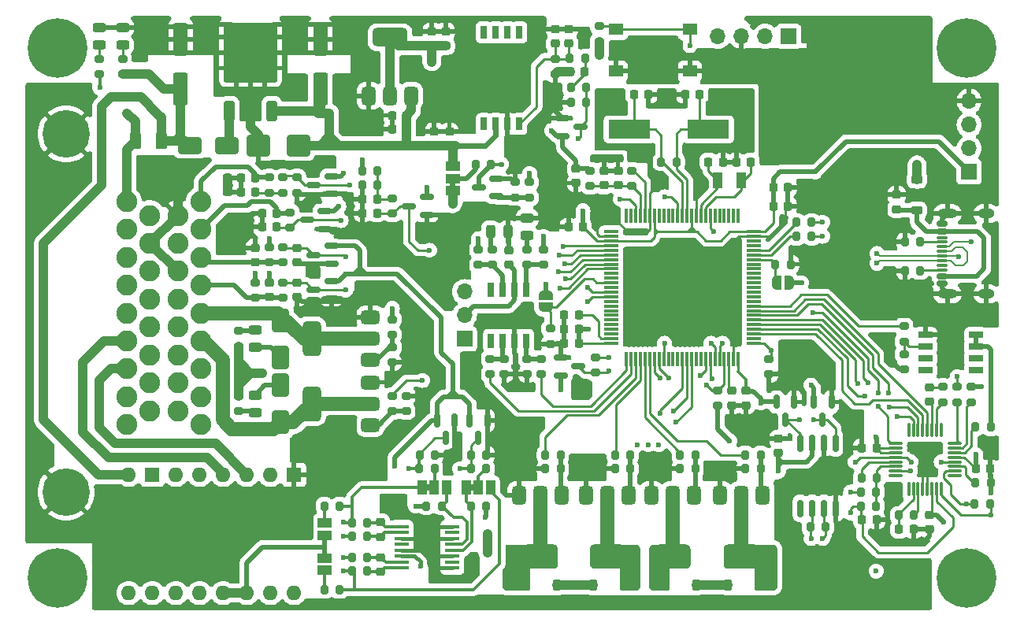
<source format=gbr>
%TF.GenerationSoftware,KiCad,Pcbnew,8.0.6*%
%TF.CreationDate,2024-11-23T21:07:21+07:00*%
%TF.ProjectId,NO2C,4e4f3243-2e6b-4696-9361-645f70636258,vD1*%
%TF.SameCoordinates,Original*%
%TF.FileFunction,Copper,L1,Top*%
%TF.FilePolarity,Positive*%
%FSLAX46Y46*%
G04 Gerber Fmt 4.6, Leading zero omitted, Abs format (unit mm)*
G04 Created by KiCad (PCBNEW 8.0.6) date 2024-11-23 21:07:21*
%MOMM*%
%LPD*%
G01*
G04 APERTURE LIST*
G04 Aperture macros list*
%AMRoundRect*
0 Rectangle with rounded corners*
0 $1 Rounding radius*
0 $2 $3 $4 $5 $6 $7 $8 $9 X,Y pos of 4 corners*
0 Add a 4 corners polygon primitive as box body*
4,1,4,$2,$3,$4,$5,$6,$7,$8,$9,$2,$3,0*
0 Add four circle primitives for the rounded corners*
1,1,$1+$1,$2,$3*
1,1,$1+$1,$4,$5*
1,1,$1+$1,$6,$7*
1,1,$1+$1,$8,$9*
0 Add four rect primitives between the rounded corners*
20,1,$1+$1,$2,$3,$4,$5,0*
20,1,$1+$1,$4,$5,$6,$7,0*
20,1,$1+$1,$6,$7,$8,$9,0*
20,1,$1+$1,$8,$9,$2,$3,0*%
%AMFreePoly0*
4,1,19,0.500000,-0.750000,0.000000,-0.750000,0.000000,-0.744911,-0.071157,-0.744911,-0.207708,-0.704816,-0.327430,-0.627875,-0.420627,-0.520320,-0.479746,-0.390866,-0.500000,-0.250000,-0.500000,0.250000,-0.479746,0.390866,-0.420627,0.520320,-0.327430,0.627875,-0.207708,0.704816,-0.071157,0.744911,0.000000,0.744911,0.000000,0.750000,0.500000,0.750000,0.500000,-0.750000,0.500000,-0.750000,
$1*%
%AMFreePoly1*
4,1,19,0.000000,0.744911,0.071157,0.744911,0.207708,0.704816,0.327430,0.627875,0.420627,0.520320,0.479746,0.390866,0.500000,0.250000,0.500000,-0.250000,0.479746,-0.390866,0.420627,-0.520320,0.327430,-0.627875,0.207708,-0.704816,0.071157,-0.744911,0.000000,-0.744911,0.000000,-0.750000,-0.500000,-0.750000,-0.500000,0.750000,0.000000,0.750000,0.000000,0.744911,0.000000,0.744911,
$1*%
G04 Aperture macros list end*
%TA.AperFunction,EtchedComponent*%
%ADD10C,0.000000*%
%TD*%
%TA.AperFunction,SMDPad,CuDef*%
%ADD11RoundRect,0.225000X-0.250000X0.225000X-0.250000X-0.225000X0.250000X-0.225000X0.250000X0.225000X0*%
%TD*%
%TA.AperFunction,SMDPad,CuDef*%
%ADD12RoundRect,0.225000X0.225000X0.250000X-0.225000X0.250000X-0.225000X-0.250000X0.225000X-0.250000X0*%
%TD*%
%TA.AperFunction,SMDPad,CuDef*%
%ADD13RoundRect,0.225000X-0.225000X-0.250000X0.225000X-0.250000X0.225000X0.250000X-0.225000X0.250000X0*%
%TD*%
%TA.AperFunction,SMDPad,CuDef*%
%ADD14RoundRect,0.225000X0.250000X-0.225000X0.250000X0.225000X-0.250000X0.225000X-0.250000X-0.225000X0*%
%TD*%
%TA.AperFunction,SMDPad,CuDef*%
%ADD15RoundRect,0.250000X0.550000X-1.500000X0.550000X1.500000X-0.550000X1.500000X-0.550000X-1.500000X0*%
%TD*%
%TA.AperFunction,SMDPad,CuDef*%
%ADD16RoundRect,0.150000X-0.150000X0.587500X-0.150000X-0.587500X0.150000X-0.587500X0.150000X0.587500X0*%
%TD*%
%TA.AperFunction,SMDPad,CuDef*%
%ADD17RoundRect,0.250000X1.000000X0.650000X-1.000000X0.650000X-1.000000X-0.650000X1.000000X-0.650000X0*%
%TD*%
%TA.AperFunction,SMDPad,CuDef*%
%ADD18R,1.500000X1.000000*%
%TD*%
%TA.AperFunction,SMDPad,CuDef*%
%ADD19R,1.000000X1.500000*%
%TD*%
%TA.AperFunction,SMDPad,CuDef*%
%ADD20RoundRect,0.243750X0.456250X-0.243750X0.456250X0.243750X-0.456250X0.243750X-0.456250X-0.243750X0*%
%TD*%
%TA.AperFunction,SMDPad,CuDef*%
%ADD21RoundRect,0.243750X-0.456250X0.243750X-0.456250X-0.243750X0.456250X-0.243750X0.456250X0.243750X0*%
%TD*%
%TA.AperFunction,SMDPad,CuDef*%
%ADD22RoundRect,0.243750X0.243750X0.456250X-0.243750X0.456250X-0.243750X-0.456250X0.243750X-0.456250X0*%
%TD*%
%TA.AperFunction,SMDPad,CuDef*%
%ADD23RoundRect,0.375000X0.625000X0.375000X-0.625000X0.375000X-0.625000X-0.375000X0.625000X-0.375000X0*%
%TD*%
%TA.AperFunction,SMDPad,CuDef*%
%ADD24RoundRect,0.500000X0.500000X1.400000X-0.500000X1.400000X-0.500000X-1.400000X0.500000X-1.400000X0*%
%TD*%
%TA.AperFunction,SMDPad,CuDef*%
%ADD25RoundRect,0.375000X-0.375000X0.625000X-0.375000X-0.625000X0.375000X-0.625000X0.375000X0.625000X0*%
%TD*%
%TA.AperFunction,SMDPad,CuDef*%
%ADD26RoundRect,0.500000X-1.400000X0.500000X-1.400000X-0.500000X1.400000X-0.500000X1.400000X0.500000X0*%
%TD*%
%TA.AperFunction,SMDPad,CuDef*%
%ADD27RoundRect,0.250000X0.350000X-0.850000X0.350000X0.850000X-0.350000X0.850000X-0.350000X-0.850000X0*%
%TD*%
%TA.AperFunction,SMDPad,CuDef*%
%ADD28RoundRect,0.250000X1.125000X-1.275000X1.125000X1.275000X-1.125000X1.275000X-1.125000X-1.275000X0*%
%TD*%
%TA.AperFunction,SMDPad,CuDef*%
%ADD29RoundRect,0.249997X2.650003X-2.950003X2.650003X2.950003X-2.650003X2.950003X-2.650003X-2.950003X0*%
%TD*%
%TA.AperFunction,SMDPad,CuDef*%
%ADD30RoundRect,0.200000X-0.275000X0.200000X-0.275000X-0.200000X0.275000X-0.200000X0.275000X0.200000X0*%
%TD*%
%TA.AperFunction,SMDPad,CuDef*%
%ADD31RoundRect,0.200000X-0.200000X-0.275000X0.200000X-0.275000X0.200000X0.275000X-0.200000X0.275000X0*%
%TD*%
%TA.AperFunction,SMDPad,CuDef*%
%ADD32RoundRect,0.200000X0.275000X-0.200000X0.275000X0.200000X-0.275000X0.200000X-0.275000X-0.200000X0*%
%TD*%
%TA.AperFunction,SMDPad,CuDef*%
%ADD33RoundRect,0.200000X0.200000X0.275000X-0.200000X0.275000X-0.200000X-0.275000X0.200000X-0.275000X0*%
%TD*%
%TA.AperFunction,ComponentPad*%
%ADD34O,1.600000X1.600000*%
%TD*%
%TA.AperFunction,ComponentPad*%
%ADD35R,1.600000X1.600000*%
%TD*%
%TA.AperFunction,SMDPad,CuDef*%
%ADD36RoundRect,0.150000X0.587500X0.150000X-0.587500X0.150000X-0.587500X-0.150000X0.587500X-0.150000X0*%
%TD*%
%TA.AperFunction,SMDPad,CuDef*%
%ADD37RoundRect,0.250000X-0.650000X1.000000X-0.650000X-1.000000X0.650000X-1.000000X0.650000X1.000000X0*%
%TD*%
%TA.AperFunction,SMDPad,CuDef*%
%ADD38R,0.650000X1.525000*%
%TD*%
%TA.AperFunction,SMDPad,CuDef*%
%ADD39RoundRect,0.150000X-0.587500X-0.150000X0.587500X-0.150000X0.587500X0.150000X-0.587500X0.150000X0*%
%TD*%
%TA.AperFunction,SMDPad,CuDef*%
%ADD40R,1.550000X0.435000*%
%TD*%
%TA.AperFunction,ComponentPad*%
%ADD41C,2.250000*%
%TD*%
%TA.AperFunction,ComponentPad*%
%ADD42C,5.100000*%
%TD*%
%TA.AperFunction,ComponentPad*%
%ADD43R,1.700000X1.700000*%
%TD*%
%TA.AperFunction,ComponentPad*%
%ADD44O,1.700000X1.700000*%
%TD*%
%TA.AperFunction,SMDPad,CuDef*%
%ADD45R,1.550000X1.300000*%
%TD*%
%TA.AperFunction,SMDPad,CuDef*%
%ADD46RoundRect,0.225000X0.225000X0.375000X-0.225000X0.375000X-0.225000X-0.375000X0.225000X-0.375000X0*%
%TD*%
%TA.AperFunction,SMDPad,CuDef*%
%ADD47RoundRect,0.150000X-0.150000X0.800000X-0.150000X-0.800000X0.150000X-0.800000X0.150000X0.800000X0*%
%TD*%
%TA.AperFunction,SMDPad,CuDef*%
%ADD48FreePoly0,0.000000*%
%TD*%
%TA.AperFunction,SMDPad,CuDef*%
%ADD49FreePoly1,0.000000*%
%TD*%
%TA.AperFunction,SMDPad,CuDef*%
%ADD50RoundRect,0.250000X0.375000X0.625000X-0.375000X0.625000X-0.375000X-0.625000X0.375000X-0.625000X0*%
%TD*%
%TA.AperFunction,SMDPad,CuDef*%
%ADD51RoundRect,0.075000X-0.075000X0.725000X-0.075000X-0.725000X0.075000X-0.725000X0.075000X0.725000X0*%
%TD*%
%TA.AperFunction,SMDPad,CuDef*%
%ADD52RoundRect,0.075000X-0.725000X0.075000X-0.725000X-0.075000X0.725000X-0.075000X0.725000X0.075000X0*%
%TD*%
%TA.AperFunction,ComponentPad*%
%ADD53C,0.800000*%
%TD*%
%TA.AperFunction,ComponentPad*%
%ADD54C,6.400000*%
%TD*%
%TA.AperFunction,SMDPad,CuDef*%
%ADD55R,1.525000X0.650000*%
%TD*%
%TA.AperFunction,SMDPad,CuDef*%
%ADD56RoundRect,0.225000X-0.375000X0.225000X-0.375000X-0.225000X0.375000X-0.225000X0.375000X0.225000X0*%
%TD*%
%TA.AperFunction,SMDPad,CuDef*%
%ADD57RoundRect,0.225000X-0.225000X-0.375000X0.225000X-0.375000X0.225000X0.375000X-0.225000X0.375000X0*%
%TD*%
%TA.AperFunction,SMDPad,CuDef*%
%ADD58RoundRect,0.075000X0.675000X0.075000X-0.675000X0.075000X-0.675000X-0.075000X0.675000X-0.075000X0*%
%TD*%
%TA.AperFunction,SMDPad,CuDef*%
%ADD59RoundRect,0.075000X0.075000X0.675000X-0.075000X0.675000X-0.075000X-0.675000X0.075000X-0.675000X0*%
%TD*%
%TA.AperFunction,SMDPad,CuDef*%
%ADD60R,4.500000X2.000000*%
%TD*%
%TA.AperFunction,SMDPad,CuDef*%
%ADD61R,1.000000X1.800000*%
%TD*%
%TA.AperFunction,SMDPad,CuDef*%
%ADD62RoundRect,0.150000X0.425000X-0.150000X0.425000X0.150000X-0.425000X0.150000X-0.425000X-0.150000X0*%
%TD*%
%TA.AperFunction,SMDPad,CuDef*%
%ADD63RoundRect,0.075000X0.500000X-0.075000X0.500000X0.075000X-0.500000X0.075000X-0.500000X-0.075000X0*%
%TD*%
%TA.AperFunction,ComponentPad*%
%ADD64O,2.100000X1.000000*%
%TD*%
%TA.AperFunction,ComponentPad*%
%ADD65O,1.800000X1.000000*%
%TD*%
%TA.AperFunction,SMDPad,CuDef*%
%ADD66RoundRect,0.375000X0.375000X-0.625000X0.375000X0.625000X-0.375000X0.625000X-0.375000X-0.625000X0*%
%TD*%
%TA.AperFunction,SMDPad,CuDef*%
%ADD67RoundRect,0.500000X1.400000X-0.500000X1.400000X0.500000X-1.400000X0.500000X-1.400000X-0.500000X0*%
%TD*%
%TA.AperFunction,SMDPad,CuDef*%
%ADD68RoundRect,0.250000X0.650000X-1.000000X0.650000X1.000000X-0.650000X1.000000X-0.650000X-1.000000X0*%
%TD*%
%TA.AperFunction,SMDPad,CuDef*%
%ADD69FreePoly0,90.000000*%
%TD*%
%TA.AperFunction,SMDPad,CuDef*%
%ADD70FreePoly1,90.000000*%
%TD*%
%TA.AperFunction,SMDPad,CuDef*%
%ADD71R,0.690000X1.350000*%
%TD*%
%TA.AperFunction,SMDPad,CuDef*%
%ADD72RoundRect,0.250000X1.000000X0.900000X-1.000000X0.900000X-1.000000X-0.900000X1.000000X-0.900000X0*%
%TD*%
%TA.AperFunction,ViaPad*%
%ADD73C,0.600000*%
%TD*%
%TA.AperFunction,Conductor*%
%ADD74C,0.500000*%
%TD*%
%TA.AperFunction,Conductor*%
%ADD75C,0.250000*%
%TD*%
%TA.AperFunction,Conductor*%
%ADD76C,1.000000*%
%TD*%
%TA.AperFunction,Conductor*%
%ADD77C,0.600000*%
%TD*%
%TA.AperFunction,Conductor*%
%ADD78C,0.400000*%
%TD*%
%TA.AperFunction,Conductor*%
%ADD79C,0.300000*%
%TD*%
%TA.AperFunction,Conductor*%
%ADD80C,1.500000*%
%TD*%
%TA.AperFunction,Conductor*%
%ADD81C,0.200000*%
%TD*%
G04 APERTURE END LIST*
D10*
%TA.AperFunction,EtchedComponent*%
%TO.C,JP4*%
G36*
X48350000Y12950000D02*
G01*
X47850000Y12950000D01*
X47850000Y13550000D01*
X48350000Y13550000D01*
X48350000Y12950000D01*
G37*
%TD.AperFunction*%
%TA.AperFunction,EtchedComponent*%
%TO.C,JP5*%
G36*
X43600000Y12950000D02*
G01*
X43100000Y12950000D01*
X43100000Y13550000D01*
X43600000Y13550000D01*
X43600000Y12950000D01*
G37*
%TD.AperFunction*%
%TA.AperFunction,EtchedComponent*%
%TO.C,JP6*%
G36*
X46300000Y45575000D02*
G01*
X45700000Y45575000D01*
X45700000Y46075000D01*
X46300000Y46075000D01*
X46300000Y45575000D01*
G37*
%TD.AperFunction*%
%TD*%
D11*
%TO.P,C9,1*%
%TO.N,/PA5*%
X29250000Y35250000D03*
%TO.P,C9,2*%
%TO.N,GND*%
X29250000Y33700000D03*
%TD*%
D12*
%TO.P,C12,1*%
%TO.N,GND*%
X82025000Y43500000D03*
%TO.P,C12,2*%
%TO.N,+3.3V*%
X80475000Y43500000D03*
%TD*%
D13*
%TO.P,C13,1*%
%TO.N,GND*%
X58425000Y41250000D03*
%TO.P,C13,2*%
%TO.N,+3.3V*%
X59975000Y41250000D03*
%TD*%
D12*
%TO.P,C2,1*%
%TO.N,/PA3*%
X27050000Y41250000D03*
%TO.P,C2,2*%
%TO.N,GND*%
X25500000Y41250000D03*
%TD*%
D14*
%TO.P,C3,1*%
%TO.N,Net-(IC1-VDD)*%
X52000000Y37225000D03*
%TO.P,C3,2*%
%TO.N,GND*%
X52000000Y38775000D03*
%TD*%
D12*
%TO.P,C19,1*%
%TO.N,Net-(C19-Pad1)*%
X37850000Y44250000D03*
%TO.P,C19,2*%
%TO.N,GND*%
X36300000Y44250000D03*
%TD*%
D13*
%TO.P,C15,1*%
%TO.N,GND*%
X57975000Y30250000D03*
%TO.P,C15,2*%
%TO.N,+3.3V*%
X59525000Y30250000D03*
%TD*%
D14*
%TO.P,C16,1*%
%TO.N,GND*%
X59250000Y45975000D03*
%TO.P,C16,2*%
%TO.N,+3.3V*%
X59250000Y47525000D03*
%TD*%
D15*
%TO.P,C5,1*%
%TO.N,+5V*%
X31750000Y56050000D03*
%TO.P,C5,2*%
%TO.N,GND*%
X31750000Y61450000D03*
%TD*%
D14*
%TO.P,C14,1*%
%TO.N,Net-(IC2-VOUT)*%
X57000000Y60975000D03*
%TO.P,C14,2*%
%TO.N,GND*%
X57000000Y62525000D03*
%TD*%
%TO.P,C11,1,1*%
%TO.N,Net-(U3-IN2-)*%
X38250000Y7950000D03*
%TO.P,C11,2,2*%
%TO.N,Net-(U3-IN2+)*%
X38250000Y9500000D03*
%TD*%
D16*
%TO.P,D2,1,A1*%
%TO.N,GND*%
X49700000Y20437500D03*
%TO.P,D2,2,C2*%
%TO.N,+3.3V*%
X47800000Y20437500D03*
%TO.P,D2,3,C1A2*%
%TO.N,/PD11*%
X48750000Y18562500D03*
%TD*%
D17*
%TO.P,D3,1,K*%
%TO.N,Net-(D3-K)*%
X21750000Y50000000D03*
%TO.P,D3,2,A*%
%TO.N,+12V*%
X17750000Y50000000D03*
%TD*%
D18*
%TO.P,JP2,1,1*%
%TO.N,Net-(JP2-Pad1)*%
X32250000Y4350000D03*
%TO.P,JP2,2,2*%
%TO.N,+5V*%
X32250000Y5650000D03*
%TD*%
%TO.P,JP3,1,1*%
%TO.N,Net-(JP3-Pad1)*%
X32250000Y9400000D03*
%TO.P,JP3,2,2*%
%TO.N,+5V*%
X32250000Y8100000D03*
%TD*%
D19*
%TO.P,JP4,1,A*%
%TO.N,Net-(JP4-A)*%
X47450000Y13250000D03*
%TO.P,JP4,2,C*%
%TO.N,Net-(JP4-C)*%
X48750000Y13250000D03*
%TO.P,JP4,3,B*%
%TO.N,VR1+*%
X50050000Y13250000D03*
%TD*%
%TO.P,JP5,1,A*%
%TO.N,VR2+*%
X42700000Y13250000D03*
%TO.P,JP5,2,C*%
%TO.N,Net-(JP5-C)*%
X44000000Y13250000D03*
%TO.P,JP5,3,B*%
%TO.N,Net-(JP5-B)*%
X45300000Y13250000D03*
%TD*%
D20*
%TO.P,LED1,1,K*%
%TO.N,Net-(D1-A)*%
X24750000Y28282500D03*
%TO.P,LED1,2,A*%
%TO.N,Net-(LED1-A)*%
X24750000Y30157500D03*
%TD*%
D21*
%TO.P,LED3,1,K*%
%TO.N,Net-(D15-A)*%
X24750000Y23187500D03*
%TO.P,LED3,2,A*%
%TO.N,Net-(LED3-A)*%
X24750000Y21312500D03*
%TD*%
D22*
%TO.P,LED2,1,K*%
%TO.N,GND*%
X51937500Y40750000D03*
%TO.P,LED2,2,A*%
%TO.N,Net-(LED2-A)*%
X50062500Y40750000D03*
%TD*%
D21*
%TO.P,LED4,1,K*%
%TO.N,GND*%
X54000000Y42187500D03*
%TO.P,LED4,2,A*%
%TO.N,Net-(LED4-A)*%
X54000000Y40312500D03*
%TD*%
D23*
%TO.P,Q1,1,G*%
%TO.N,Net-(Q1-G)*%
X37150000Y26950000D03*
%TO.P,Q1,2,D*%
%TO.N,/INJ1*%
X37150000Y29250000D03*
D24*
X30850000Y29250000D03*
D23*
%TO.P,Q1,3,S*%
%TO.N,GND*%
X37150000Y31550000D03*
%TD*%
%TO.P,Q2,1,G*%
%TO.N,Net-(Q2-G)*%
X37150000Y19950000D03*
%TO.P,Q2,2,D*%
%TO.N,/INJ2*%
X37150000Y22250000D03*
D24*
X30850000Y22250000D03*
D23*
%TO.P,Q2,3,S*%
%TO.N,GND*%
X37150000Y24550000D03*
%TD*%
D25*
%TO.P,Q5,1,G*%
%TO.N,Net-(Q5-G)*%
X57700000Y12400000D03*
%TO.P,Q5,2,D*%
%TO.N,/IDLE*%
X55400000Y12400000D03*
D26*
X55400000Y6100000D03*
D25*
%TO.P,Q5,3,S*%
%TO.N,GND*%
X53100000Y12400000D03*
%TD*%
%TO.P,Q6,1,G*%
%TO.N,Net-(Q6-G)*%
X64925000Y12400000D03*
%TO.P,Q6,2,D*%
%TO.N,/FUELP*%
X62625000Y12400000D03*
D26*
X62625000Y6100000D03*
D25*
%TO.P,Q6,3,S*%
%TO.N,GND*%
X60325000Y12400000D03*
%TD*%
%TO.P,Q3,1,G*%
%TO.N,Net-(Q3-G)*%
X71950000Y12400000D03*
%TO.P,Q3,2,D*%
%TO.N,/BOOST*%
X69650000Y12400000D03*
D26*
X69650000Y6100000D03*
D25*
%TO.P,Q3,3,S*%
%TO.N,GND*%
X67350000Y12400000D03*
%TD*%
%TO.P,Q4,1,G*%
%TO.N,Net-(Q4-G)*%
X79300000Y12400000D03*
%TO.P,Q4,2,D*%
%TO.N,/VVT*%
X77000000Y12400000D03*
D26*
X77000000Y6100000D03*
D25*
%TO.P,Q4,3,S*%
%TO.N,GND*%
X74700000Y12400000D03*
%TD*%
D27*
%TO.P,U1,1,IN*%
%TO.N,Net-(D3-K)*%
X21970000Y53710000D03*
D28*
%TO.P,U1,2,GND*%
%TO.N,GND*%
X22725000Y58335000D03*
X25775000Y58335000D03*
D29*
X24250000Y60010000D03*
D28*
X22725000Y61685000D03*
X25775000Y61685000D03*
D27*
%TO.P,U1,3,OUT*%
%TO.N,+5V*%
X26530000Y53710000D03*
%TD*%
D15*
%TO.P,C4,1*%
%TO.N,+12V*%
X16750000Y56050000D03*
%TO.P,C4,2*%
%TO.N,GND*%
X16750000Y61450000D03*
%TD*%
D30*
%TO.P,R7,1*%
%TO.N,Net-(Q1-G)*%
X39500000Y28325000D03*
%TO.P,R7,2*%
%TO.N,GND*%
X39500000Y26675000D03*
%TD*%
%TO.P,R9,1*%
%TO.N,+3.3V*%
X24750000Y35300000D03*
%TO.P,R9,2*%
%TO.N,/IAT*%
X24750000Y33650000D03*
%TD*%
D31*
%TO.P,R10,1*%
%TO.N,+BATT*%
X36250000Y47250000D03*
%TO.P,R10,2*%
%TO.N,Net-(C19-Pad1)*%
X37900000Y47250000D03*
%TD*%
D32*
%TO.P,R6,1*%
%TO.N,Net-(IC1-OUTB)*%
X54000000Y37175000D03*
%TO.P,R6,2*%
%TO.N,Net-(LED4-A)*%
X54000000Y38825000D03*
%TD*%
%TO.P,R3,1*%
%TO.N,Net-(IC1-OUTA)*%
X48750000Y37175000D03*
%TO.P,R3,2*%
%TO.N,/IGN1*%
X48750000Y38825000D03*
%TD*%
%TO.P,R2,1*%
%TO.N,Net-(IC1-OUTA)*%
X50250000Y37175000D03*
%TO.P,R2,2*%
%TO.N,Net-(LED2-A)*%
X50250000Y38825000D03*
%TD*%
D33*
%TO.P,R8,1*%
%TO.N,GND*%
X82325000Y37250000D03*
%TO.P,R8,2*%
%TO.N,/BOOT0*%
X80675000Y37250000D03*
%TD*%
%TO.P,R11,1*%
%TO.N,Net-(C19-Pad1)*%
X37900000Y45725000D03*
%TO.P,R11,2*%
%TO.N,GND*%
X36250000Y45725000D03*
%TD*%
D34*
%TO.P,IC4,1,P1*%
%TO.N,/ENBL*%
X11150000Y1902000D03*
%TO.P,IC4,2,P2*%
%TO.N,unconnected-(IC4-P2-Pad2)*%
X13690000Y1902000D03*
%TO.P,IC4,3,P3*%
%TO.N,unconnected-(IC4-P3-Pad3)*%
X16230000Y1902000D03*
%TO.P,IC4,4,P4*%
%TO.N,unconnected-(IC4-P4-Pad4)*%
X18770000Y1902000D03*
%TO.P,IC4,5,P5*%
%TO.N,+5V*%
X21310000Y1902000D03*
%TO.P,IC4,6,P6*%
X23850000Y1902000D03*
%TO.P,IC4,7,P7*%
%TO.N,/STEP*%
X26390000Y1902000D03*
%TO.P,IC4,8,P8*%
%TO.N,/DIR*%
X28930000Y1902000D03*
D35*
%TO.P,IC4,9,P9*%
%TO.N,GND*%
X28930000Y14602000D03*
D34*
%TO.P,IC4,10,P10*%
%TO.N,unconnected-(IC4-P10-Pad10)*%
X26390000Y14602000D03*
%TO.P,IC4,11,P11*%
%TO.N,/STP-A2*%
X23850000Y14602000D03*
%TO.P,IC4,12,P12*%
%TO.N,/STP-A1*%
X21310000Y14602000D03*
%TO.P,IC4,13,P13*%
%TO.N,/STP-B1*%
X18770000Y14602000D03*
%TO.P,IC4,14,P14*%
%TO.N,/STP-B2*%
X16230000Y14602000D03*
D35*
%TO.P,IC4,15,P15*%
%TO.N,Earth*%
X13690000Y14602000D03*
D34*
%TO.P,IC4,16,P16*%
%TO.N,+12V*%
X11150000Y14602000D03*
%TD*%
D12*
%TO.P,C1,1*%
%TO.N,/TPS*%
X27050000Y42750000D03*
%TO.P,C1,2*%
%TO.N,GND*%
X25500000Y42750000D03*
%TD*%
D30*
%TO.P,R1,1*%
%TO.N,Net-(LED1-A)*%
X23000000Y30075000D03*
%TO.P,R1,2*%
%TO.N,+12V*%
X23000000Y28425000D03*
%TD*%
%TO.P,R4,1*%
%TO.N,/TPS*%
X28525000Y42825000D03*
%TO.P,R4,2*%
%TO.N,/PA3*%
X28525000Y41175000D03*
%TD*%
D33*
%TO.P,R12,1*%
%TO.N,/TACHO*%
X50075000Y48000000D03*
%TO.P,R12,2*%
%TO.N,Net-(JP6-C)*%
X48425000Y48000000D03*
%TD*%
D30*
%TO.P,R13,1*%
%TO.N,/PD14*%
X54250000Y46075000D03*
%TO.P,R13,2*%
%TO.N,Net-(Q7-G)*%
X54250000Y44425000D03*
%TD*%
D36*
%TO.P,Q7,1,G*%
%TO.N,Net-(Q7-G)*%
X50687500Y44550000D03*
%TO.P,Q7,2,S*%
%TO.N,GND*%
X50687500Y46450000D03*
%TO.P,Q7,3,D*%
%TO.N,/TACHO*%
X48812500Y45500000D03*
%TD*%
D13*
%TO.P,C22,1*%
%TO.N,GND*%
X57975000Y28750000D03*
%TO.P,C22,2*%
%TO.N,+3.3V*%
X59525000Y28750000D03*
%TD*%
D30*
%TO.P,R14,1*%
%TO.N,Net-(IC1-INA)*%
X50000000Y27075000D03*
%TO.P,R14,2*%
%TO.N,/PD13*%
X50000000Y25425000D03*
%TD*%
D14*
%TO.P,C8,1*%
%TO.N,/IAT*%
X26250000Y33700000D03*
%TO.P,C8,2*%
%TO.N,GND*%
X26250000Y35250000D03*
%TD*%
D12*
%TO.P,C21,1*%
%TO.N,GND*%
X82025000Y45500000D03*
%TO.P,C21,2*%
%TO.N,+3.3V*%
X80475000Y45500000D03*
%TD*%
%TO.P,C20,1*%
%TO.N,/PA1*%
X37850000Y42750000D03*
%TO.P,C20,2*%
%TO.N,GND*%
X36300000Y42750000D03*
%TD*%
D32*
%TO.P,R5,1*%
%TO.N,Net-(Q1-G)*%
X39500000Y29675000D03*
%TO.P,R5,2*%
%TO.N,/PD8*%
X39500000Y31325000D03*
%TD*%
D37*
%TO.P,D1,1,K*%
%TO.N,/INJ1*%
X27500000Y31220000D03*
%TO.P,D1,2,A*%
%TO.N,Net-(D1-A)*%
X27500000Y27220000D03*
%TD*%
D38*
%TO.P,IC1,1,NC_1*%
%TO.N,unconnected-(IC1-NC_1-Pad1)*%
X50095000Y29038000D03*
%TO.P,IC1,2,INA*%
%TO.N,Net-(IC1-INA)*%
X51365000Y29038000D03*
%TO.P,IC1,3,GND*%
%TO.N,GND*%
X52635000Y29038000D03*
%TO.P,IC1,4,INB*%
%TO.N,Net-(IC1-INB)*%
X53905000Y29038000D03*
%TO.P,IC1,5,OUTB*%
%TO.N,Net-(IC1-OUTB)*%
X53905000Y34462000D03*
%TO.P,IC1,6,VDD*%
%TO.N,Net-(IC1-VDD)*%
X52635000Y34462000D03*
%TO.P,IC1,7,OUTA*%
%TO.N,Net-(IC1-OUTA)*%
X51365000Y34462000D03*
%TO.P,IC1,8,NC_2*%
%TO.N,unconnected-(IC1-NC_2-Pad8)*%
X50095000Y34462000D03*
%TD*%
D36*
%TO.P,D6,1,A*%
%TO.N,GND*%
X32212500Y41050000D03*
%TO.P,D6,2,K*%
%TO.N,+3.3V*%
X32212500Y42950000D03*
%TO.P,D6,3,COM*%
%TO.N,/PA3*%
X30337500Y42000000D03*
%TD*%
D39*
%TO.P,D5,1,A*%
%TO.N,GND*%
X57625000Y27200000D03*
%TO.P,D5,2,K*%
%TO.N,+3.3V*%
X57625000Y25300000D03*
%TO.P,D5,3,COM*%
%TO.N,Net-(D5-COM)*%
X59500000Y26250000D03*
%TD*%
D32*
%TO.P,R15,1*%
%TO.N,Net-(D5-COM)*%
X61375000Y25575000D03*
%TO.P,R15,2*%
%TO.N,/LAUNCH*%
X61375000Y27225000D03*
%TD*%
D14*
%TO.P,C18,1*%
%TO.N,+5V*%
X45633000Y49955000D03*
%TO.P,C18,2*%
%TO.N,GND*%
X45633000Y51505000D03*
%TD*%
%TO.P,C17,1*%
%TO.N,+5V*%
X44000000Y49975000D03*
%TO.P,C17,2*%
%TO.N,GND*%
X44000000Y51525000D03*
%TD*%
D13*
%TO.P,C28,1*%
%TO.N,GND*%
X57975000Y31750000D03*
%TO.P,C28,2*%
%TO.N,Net-(U2-VCAP_1)*%
X59525000Y31750000D03*
%TD*%
D31*
%TO.P,R34,1,1*%
%TO.N,Net-(JP4-A)*%
X47925000Y11250000D03*
%TO.P,R34,2,2*%
%TO.N,+3.3V*%
X49575000Y11250000D03*
%TD*%
D36*
%TO.P,D8,1,A*%
%TO.N,GND*%
X32937500Y37300000D03*
%TO.P,D8,2,K*%
%TO.N,+3.3V*%
X32937500Y39200000D03*
%TO.P,D8,3,COM*%
%TO.N,/PA4*%
X31062500Y38250000D03*
%TD*%
D39*
%TO.P,D17,1,A*%
%TO.N,GND*%
X57812500Y52950000D03*
%TO.P,D17,2,K*%
%TO.N,+3.3V*%
X57812500Y51050000D03*
%TO.P,D17,3,COM*%
%TO.N,/PA0*%
X59687500Y52000000D03*
%TD*%
D16*
%TO.P,D20,1,A*%
%TO.N,GND*%
X86700000Y22437500D03*
%TO.P,D20,2,K*%
%TO.N,+3.3V*%
X84800000Y22437500D03*
%TO.P,D20,3,COM*%
%TO.N,Net-(D20-COM)*%
X85750000Y20562500D03*
%TD*%
D13*
%TO.P,C31,1*%
%TO.N,GND*%
X76475000Y48250000D03*
%TO.P,C31,2*%
%TO.N,Net-(U2-PC14)*%
X78025000Y48250000D03*
%TD*%
%TO.P,C36,1*%
%TO.N,Net-(U7-CF)*%
X93975000Y8750000D03*
%TO.P,C36,2*%
%TO.N,GND*%
X95525000Y8750000D03*
%TD*%
D30*
%TO.P,R84,1*%
%TO.N,/HEAT_OUT-*%
X94500000Y30575000D03*
%TO.P,R84,2*%
%TO.N,Net-(IC3-INPUT_1)*%
X94500000Y28925000D03*
%TD*%
D32*
%TO.P,R33,1*%
%TO.N,Net-(Q2-G)*%
X41000000Y21425000D03*
%TO.P,R33,2*%
%TO.N,GND*%
X41000000Y23075000D03*
%TD*%
D40*
%TO.P,U3,1,INT_THRS1*%
%TO.N,GND*%
X45950000Y4576000D03*
%TO.P,U3,2,EXT1*%
%TO.N,unconnected-(U3-EXT1-Pad2)*%
X45950000Y5210000D03*
%TO.P,U3,3,BIAS1*%
%TO.N,GND*%
X45950000Y5846000D03*
%TO.P,U3,4,COUT1*%
%TO.N,Net-(JP4-A)*%
X45950000Y6480000D03*
%TO.P,U3,5,COUT2*%
%TO.N,Net-(JP5-B)*%
X45950000Y7116000D03*
%TO.P,U3,6,BIAS2*%
%TO.N,GND*%
X45950000Y7750000D03*
%TO.P,U3,7,EXT2*%
%TO.N,unconnected-(U3-EXT2-Pad7)*%
X45950000Y8386000D03*
%TO.P,U3,8,INT_THRS2*%
%TO.N,GND*%
X45950000Y9020000D03*
%TO.P,U3,9,IN2+*%
%TO.N,Net-(U3-IN2+)*%
X40500000Y9020000D03*
%TO.P,U3,10,IN2-*%
%TO.N,Net-(U3-IN2-)*%
X40500000Y8386000D03*
%TO.P,U3,11,GND*%
%TO.N,GND*%
X40500000Y7750000D03*
%TO.P,U3,12,DIRN*%
%TO.N,unconnected-(U3-DIRN-Pad12)*%
X40500000Y7116000D03*
%TO.P,U3,13,ZERO_EN*%
%TO.N,GND*%
X40500000Y6480000D03*
%TO.P,U3,14,VCC*%
%TO.N,+5V*%
X40500000Y5846000D03*
%TO.P,U3,15,IN1-*%
%TO.N,Net-(U3-IN1-)*%
X40500000Y5210000D03*
%TO.P,U3,16,IN1+*%
%TO.N,Net-(U3-IN1+)*%
X40500000Y4576000D03*
%TD*%
D36*
%TO.P,D18,1,A*%
%TO.N,GND*%
X43187500Y42550000D03*
%TO.P,D18,2,K*%
%TO.N,+3.3V*%
X43187500Y44450000D03*
%TO.P,D18,3,COM*%
%TO.N,/PA1*%
X41312500Y43500000D03*
%TD*%
D41*
%TO.P,J1,1,1*%
%TO.N,+BATT*%
X10937500Y44000000D03*
%TO.P,J1,2,2*%
%TO.N,VR1+*%
X10937500Y41000000D03*
%TO.P,J1,3,3*%
%TO.N,/VR1-*%
X10937500Y38000000D03*
%TO.P,J1,4,4*%
%TO.N,/IGN1*%
X10937500Y35000000D03*
%TO.P,J1,5,5*%
%TO.N,/IGN2*%
X10937500Y32000000D03*
%TO.P,J1,6,6*%
%TO.N,/STP-A1*%
X10937500Y29000000D03*
%TO.P,J1,7,7*%
%TO.N,/STP-A2*%
X10937500Y26000000D03*
%TO.P,J1,8,8*%
%TO.N,/STP-B2*%
X10937500Y23000000D03*
%TO.P,J1,9,9*%
%TO.N,/STP-B1*%
X10937500Y20000000D03*
%TO.P,J1,10,10*%
%TO.N,+5V*%
X13437500Y42500000D03*
%TO.P,J1,11,11*%
%TO.N,GND*%
X13437500Y39500000D03*
%TO.P,J1,12,12*%
%TO.N,/VR2-*%
X13437500Y36500000D03*
%TO.P,J1,13,13*%
%TO.N,VR2+*%
X13437500Y33500000D03*
%TO.P,J1,14,14*%
%TO.N,/TACHO*%
X13437500Y30500000D03*
%TO.P,J1,15,15*%
%TO.N,IP*%
X13437500Y27500000D03*
%TO.P,J1,16,16*%
%TO.N,IA*%
X13437500Y24500000D03*
%TO.P,J1,17,17*%
%TO.N,/IDLE*%
X13437500Y21500000D03*
%TO.P,J1,18,18*%
%TO.N,GND*%
X16437500Y42500000D03*
%TO.P,J1,19,19*%
%TO.N,/LAUNCH*%
X16437500Y39500000D03*
%TO.P,J1,20,20*%
%TO.N,GND*%
X16437500Y36500000D03*
%TO.P,J1,21,21*%
%TO.N,UN*%
X16437500Y33500000D03*
%TO.P,J1,22,22*%
%TO.N,VM*%
X16437500Y30500000D03*
%TO.P,J1,23,23*%
%TO.N,HEAT-*%
X16437500Y27500000D03*
%TO.P,J1,24,24*%
%TO.N,CANH*%
X16437500Y24500000D03*
%TO.P,J1,25,25*%
%TO.N,CANL*%
X16437500Y21500000D03*
%TO.P,J1,26,26*%
%TO.N,/O2*%
X18937500Y44000000D03*
%TO.P,J1,27,27*%
%TO.N,/TPS*%
X18937500Y41000000D03*
%TO.P,J1,28,28*%
%TO.N,/CLT*%
X18937500Y38000000D03*
%TO.P,J1,29,29*%
%TO.N,/IAT*%
X18937500Y35000000D03*
%TO.P,J1,30,30*%
%TO.N,/INJ1*%
X18937500Y32000000D03*
%TO.P,J1,31,31*%
%TO.N,/INJ2*%
X18937500Y29000000D03*
%TO.P,J1,32,32*%
%TO.N,/VVT*%
X18937500Y26000000D03*
%TO.P,J1,33,33*%
%TO.N,/BOOST*%
X18937500Y23000000D03*
%TO.P,J1,34,34*%
%TO.N,/FUELP*%
X18937500Y20000000D03*
D42*
%TO.P,J1,MH1,MH1*%
%TO.N,GND*%
X4437500Y51250000D03*
%TO.P,J1,MH2,MH2*%
X4437500Y12750000D03*
%TD*%
D30*
%TO.P,R19,1*%
%TO.N,Net-(IC1-INA)*%
X51500000Y27075000D03*
%TO.P,R19,2*%
%TO.N,GND*%
X51500000Y25425000D03*
%TD*%
D31*
%TO.P,R21,1*%
%TO.N,/PD10*%
X42425000Y16750000D03*
%TO.P,R21,2*%
%TO.N,GND*%
X44075000Y16750000D03*
%TD*%
D14*
%TO.P,C39,1*%
%TO.N,VBUS*%
X93700000Y43175000D03*
%TO.P,C39,2*%
%TO.N,GND*%
X93700000Y44725000D03*
%TD*%
D33*
%TO.P,R42,1*%
%TO.N,Net-(Q4-G)*%
X79075000Y16750000D03*
%TO.P,R42,2*%
%TO.N,/PD6*%
X77425000Y16750000D03*
%TD*%
D43*
%TO.P,P1,1,Pin_1*%
%TO.N,+3.3V*%
X101500000Y47170000D03*
D44*
%TO.P,P1,2,Pin_2*%
%TO.N,/SWDIO*%
X101500000Y49710000D03*
%TO.P,P1,3,Pin_3*%
%TO.N,/SWCLK*%
X101500000Y52250000D03*
%TO.P,P1,4,Pin_4*%
%TO.N,GND*%
X101500000Y54790000D03*
%TD*%
D33*
%TO.P,R75,1*%
%TO.N,Net-(U7-RF)*%
X95575000Y10250000D03*
%TO.P,R75,2*%
%TO.N,Net-(U7-CF)*%
X93925000Y10250000D03*
%TD*%
%TO.P,R77,1*%
%TO.N,GND*%
X103825000Y13750000D03*
%TO.P,R77,2*%
%TO.N,Net-(U7-OSZ)*%
X102175000Y13750000D03*
%TD*%
%TO.P,R44,1*%
%TO.N,Net-(Q5-G)*%
X57575000Y16750000D03*
%TO.P,R44,2*%
%TO.N,/PD5*%
X55925000Y16750000D03*
%TD*%
D32*
%TO.P,R85,1*%
%TO.N,GND*%
X94500000Y25925000D03*
%TO.P,R85,2*%
%TO.N,Net-(IC3-INPUT_1)*%
X94500000Y27575000D03*
%TD*%
D30*
%TO.P,R66,1*%
%TO.N,/BOOT1*%
X56500000Y30325000D03*
%TO.P,R66,2*%
%TO.N,GND*%
X56500000Y28675000D03*
%TD*%
D16*
%TO.P,D14,1,A1*%
%TO.N,GND*%
X46200000Y20437500D03*
%TO.P,D14,2,C2*%
%TO.N,+3.3V*%
X44300000Y20437500D03*
%TO.P,D14,3,C1A2*%
%TO.N,/PD10*%
X45250000Y18562500D03*
%TD*%
D45*
%TO.P,SW1,1,1*%
%TO.N,GND*%
X71475000Y58000000D03*
X63525000Y58000000D03*
%TO.P,SW1,2,2*%
%TO.N,Net-(U2-NRST)*%
X71475000Y62500000D03*
X63525000Y62500000D03*
%TD*%
D46*
%TO.P,D9,1,K*%
%TO.N,+12V*%
X72150000Y2750000D03*
%TO.P,D9,2,A*%
%TO.N,/BOOST*%
X68850000Y2750000D03*
%TD*%
D31*
%TO.P,R59,1*%
%TO.N,Net-(C35-Pad1)*%
X58675000Y56250000D03*
%TO.P,R59,2*%
%TO.N,/PA0*%
X60325000Y56250000D03*
%TD*%
D16*
%TO.P,D21,1,A*%
%TO.N,GND*%
X82700000Y22437500D03*
%TO.P,D21,2,K*%
%TO.N,+3.3V*%
X80800000Y22437500D03*
%TO.P,D21,3,COM*%
%TO.N,Net-(D21-COM)*%
X81750000Y20562500D03*
%TD*%
D14*
%TO.P,C42,1*%
%TO.N,+3.3V*%
X43740000Y60725000D03*
%TO.P,C42,2*%
%TO.N,GND*%
X43740000Y62275000D03*
%TD*%
D47*
%TO.P,U5,1,txd*%
%TO.N,Net-(D20-COM)*%
X87155000Y18000000D03*
%TO.P,U5,2,gnd*%
%TO.N,GND*%
X85885000Y18000000D03*
%TO.P,U5,3,vcc*%
%TO.N,+5V*%
X84615000Y18000000D03*
%TO.P,U5,4,rxd*%
%TO.N,Net-(D21-COM)*%
X83345000Y18000000D03*
%TO.P,U5,5,Vref*%
%TO.N,unconnected-(U5-Vref-Pad5)*%
X83345000Y11000000D03*
%TO.P,U5,6,CANL*%
%TO.N,CANL*%
X84615000Y11000000D03*
%TO.P,U5,7,CANH*%
%TO.N,CANH*%
X85885000Y11000000D03*
%TO.P,U5,8,S*%
%TO.N,GND*%
X87155000Y11000000D03*
%TD*%
D32*
%TO.P,R39,1*%
%TO.N,VDA*%
X65250000Y45675000D03*
%TO.P,R39,2*%
%TO.N,Net-(U2-VREF+)*%
X65250000Y47325000D03*
%TD*%
%TO.P,R36,1*%
%TO.N,/IAT*%
X27750000Y33650000D03*
%TO.P,R36,2*%
%TO.N,/PA5*%
X27750000Y35300000D03*
%TD*%
D12*
%TO.P,C40,1*%
%TO.N,+5V*%
X41025000Y51750000D03*
%TO.P,C40,2*%
%TO.N,GND*%
X39475000Y51750000D03*
%TD*%
D46*
%TO.P,D12,1,K*%
%TO.N,+12V*%
X57150000Y2750000D03*
%TO.P,D12,2,A*%
%TO.N,/IDLE*%
X53850000Y2750000D03*
%TD*%
D48*
%TO.P,JP7,1,A*%
%TO.N,/BOOT0*%
X80850000Y35250000D03*
D49*
%TO.P,JP7,2,B*%
%TO.N,+3.3V*%
X82150000Y35250000D03*
%TD*%
D32*
%TO.P,R38,1*%
%TO.N,VDA*%
X60750000Y45675000D03*
%TO.P,R38,2*%
%TO.N,+3.3V*%
X60750000Y47325000D03*
%TD*%
D50*
%TO.P,F1,1*%
%TO.N,+12V*%
X14650000Y50500000D03*
%TO.P,F1,2*%
%TO.N,+BATT*%
X11850000Y50500000D03*
%TD*%
D11*
%TO.P,C25,1*%
%TO.N,GND*%
X62250000Y47275000D03*
%TO.P,C25,2*%
%TO.N,VDA*%
X62250000Y45725000D03*
%TD*%
D31*
%TO.P,R73,1*%
%TO.N,/PB8*%
X82925000Y40250000D03*
%TO.P,R73,2*%
%TO.N,Net-(D21-COM)*%
X84575000Y40250000D03*
%TD*%
%TO.P,R86,1*%
%TO.N,DIAHD*%
X102175000Y19750000D03*
%TO.P,R86,2*%
%TO.N,HEAT-*%
X103825000Y19750000D03*
%TD*%
D13*
%TO.P,C48,1*%
%TO.N,GND*%
X89975000Y17500000D03*
%TO.P,C48,2*%
%TO.N,+5V*%
X91525000Y17500000D03*
%TD*%
D11*
%TO.P,C10,1,1*%
%TO.N,Net-(U3-IN1-)*%
X38250000Y5750000D03*
%TO.P,C10,2,2*%
%TO.N,Net-(U3-IN1+)*%
X38250000Y4200000D03*
%TD*%
D12*
%TO.P,C32,1*%
%TO.N,/O2*%
X24775000Y46500000D03*
%TO.P,C32,2*%
%TO.N,GND*%
X23225000Y46500000D03*
%TD*%
D30*
%TO.P,R51,1*%
%TO.N,Net-(C19-Pad1)*%
X39490000Y44325000D03*
%TO.P,R51,2*%
%TO.N,/PA1*%
X39490000Y42675000D03*
%TD*%
D31*
%TO.P,R20,1*%
%TO.N,/PD11*%
X47925000Y16750000D03*
%TO.P,R20,2*%
%TO.N,GND*%
X49575000Y16750000D03*
%TD*%
D21*
%TO.P,LED6,1,K*%
%TO.N,GND*%
X8000000Y62687500D03*
%TO.P,LED6,2,A*%
%TO.N,Net-(LED6-A)*%
X8000000Y60812500D03*
%TD*%
D11*
%TO.P,C7,1*%
%TO.N,/PA4*%
X29250000Y39025000D03*
%TO.P,C7,2*%
%TO.N,GND*%
X29250000Y37475000D03*
%TD*%
D31*
%TO.P,R70,1*%
%TO.N,CANL*%
X84425000Y9000000D03*
%TO.P,R70,2*%
%TO.N,CANH*%
X86075000Y9000000D03*
%TD*%
D51*
%TO.P,U2,1,PE2*%
%TO.N,unconnected-(U2-PE2-Pad1)*%
X76675000Y42425000D03*
%TO.P,U2,2,PE3*%
%TO.N,unconnected-(U2-PE3-Pad2)*%
X76175000Y42425000D03*
%TO.P,U2,3,PE4*%
%TO.N,unconnected-(U2-PE4-Pad3)*%
X75675000Y42425000D03*
%TO.P,U2,4,PE5*%
%TO.N,unconnected-(U2-PE5-Pad4)*%
X75175000Y42425000D03*
%TO.P,U2,5,PE6*%
%TO.N,unconnected-(U2-PE6-Pad5)*%
X74675000Y42425000D03*
%TO.P,U2,6,VBAT*%
%TO.N,unconnected-(U2-VBAT-Pad6)*%
X74175000Y42425000D03*
%TO.P,U2,7,PC13*%
%TO.N,/SS3*%
X73675000Y42425000D03*
%TO.P,U2,8,PC14*%
%TO.N,Net-(U2-PC14)*%
X73175000Y42425000D03*
%TO.P,U2,9,PC15*%
%TO.N,Net-(U2-PC15)*%
X72675000Y42425000D03*
%TO.P,U2,10,VSS*%
%TO.N,GND*%
X72175000Y42425000D03*
%TO.P,U2,11,VDD*%
%TO.N,+3.3V*%
X71675000Y42425000D03*
%TO.P,U2,12,PH0*%
%TO.N,Net-(U2-PH0)*%
X71175000Y42425000D03*
%TO.P,U2,13,PH1*%
%TO.N,Net-(U2-PH1)*%
X70675000Y42425000D03*
%TO.P,U2,14,NRST*%
%TO.N,Net-(U2-NRST)*%
X70175000Y42425000D03*
%TO.P,U2,15,PC0*%
%TO.N,unconnected-(U2-PC0-Pad15)*%
X69675000Y42425000D03*
%TO.P,U2,16,PC1*%
%TO.N,unconnected-(U2-PC1-Pad16)*%
X69175000Y42425000D03*
%TO.P,U2,17,PC2*%
%TO.N,unconnected-(U2-PC2-Pad17)*%
X68675000Y42425000D03*
%TO.P,U2,18,PC3*%
%TO.N,unconnected-(U2-PC3-Pad18)*%
X68175000Y42425000D03*
%TO.P,U2,19,VDD*%
%TO.N,+3.3V*%
X67675000Y42425000D03*
%TO.P,U2,20,VSSA*%
%TO.N,GND*%
X67175000Y42425000D03*
%TO.P,U2,21,VREF+*%
%TO.N,Net-(U2-VREF+)*%
X66675000Y42425000D03*
%TO.P,U2,22,VDDA*%
%TO.N,VDA*%
X66175000Y42425000D03*
%TO.P,U2,23,PA0*%
%TO.N,/PA0*%
X65675000Y42425000D03*
%TO.P,U2,24,PA1*%
%TO.N,unconnected-(U2-PA1-Pad24)*%
X65175000Y42425000D03*
%TO.P,U2,25,PA2*%
%TO.N,unconnected-(U2-PA2-Pad25)*%
X64675000Y42425000D03*
D52*
%TO.P,U2,26,PA3*%
%TO.N,unconnected-(U2-PA3-Pad26)*%
X63000000Y40750000D03*
%TO.P,U2,27,VSS*%
%TO.N,GND*%
X63000000Y40250000D03*
%TO.P,U2,28,VDD*%
%TO.N,+3.3V*%
X63000000Y39750000D03*
%TO.P,U2,29,PA4*%
%TO.N,/PA1*%
X63000000Y39250000D03*
%TO.P,U2,30,PA5*%
%TO.N,/PA2*%
X63000000Y38750000D03*
%TO.P,U2,31,PA6*%
%TO.N,/PA3*%
X63000000Y38250000D03*
%TO.P,U2,32,PA7*%
%TO.N,/PA4*%
X63000000Y37750000D03*
%TO.P,U2,33,PC4*%
%TO.N,/PA5*%
X63000000Y37250000D03*
%TO.P,U2,34,PC5*%
%TO.N,/PD14*%
X63000000Y36750000D03*
%TO.P,U2,35,PB0*%
%TO.N,/F_CS*%
X63000000Y36250000D03*
%TO.P,U2,36,PB1*%
%TO.N,unconnected-(U2-PB1-Pad36)*%
X63000000Y35750000D03*
%TO.P,U2,37,PB2*%
%TO.N,/BOOT1*%
X63000000Y35250000D03*
%TO.P,U2,38,PE7*%
%TO.N,unconnected-(U2-PE7-Pad38)*%
X63000000Y34750000D03*
%TO.P,U2,39,PE8*%
%TO.N,/PD8*%
X63000000Y34250000D03*
%TO.P,U2,40,PE9*%
%TO.N,/PD9*%
X63000000Y33750000D03*
%TO.P,U2,41,PE10*%
%TO.N,unconnected-(U2-PE10-Pad41)*%
X63000000Y33250000D03*
%TO.P,U2,42,PE11*%
%TO.N,unconnected-(U2-PE11-Pad42)*%
X63000000Y32750000D03*
%TO.P,U2,43,PE12*%
%TO.N,unconnected-(U2-PE12-Pad43)*%
X63000000Y32250000D03*
%TO.P,U2,44,PE13*%
%TO.N,unconnected-(U2-PE13-Pad44)*%
X63000000Y31750000D03*
%TO.P,U2,45,PE14*%
%TO.N,unconnected-(U2-PE14-Pad45)*%
X63000000Y31250000D03*
%TO.P,U2,46,PE15*%
%TO.N,unconnected-(U2-PE15-Pad46)*%
X63000000Y30750000D03*
%TO.P,U2,47,PB10*%
%TO.N,/SCL*%
X63000000Y30250000D03*
%TO.P,U2,48,PB11*%
%TO.N,/SDA*%
X63000000Y29750000D03*
%TO.P,U2,49,VCAP_1*%
%TO.N,Net-(U2-VCAP_1)*%
X63000000Y29250000D03*
%TO.P,U2,50,VDD*%
%TO.N,+3.3V*%
X63000000Y28750000D03*
D51*
%TO.P,U2,51,PB12*%
%TO.N,/PD12*%
X64675000Y27075000D03*
%TO.P,U2,52,PB13*%
%TO.N,/PD13*%
X65175000Y27075000D03*
%TO.P,U2,53,PB14*%
%TO.N,/PD5*%
X65675000Y27075000D03*
%TO.P,U2,54,PB15*%
%TO.N,/PD4*%
X66175000Y27075000D03*
%TO.P,U2,55,PD8*%
%TO.N,/PD7*%
X66675000Y27075000D03*
%TO.P,U2,56,PD9*%
%TO.N,/PD6*%
X67175000Y27075000D03*
%TO.P,U2,57,PD10*%
%TO.N,/PD10*%
X67675000Y27075000D03*
%TO.P,U2,58,PD11*%
%TO.N,/PD11*%
X68175000Y27075000D03*
%TO.P,U2,59,PD12*%
%TO.N,Net-(D5-COM)*%
X68675000Y27075000D03*
%TO.P,U2,60,PD13*%
%TO.N,unconnected-(U2-PD13-Pad60)*%
X69175000Y27075000D03*
%TO.P,U2,61,PD14*%
%TO.N,unconnected-(U2-PD14-Pad61)*%
X69675000Y27075000D03*
%TO.P,U2,62,PD15*%
%TO.N,/PD15*%
X70175000Y27075000D03*
%TO.P,U2,63,PC6*%
%TO.N,/ENBL*%
X70675000Y27075000D03*
%TO.P,U2,64,PC7*%
%TO.N,/STEP*%
X71175000Y27075000D03*
%TO.P,U2,65,PC8*%
%TO.N,/DIR*%
X71675000Y27075000D03*
%TO.P,U2,66,PC9*%
%TO.N,unconnected-(U2-PC9-Pad66)*%
X72175000Y27075000D03*
%TO.P,U2,67,PA8*%
%TO.N,unconnected-(U2-PA8-Pad67)*%
X72675000Y27075000D03*
%TO.P,U2,68,PA9*%
%TO.N,/PA9*%
X73175000Y27075000D03*
%TO.P,U2,69,PA10*%
%TO.N,/PA10*%
X73675000Y27075000D03*
%TO.P,U2,70,PA11*%
%TO.N,/USB_D-*%
X74175000Y27075000D03*
%TO.P,U2,71,PA12*%
%TO.N,/USB_D+*%
X74675000Y27075000D03*
%TO.P,U2,72,PA13*%
%TO.N,/SWDIO*%
X75175000Y27075000D03*
%TO.P,U2,73,VCAP_2*%
%TO.N,Net-(U2-VCAP_2)*%
X75675000Y27075000D03*
%TO.P,U2,74,VSS*%
%TO.N,GND*%
X76175000Y27075000D03*
%TO.P,U2,75,VDD*%
%TO.N,+3.3V*%
X76675000Y27075000D03*
D52*
%TO.P,U2,76,PA14*%
%TO.N,/SWCLK*%
X78350000Y28750000D03*
%TO.P,U2,77,PA15*%
%TO.N,unconnected-(U2-PA15-Pad77)*%
X78350000Y29250000D03*
%TO.P,U2,78,PC10*%
%TO.N,/SPI3_SCK*%
X78350000Y29750000D03*
%TO.P,U2,79,PC11*%
%TO.N,/SPI3_MISO*%
X78350000Y30250000D03*
%TO.P,U2,80,PC12*%
%TO.N,/SPI3_MOSI*%
X78350000Y30750000D03*
%TO.P,U2,81,PD0*%
%TO.N,/DIAHG*%
X78350000Y31250000D03*
%TO.P,U2,82,PD1*%
%TO.N,/UA*%
X78350000Y31750000D03*
%TO.P,U2,83,PD2*%
%TO.N,/UR*%
X78350000Y32250000D03*
%TO.P,U2,84,PD3*%
%TO.N,/HEAT_OUT-*%
X78350000Y32750000D03*
%TO.P,U2,85,PD4*%
%TO.N,unconnected-(U2-PD4-Pad85)*%
X78350000Y33250000D03*
%TO.P,U2,86,PD5*%
%TO.N,unconnected-(U2-PD5-Pad86)*%
X78350000Y33750000D03*
%TO.P,U2,87,PD6*%
%TO.N,unconnected-(U2-PD6-Pad87)*%
X78350000Y34250000D03*
%TO.P,U2,88,PD7*%
%TO.N,unconnected-(U2-PD7-Pad88)*%
X78350000Y34750000D03*
%TO.P,U2,89,PB3*%
%TO.N,/SPI1_SCK*%
X78350000Y35250000D03*
%TO.P,U2,90,PB4*%
%TO.N,/SPI1_MISO*%
X78350000Y35750000D03*
%TO.P,U2,91,PB5*%
%TO.N,/SPI1_MOSI*%
X78350000Y36250000D03*
%TO.P,U2,92,PB6*%
%TO.N,unconnected-(U2-PB6-Pad92)*%
X78350000Y36750000D03*
%TO.P,U2,93,PB7*%
%TO.N,unconnected-(U2-PB7-Pad93)*%
X78350000Y37250000D03*
%TO.P,U2,94,BOOT0*%
%TO.N,/BOOT0*%
X78350000Y37750000D03*
%TO.P,U2,95,PB8*%
%TO.N,/PB8*%
X78350000Y38250000D03*
%TO.P,U2,96,PB9*%
%TO.N,/PB9*%
X78350000Y38750000D03*
%TO.P,U2,97,PE0*%
%TO.N,unconnected-(U2-PE0-Pad97)*%
X78350000Y39250000D03*
%TO.P,U2,98,PE1*%
%TO.N,unconnected-(U2-PE1-Pad98)*%
X78350000Y39750000D03*
%TO.P,U2,99,VSS*%
%TO.N,GND*%
X78350000Y40250000D03*
%TO.P,U2,100,VDD*%
%TO.N,+3.3V*%
X78350000Y40750000D03*
%TD*%
D53*
%TO.P,REF\u002A\u002A,1*%
%TO.N,N/C*%
X1100000Y60500000D03*
X1802944Y62197056D03*
X1802944Y58802944D03*
X3500000Y62900000D03*
D54*
X3500000Y60500000D03*
D53*
X3500000Y58100000D03*
X5197056Y62197056D03*
X5197056Y58802944D03*
X5900000Y60500000D03*
%TD*%
D12*
%TO.P,C37,1*%
%TO.N,GND*%
X91525000Y9750000D03*
%TO.P,C37,2*%
%TO.N,UN*%
X89975000Y9750000D03*
%TD*%
D32*
%TO.P,R29,1*%
%TO.N,Net-(IC1-OUTB)*%
X55750000Y37175000D03*
%TO.P,R29,2*%
%TO.N,/IGN2*%
X55750000Y38825000D03*
%TD*%
D55*
%TO.P,IC3,1,SOURCE1*%
%TO.N,GND*%
X96788000Y29655000D03*
%TO.P,IC3,2,INPUT_1*%
%TO.N,Net-(IC3-INPUT_1)*%
X96788000Y28385000D03*
%TO.P,IC3,3,SOURCE_2*%
%TO.N,unconnected-(IC3-SOURCE_2-Pad3)*%
X96788000Y27115000D03*
%TO.P,IC3,4,INPUT_2*%
%TO.N,unconnected-(IC3-INPUT_2-Pad4)*%
X96788000Y25845000D03*
%TO.P,IC3,5,DRAIN2_1*%
%TO.N,unconnected-(IC3-DRAIN2_1-Pad5)*%
X102212000Y25845000D03*
%TO.P,IC3,6,DRAIN2_2*%
%TO.N,unconnected-(IC3-DRAIN2_2-Pad6)*%
X102212000Y27115000D03*
%TO.P,IC3,7,DRAIN1_1*%
%TO.N,HEAT-*%
X102212000Y28385000D03*
%TO.P,IC3,8,DRAIN1_2*%
X102212000Y29655000D03*
%TD*%
D56*
%TO.P,D4,1,K*%
%TO.N,+5V*%
X95900000Y46350000D03*
%TO.P,D4,2,A*%
%TO.N,VBUS*%
X95900000Y43050000D03*
%TD*%
D33*
%TO.P,R52,1*%
%TO.N,Net-(Q3-G)*%
X72075000Y15250000D03*
%TO.P,R52,2*%
%TO.N,GND*%
X70425000Y15250000D03*
%TD*%
%TO.P,R37,1*%
%TO.N,Net-(Q3-G)*%
X72075000Y16750000D03*
%TO.P,R37,2*%
%TO.N,/PD7*%
X70425000Y16750000D03*
%TD*%
D32*
%TO.P,R57,1*%
%TO.N,GND*%
X29250000Y44950000D03*
%TO.P,R57,2*%
%TO.N,/PA2*%
X29250000Y46600000D03*
%TD*%
D31*
%TO.P,R76,1*%
%TO.N,IA*%
X102075000Y11500000D03*
%TO.P,R76,2*%
%TO.N,IP*%
X103725000Y11500000D03*
%TD*%
D32*
%TO.P,R31,1*%
%TO.N,Net-(Q2-G)*%
X39500000Y21425000D03*
%TO.P,R31,2*%
%TO.N,/PD9*%
X39500000Y23075000D03*
%TD*%
D33*
%TO.P,R78,1*%
%TO.N,Net-(U7-UP)*%
X91500000Y12750000D03*
%TO.P,R78,2*%
%TO.N,IA*%
X89850000Y12750000D03*
%TD*%
%TO.P,R72,1*%
%TO.N,Net-(J2-SBU1)*%
X96225000Y39650000D03*
%TO.P,R72,2*%
%TO.N,GND*%
X94575000Y39650000D03*
%TD*%
D32*
%TO.P,R27,1*%
%TO.N,Net-(LED3-A)*%
X23000000Y21425000D03*
%TO.P,R27,2*%
%TO.N,+12V*%
X23000000Y23075000D03*
%TD*%
D14*
%TO.P,C34,1*%
%TO.N,Net-(IC2-VOUT)*%
X58500000Y60975000D03*
%TO.P,C34,2*%
%TO.N,GND*%
X58500000Y62525000D03*
%TD*%
D36*
%TO.P,D13,1,A*%
%TO.N,GND*%
X32937500Y44800000D03*
%TO.P,D13,2,K*%
%TO.N,+3.3V*%
X32937500Y46700000D03*
%TO.P,D13,3,COM*%
%TO.N,/PA2*%
X31062500Y45750000D03*
%TD*%
D14*
%TO.P,C6,1*%
%TO.N,/CLT*%
X24750000Y37475000D03*
%TO.P,C6,2*%
%TO.N,GND*%
X24750000Y39025000D03*
%TD*%
D53*
%TO.P,REF\u002A\u002A,1*%
%TO.N,N/C*%
X1100000Y3500000D03*
X1802944Y5197056D03*
X1802944Y1802944D03*
X3500000Y5900000D03*
D54*
X3500000Y3500000D03*
D53*
X3500000Y1100000D03*
X5197056Y5197056D03*
X5197056Y1802944D03*
X5900000Y3500000D03*
%TD*%
D31*
%TO.P,R48,1,1*%
%TO.N,VR2+*%
X35175000Y9475000D03*
%TO.P,R48,2,2*%
%TO.N,Net-(U3-IN2+)*%
X36825000Y9475000D03*
%TD*%
D12*
%TO.P,C27,1*%
%TO.N,GND*%
X67025000Y55500000D03*
%TO.P,C27,2*%
%TO.N,Net-(U2-PH1)*%
X65475000Y55500000D03*
%TD*%
D53*
%TO.P,REF\u002A\u002A,1*%
%TO.N,N/C*%
X98850000Y60500000D03*
X99552944Y62197056D03*
X99552944Y58802944D03*
X101250000Y62900000D03*
D54*
X101250000Y60500000D03*
D53*
X101250000Y58100000D03*
X102947056Y62197056D03*
X102947056Y58802944D03*
X103650000Y60500000D03*
%TD*%
D12*
%TO.P,C35,1*%
%TO.N,Net-(C35-Pad1)*%
X60162500Y57925000D03*
%TO.P,C35,2*%
%TO.N,GND*%
X58612500Y57925000D03*
%TD*%
D36*
%TO.P,D10,1,A*%
%TO.N,GND*%
X32937500Y33550000D03*
%TO.P,D10,2,K*%
%TO.N,+3.3V*%
X32937500Y35450000D03*
%TO.P,D10,3,COM*%
%TO.N,/PA5*%
X31062500Y34500000D03*
%TD*%
D12*
%TO.P,C47,1*%
%TO.N,GND*%
X103775000Y15250000D03*
%TO.P,C47,2*%
%TO.N,+5V*%
X102225000Y15250000D03*
%TD*%
D13*
%TO.P,C26,1*%
%TO.N,GND*%
X70975000Y55500000D03*
%TO.P,C26,2*%
%TO.N,Net-(U2-PH0)*%
X72525000Y55500000D03*
%TD*%
D32*
%TO.P,R83,1*%
%TO.N,Net-(U7-RM)*%
X98700000Y22425000D03*
%TO.P,R83,2*%
%TO.N,Net-(C45-Pad1)*%
X98700000Y24075000D03*
%TD*%
%TO.P,R30,1*%
%TO.N,/CLT*%
X27750000Y37425000D03*
%TO.P,R30,2*%
%TO.N,/PA4*%
X27750000Y39075000D03*
%TD*%
D33*
%TO.P,R61,1*%
%TO.N,Net-(Q6-G)*%
X65075000Y15250000D03*
%TO.P,R61,2*%
%TO.N,GND*%
X63425000Y15250000D03*
%TD*%
D31*
%TO.P,R46,1,1*%
%TO.N,VR1+*%
X35175000Y4250000D03*
%TO.P,R46,2,2*%
%TO.N,Net-(U3-IN1+)*%
X36825000Y4250000D03*
%TD*%
D32*
%TO.P,R55,1*%
%TO.N,Net-(C33-Pad1)*%
X27750000Y44950000D03*
%TO.P,R55,2*%
%TO.N,/PA2*%
X27750000Y46600000D03*
%TD*%
%TO.P,R41,1*%
%TO.N,+3.3V*%
X74500000Y22025000D03*
%TO.P,R41,2*%
%TO.N,/SWDIO*%
X74500000Y23675000D03*
%TD*%
%TO.P,R16,1*%
%TO.N,+3.3V*%
X61750000Y61175000D03*
%TO.P,R16,2*%
%TO.N,Net-(U2-NRST)*%
X61750000Y62825000D03*
%TD*%
D30*
%TO.P,R82,1*%
%TO.N,VM*%
X100200000Y24075000D03*
%TO.P,R82,2*%
%TO.N,Net-(U7-RS)*%
X100200000Y22425000D03*
%TD*%
%TO.P,R32,1*%
%TO.N,Net-(IC1-INB)*%
X54000000Y27075000D03*
%TO.P,R32,2*%
%TO.N,GND*%
X54000000Y25425000D03*
%TD*%
D57*
%TO.P,D11,1,K*%
%TO.N,+12V*%
X75600000Y2750000D03*
%TO.P,D11,2,A*%
%TO.N,/VVT*%
X78900000Y2750000D03*
%TD*%
D11*
%TO.P,C45,1*%
%TO.N,Net-(C45-Pad1)*%
X97200000Y24025000D03*
%TO.P,C45,2*%
%TO.N,Net-(U7-CM)*%
X97200000Y22475000D03*
%TD*%
D12*
%TO.P,C30,1*%
%TO.N,GND*%
X75025000Y48250000D03*
%TO.P,C30,2*%
%TO.N,Net-(U2-PC15)*%
X73475000Y48250000D03*
%TD*%
D58*
%TO.P,U7,1,NC@1*%
%TO.N,unconnected-(U7-NC@1-Pad1)*%
X99925000Y14500000D03*
%TO.P,U7,2,IA*%
%TO.N,IA*%
X99925000Y15000000D03*
%TO.P,U7,3,OSZ*%
%TO.N,Net-(U7-OSZ)*%
X99925000Y15500000D03*
%TO.P,U7,4,DIAHG*%
%TO.N,/DIAHG*%
X99925000Y16000000D03*
%TO.P,U7,5,VCCS*%
%TO.N,+5V*%
X99925000Y16500000D03*
%TO.P,U7,6,DIAHD*%
%TO.N,DIAHD*%
X99925000Y17000000D03*
%TO.P,U7,7,RST*%
%TO.N,Net-(U7-RST)*%
X99925000Y17500000D03*
%TO.P,U7,8,RS*%
%TO.N,Net-(U7-RS)*%
X99925000Y18000000D03*
D59*
%TO.P,U7,9,NC@2*%
%TO.N,unconnected-(U7-NC@2-Pad9)*%
X98500000Y19425000D03*
%TO.P,U7,10,RM*%
%TO.N,Net-(U7-RM)*%
X98000000Y19425000D03*
%TO.P,U7,11,CM*%
%TO.N,Net-(U7-CM)*%
X97500000Y19425000D03*
%TO.P,U7,12,UR*%
%TO.N,/UR*%
X97000000Y19425000D03*
%TO.P,U7,13,SCK*%
%TO.N,/SPI3_SCK*%
X96500000Y19425000D03*
%TO.P,U7,14,MISO*%
%TO.N,/SPI3_MISO*%
X96000000Y19425000D03*
%TO.P,U7,15,MOSI*%
%TO.N,/SPI3_MOSI*%
X95500000Y19425000D03*
%TO.P,U7,16,NC@3*%
%TO.N,unconnected-(U7-NC@3-Pad16)*%
X95000000Y19425000D03*
D58*
%TO.P,U7,17,SS*%
%TO.N,/SS3*%
X93575000Y18000000D03*
%TO.P,U7,18,VCCSS*%
%TO.N,+5V*%
X93575000Y17500000D03*
%TO.P,U7,19,VCC*%
X93575000Y17000000D03*
%TO.P,U7,20,VM*%
%TO.N,VM*%
X93575000Y16500000D03*
%TO.P,U7,21,US*%
%TO.N,Net-(U7-US)*%
X93575000Y16000000D03*
%TO.P,U7,22,UP*%
%TO.N,Net-(U7-UP)*%
X93575000Y15500000D03*
%TO.P,U7,23,UA*%
%TO.N,/UA*%
X93575000Y15000000D03*
%TO.P,U7,24,NC@4*%
%TO.N,unconnected-(U7-NC@4-Pad24)*%
X93575000Y14500000D03*
D59*
%TO.P,U7,25,NC@5*%
%TO.N,unconnected-(U7-NC@5-Pad25)*%
X95000000Y13075000D03*
%TO.P,U7,26,CF*%
%TO.N,Net-(U7-CF)*%
X95500000Y13075000D03*
%TO.P,U7,27,RF*%
%TO.N,Net-(U7-RF)*%
X96000000Y13075000D03*
%TO.P,U7,28,GNDS*%
%TO.N,GND*%
X96500000Y13075000D03*
%TO.P,U7,29,GND*%
X97000000Y13075000D03*
%TO.P,U7,30,UB*%
%TO.N,+12V*%
X97500000Y13075000D03*
%TO.P,U7,31,UN*%
%TO.N,UN*%
X98000000Y13075000D03*
%TO.P,U7,32,IP*%
%TO.N,IP*%
X98500000Y13075000D03*
%TD*%
D33*
%TO.P,R53,1*%
%TO.N,Net-(Q4-G)*%
X79075000Y15250000D03*
%TO.P,R53,2*%
%TO.N,GND*%
X77425000Y15250000D03*
%TD*%
D30*
%TO.P,R45,1*%
%TO.N,Net-(IC2-VOUT)*%
X57000000Y59325000D03*
%TO.P,R45,2*%
%TO.N,GND*%
X57000000Y57675000D03*
%TD*%
%TO.P,R81,1*%
%TO.N,+5V*%
X101700000Y24075000D03*
%TO.P,R81,2*%
%TO.N,Net-(U7-RST)*%
X101700000Y22425000D03*
%TD*%
%TO.P,R28,1*%
%TO.N,Net-(IC1-INB)*%
X55500000Y27075000D03*
%TO.P,R28,2*%
%TO.N,/PD12*%
X55500000Y25425000D03*
%TD*%
D33*
%TO.P,R23,1,1*%
%TO.N,VR1+*%
X33825000Y2250000D03*
%TO.P,R23,2,2*%
%TO.N,Net-(JP2-Pad1)*%
X32175000Y2250000D03*
%TD*%
D12*
%TO.P,C41,1*%
%TO.N,+5V*%
X41025000Y53250000D03*
%TO.P,C41,2*%
%TO.N,GND*%
X39475000Y53250000D03*
%TD*%
D21*
%TO.P,LED5,1,K*%
%TO.N,GND*%
X10500000Y62687500D03*
%TO.P,LED5,2,A*%
%TO.N,Net-(LED5-A)*%
X10500000Y60812500D03*
%TD*%
D33*
%TO.P,R35,1,1*%
%TO.N,Net-(JP5-B)*%
X44825000Y11250000D03*
%TO.P,R35,2,2*%
%TO.N,+3.3V*%
X43175000Y11250000D03*
%TD*%
D53*
%TO.P,REF\u002A\u002A,1*%
%TO.N,N/C*%
X98850000Y3500000D03*
X99552944Y5197056D03*
X99552944Y1802944D03*
X101250000Y5900000D03*
D54*
X101250000Y3500000D03*
D53*
X101250000Y1100000D03*
X102947056Y5197056D03*
X102947056Y1802944D03*
X103650000Y3500000D03*
%TD*%
D31*
%TO.P,R25,1,1*%
%TO.N,/PD10*%
X42400000Y15250000D03*
%TO.P,R25,2,2*%
%TO.N,Net-(JP5-C)*%
X44050000Y15250000D03*
%TD*%
D14*
%TO.P,C23,1*%
%TO.N,GND*%
X77500000Y22075000D03*
%TO.P,C23,2*%
%TO.N,+3.3V*%
X77500000Y23625000D03*
%TD*%
D31*
%TO.P,R79,1*%
%TO.N,Net-(U7-US)*%
X89925000Y14250000D03*
%TO.P,R79,2*%
%TO.N,Net-(U7-UP)*%
X91575000Y14250000D03*
%TD*%
%TO.P,R49,1,1*%
%TO.N,/VR2-*%
X35175000Y7975000D03*
%TO.P,R49,2,2*%
%TO.N,Net-(U3-IN2-)*%
X36825000Y7975000D03*
%TD*%
D33*
%TO.P,R50,1*%
%TO.N,Net-(Q6-G)*%
X65075000Y16750000D03*
%TO.P,R50,2*%
%TO.N,/PD4*%
X63425000Y16750000D03*
%TD*%
D31*
%TO.P,R47,1,1*%
%TO.N,/VR1-*%
X35175000Y5725000D03*
%TO.P,R47,2,2*%
%TO.N,Net-(U3-IN1-)*%
X36825000Y5725000D03*
%TD*%
D30*
%TO.P,R22,1*%
%TO.N,+3.3V*%
X26250000Y39075000D03*
%TO.P,R22,2*%
%TO.N,/CLT*%
X26250000Y37425000D03*
%TD*%
D43*
%TO.P,JP1,1,1*%
%TO.N,+5V*%
X47250000Y29210000D03*
D44*
%TO.P,JP1,2,2*%
%TO.N,Net-(IC1-VDD)*%
X47250000Y31750000D03*
%TO.P,JP1,3,3*%
%TO.N,+12V*%
X47250000Y34290000D03*
%TD*%
D60*
%TO.P,Y1,1,1*%
%TO.N,Net-(U2-PH0)*%
X73475000Y51750000D03*
%TO.P,Y1,2,2*%
%TO.N,Net-(U2-PH1)*%
X64975000Y51750000D03*
%TD*%
D61*
%TO.P,Y2,1,1*%
%TO.N,Net-(U2-PC15)*%
X74500000Y46250000D03*
%TO.P,Y2,2,2*%
%TO.N,Net-(U2-PC14)*%
X77000000Y46250000D03*
%TD*%
D11*
%TO.P,C24,1*%
%TO.N,GND*%
X63750000Y47275000D03*
%TO.P,C24,2*%
%TO.N,VDA*%
X63750000Y45725000D03*
%TD*%
D33*
%TO.P,R40,1*%
%TO.N,Net-(U2-PH0)*%
X70050000Y48250000D03*
%TO.P,R40,2*%
%TO.N,Net-(U2-PH1)*%
X68400000Y48250000D03*
%TD*%
D31*
%TO.P,R60,1*%
%TO.N,GND*%
X58675000Y54625000D03*
%TO.P,R60,2*%
%TO.N,/PA0*%
X60325000Y54625000D03*
%TD*%
D33*
%TO.P,R80,1*%
%TO.N,Net-(U7-UP)*%
X91500000Y11250000D03*
%TO.P,R80,2*%
%TO.N,UN*%
X89850000Y11250000D03*
%TD*%
D32*
%TO.P,R65,1*%
%TO.N,Net-(Q7-G)*%
X52687500Y44425000D03*
%TO.P,R65,2*%
%TO.N,GND*%
X52687500Y46075000D03*
%TD*%
D30*
%TO.P,R17,1*%
%TO.N,Net-(LED5-A)*%
X10500000Y59325000D03*
%TO.P,R17,2*%
%TO.N,+12V*%
X10500000Y57675000D03*
%TD*%
D14*
%TO.P,C46,1*%
%TO.N,GND*%
X97250000Y8725000D03*
%TO.P,C46,2*%
%TO.N,+12V*%
X97250000Y10275000D03*
%TD*%
D31*
%TO.P,R24,1,1*%
%TO.N,/PD11*%
X47925000Y15250000D03*
%TO.P,R24,2,2*%
%TO.N,Net-(JP4-C)*%
X49575000Y15250000D03*
%TD*%
D62*
%TO.P,J2,A1,GND*%
%TO.N,GND*%
X98570000Y35175000D03*
%TO.P,J2,A4,VBUS*%
%TO.N,VBUS*%
X98570000Y35975000D03*
D63*
%TO.P,J2,A5,CC1*%
%TO.N,unconnected-(J2-CC1-PadA5)*%
X98570000Y37125000D03*
%TO.P,J2,A6,D+*%
%TO.N,/USB_D+*%
X98570000Y38125000D03*
%TO.P,J2,A7,D-*%
%TO.N,/USB_D-*%
X98570000Y38625000D03*
%TO.P,J2,A8,SBU1*%
%TO.N,Net-(J2-SBU1)*%
X98570000Y39625000D03*
D62*
%TO.P,J2,A9,VBUS*%
%TO.N,VBUS*%
X98570000Y40775000D03*
%TO.P,J2,A12,GND*%
%TO.N,GND*%
X98570000Y41575000D03*
%TO.P,J2,B1,GND*%
X98570000Y41575000D03*
%TO.P,J2,B4,VBUS*%
%TO.N,VBUS*%
X98570000Y40775000D03*
D63*
%TO.P,J2,B5,CC2*%
%TO.N,unconnected-(J2-CC2-PadB5)*%
X98570000Y40125000D03*
%TO.P,J2,B6,D+*%
%TO.N,/USB_D+*%
X98570000Y39125000D03*
%TO.P,J2,B7,D-*%
%TO.N,/USB_D-*%
X98570000Y37625000D03*
%TO.P,J2,B8,SBU2*%
%TO.N,Net-(J2-SBU2)*%
X98570000Y36625000D03*
D62*
%TO.P,J2,B9,VBUS*%
%TO.N,VBUS*%
X98570000Y35975000D03*
%TO.P,J2,B12,GND*%
%TO.N,GND*%
X98570000Y35175000D03*
D64*
%TO.P,J2,S1,SHIELD*%
X99145000Y34055000D03*
D65*
X103325000Y34055000D03*
D64*
X99145000Y42695000D03*
D65*
X103325000Y42695000D03*
%TD*%
D66*
%TO.P,U6,1,GND*%
%TO.N,GND*%
X36950000Y55350000D03*
%TO.P,U6,2,VO*%
%TO.N,+3.3V*%
X39250000Y55350000D03*
D67*
X39250000Y61650000D03*
D66*
%TO.P,U6,3,VI*%
%TO.N,+5V*%
X41550000Y55350000D03*
%TD*%
D68*
%TO.P,D15,1,K*%
%TO.N,/INJ2*%
X27500000Y20250000D03*
%TO.P,D15,2,A*%
%TO.N,Net-(D15-A)*%
X27500000Y24250000D03*
%TD*%
D33*
%TO.P,R56,1*%
%TO.N,Net-(Q5-G)*%
X57575000Y15250000D03*
%TO.P,R56,2*%
%TO.N,GND*%
X55925000Y15250000D03*
%TD*%
D14*
%TO.P,C29,1*%
%TO.N,GND*%
X76000000Y22075000D03*
%TO.P,C29,2*%
%TO.N,Net-(U2-VCAP_2)*%
X76000000Y23625000D03*
%TD*%
D30*
%TO.P,R43,1*%
%TO.N,/SWCLK*%
X80000000Y27075000D03*
%TO.P,R43,2*%
%TO.N,GND*%
X80000000Y25425000D03*
%TD*%
%TO.P,R54,1*%
%TO.N,/O2*%
X26250000Y46600000D03*
%TO.P,R54,2*%
%TO.N,Net-(C33-Pad1)*%
X26250000Y44950000D03*
%TD*%
D33*
%TO.P,R26,1,1*%
%TO.N,VR2+*%
X33825000Y11250000D03*
%TO.P,R26,2,2*%
%TO.N,Net-(JP3-Pad1)*%
X32175000Y11250000D03*
%TD*%
%TO.P,R71,1*%
%TO.N,Net-(J2-SBU2)*%
X96225000Y36550000D03*
%TO.P,R71,2*%
%TO.N,GND*%
X94575000Y36550000D03*
%TD*%
D57*
%TO.P,D16,1,K*%
%TO.N,+12V*%
X61100000Y2750000D03*
%TO.P,D16,2,A*%
%TO.N,/FUELP*%
X64400000Y2750000D03*
%TD*%
D14*
%TO.P,C44,1*%
%TO.N,+5V*%
X81000000Y16950000D03*
%TO.P,C44,2*%
%TO.N,GND*%
X81000000Y18500000D03*
%TD*%
D69*
%TO.P,JP8,1,A*%
%TO.N,/BOOT1*%
X56000000Y32600000D03*
D70*
%TO.P,JP8,2,B*%
%TO.N,+3.3V*%
X56000000Y33900000D03*
%TD*%
D12*
%TO.P,C33,1*%
%TO.N,Net-(C33-Pad1)*%
X24775000Y45000000D03*
%TO.P,C33,2*%
%TO.N,GND*%
X23225000Y45000000D03*
%TD*%
D31*
%TO.P,R58,1*%
%TO.N,Net-(IC2-VOUT)*%
X58562500Y59425000D03*
%TO.P,R58,2*%
%TO.N,Net-(C35-Pad1)*%
X60212500Y59425000D03*
%TD*%
D14*
%TO.P,C43,1*%
%TO.N,+3.3V*%
X45250000Y60725000D03*
%TO.P,C43,2*%
%TO.N,GND*%
X45250000Y62275000D03*
%TD*%
D71*
%TO.P,IC2,1,DNC_1*%
%TO.N,unconnected-(IC2-DNC_1-Pad1)*%
X49345000Y52335000D03*
%TO.P,IC2,2,_VS*%
%TO.N,+5V*%
X50615000Y52335000D03*
%TO.P,IC2,3,GND*%
%TO.N,GND*%
X51885000Y52335000D03*
%TO.P,IC2,4,VOUT*%
%TO.N,Net-(IC2-VOUT)*%
X53155000Y52335000D03*
%TO.P,IC2,5,DNC_2*%
%TO.N,unconnected-(IC2-DNC_2-Pad5)*%
X53155000Y62165000D03*
%TO.P,IC2,6,DNC_3*%
%TO.N,unconnected-(IC2-DNC_3-Pad6)*%
X51885000Y62165000D03*
%TO.P,IC2,7,DNC_4*%
%TO.N,unconnected-(IC2-DNC_4-Pad7)*%
X50615000Y62165000D03*
%TO.P,IC2,8,DNC_5*%
%TO.N,unconnected-(IC2-DNC_5-Pad8)*%
X49345000Y62165000D03*
%TD*%
D32*
%TO.P,R18,1*%
%TO.N,+5V*%
X8000000Y57675000D03*
%TO.P,R18,2*%
%TO.N,Net-(LED6-A)*%
X8000000Y59325000D03*
%TD*%
D18*
%TO.P,JP6,1,A*%
%TO.N,+12V*%
X46000000Y45175000D03*
%TO.P,JP6,2,C*%
%TO.N,Net-(JP6-C)*%
X46000000Y46475000D03*
%TO.P,JP6,3,B*%
%TO.N,+5V*%
X46000000Y47775000D03*
%TD*%
D43*
%TO.P,P4,1,Pin_1*%
%TO.N,/PA10*%
X82100000Y61750000D03*
D44*
%TO.P,P4,2,Pin_2*%
%TO.N,/PA9*%
X79560000Y61750000D03*
%TO.P,P4,3,Pin_3*%
%TO.N,GND*%
X77020000Y61750000D03*
%TO.P,P4,4,Pin_4*%
%TO.N,+5V*%
X74480000Y61750000D03*
%TD*%
D31*
%TO.P,R69,1*%
%TO.N,/PB9*%
X82925000Y41750000D03*
%TO.P,R69,2*%
%TO.N,Net-(D20-COM)*%
X84575000Y41750000D03*
%TD*%
D72*
%TO.P,D7,1,K*%
%TO.N,+5V*%
X29400000Y50000000D03*
%TO.P,D7,2,A*%
%TO.N,GND*%
X25100000Y50000000D03*
%TD*%
D73*
%TO.N,GND*%
X8100000Y875000D03*
X8050000Y3925000D03*
X8025000Y6600000D03*
%TO.N,+5V*%
X32750000Y53500000D03*
X102225000Y16775000D03*
X31500000Y53500000D03*
X91500000Y18650000D03*
X81000000Y15000000D03*
X102800000Y24050000D03*
X95900000Y47950000D03*
X42500000Y4750000D03*
X8050000Y56250000D03*
%TO.N,+12V*%
X98750000Y9500000D03*
X25500000Y25550000D03*
X14450000Y53250000D03*
X49750000Y7250000D03*
X58500000Y2750000D03*
X46000000Y43750000D03*
X49750000Y6250000D03*
X49750000Y8250000D03*
X24200000Y25550000D03*
X74500000Y2750000D03*
X73250000Y2750000D03*
X59750000Y2750000D03*
%TO.N,/PA3*%
X58000000Y37300000D03*
X34000000Y41950000D03*
%TO.N,/PA4*%
X34500000Y38050000D03*
X57350000Y36450000D03*
%TO.N,/PA5*%
X58100000Y35650000D03*
X34500000Y34475000D03*
%TO.N,/STEP*%
X67000000Y17850000D03*
X69750000Y21500000D03*
%TO.N,/DIR*%
X70000000Y20250000D03*
X68150000Y17850000D03*
%TO.N,/ENBL*%
X65800000Y17850000D03*
X68300000Y21200000D03*
%TO.N,/VR1-*%
X34250000Y5750000D03*
%TO.N,/VR2-*%
X34250000Y8000000D03*
%TO.N,/FUELP*%
X65750000Y4250000D03*
X65750000Y2750000D03*
%TO.N,/BOOST*%
X67500000Y4250000D03*
X67500000Y2750000D03*
%TO.N,/IDLE*%
X51750000Y2750000D03*
X52750000Y2750000D03*
%TO.N,/IGN2*%
X55750000Y40250000D03*
%TO.N,/IGN1*%
X48750000Y40000000D03*
%TO.N,/TACHO*%
X51250000Y48000000D03*
%TO.N,/VVT*%
X80500000Y4000000D03*
X80500000Y2750000D03*
%TO.N,/LAUNCH*%
X62750000Y27250000D03*
%TO.N,/PD11*%
X69250000Y25000000D03*
X46750000Y15250000D03*
%TO.N,Net-(D5-COM)*%
X68750000Y28750000D03*
X62750000Y25750000D03*
%TO.N,/PA2*%
X34900000Y45800000D03*
X57400000Y38200000D03*
%TO.N,/PD10*%
X68250000Y25000000D03*
X41250000Y15250000D03*
%TO.N,/PA0*%
X64000000Y44250000D03*
X59500000Y50750000D03*
%TO.N,/PA1*%
X57850000Y39150000D03*
X43500000Y38750000D03*
%TO.N,Net-(D20-COM)*%
X85750000Y41750000D03*
X84750000Y20500000D03*
%TO.N,Net-(D21-COM)*%
X83250000Y20500000D03*
X85750000Y40250000D03*
%TO.N,CANL*%
X84500000Y7750000D03*
%TO.N,CANH*%
X85750000Y7750000D03*
%TO.N,+BATT*%
X36250000Y48500000D03*
X11000000Y53500000D03*
%TO.N,VR2+*%
X34250000Y9500000D03*
%TO.N,VR1+*%
X34250000Y4250000D03*
%TO.N,/PD8*%
X60500000Y34750000D03*
X39500000Y32500000D03*
%TO.N,/PD14*%
X57500000Y34700000D03*
X54250000Y47000000D03*
%TO.N,HEAT-*%
X103825000Y21050000D03*
X91500000Y4250000D03*
%TO.N,/PD9*%
X42750000Y24750000D03*
X60500000Y33250000D03*
%TO.N,/SWDIO*%
X73275000Y24275000D03*
%TO.N,Net-(U2-NRST)*%
X68750000Y44500000D03*
X71500000Y60750000D03*
%TO.N,GND*%
X24100000Y42200000D03*
X42750000Y40000000D03*
X73250000Y36000000D03*
X34000000Y63000000D03*
X61750000Y54000000D03*
X64750000Y38500000D03*
X70250000Y29000000D03*
X38500000Y12000000D03*
X68750000Y32750000D03*
X29750000Y63000000D03*
X12250000Y61250000D03*
X34950000Y44300000D03*
X55500000Y20000000D03*
X63700000Y48650000D03*
X12250000Y59500000D03*
X93000000Y36500000D03*
X92900000Y28150000D03*
X63250000Y42000000D03*
X30250000Y43650000D03*
X69050000Y14700000D03*
X94000000Y13250000D03*
X76500000Y36000000D03*
X72250000Y47000000D03*
X84500000Y13000000D03*
X73500000Y57350000D03*
X73450000Y15700000D03*
X68750000Y30250000D03*
X96500000Y31250000D03*
X86250000Y14500000D03*
X46750000Y63250000D03*
X44000000Y57050000D03*
X61750000Y52250000D03*
X96500000Y35000000D03*
X52700000Y47400000D03*
X79000000Y20750000D03*
X91500000Y29500000D03*
X89250000Y39250000D03*
X76500000Y34250000D03*
X93250000Y56750000D03*
X13500000Y48500000D03*
X67500000Y58000000D03*
X91500000Y43000000D03*
X93250000Y31950000D03*
X69650000Y55550000D03*
X85700000Y26500000D03*
X88250000Y20250000D03*
X40750000Y38500000D03*
X89500000Y36500000D03*
X103900000Y32450000D03*
X92750000Y13250000D03*
X75650000Y57350000D03*
X66250000Y40750000D03*
X95500000Y61750000D03*
X65000000Y40750000D03*
X87250000Y61750000D03*
X76750000Y51750000D03*
X86750000Y43000000D03*
X33000000Y48000000D03*
X86050000Y16050000D03*
X60000000Y61000000D03*
X30750000Y36250000D03*
X43000000Y31000000D03*
X62250000Y48650000D03*
X86250000Y35250000D03*
X74750000Y49750000D03*
X84500000Y52500000D03*
X31000000Y47250000D03*
X55750000Y41750000D03*
X71500000Y39500000D03*
X82250000Y28650000D03*
X24250000Y40500000D03*
X88250000Y21500000D03*
X87500000Y56750000D03*
X18750000Y63000000D03*
X48150000Y5900000D03*
X98600000Y27400000D03*
X21750000Y46500000D03*
X68750000Y36000000D03*
X21750000Y45250000D03*
X88250000Y7000000D03*
X68750000Y39500000D03*
X54500000Y20000000D03*
X36250000Y60000000D03*
X43000000Y29000000D03*
X88250000Y8750000D03*
X55000000Y30650000D03*
X97500000Y16950000D03*
X64750000Y36000000D03*
X28500000Y63000000D03*
X34950000Y43000000D03*
X63950000Y55450000D03*
X74500000Y55500000D03*
X71400000Y32750000D03*
X40250000Y41250000D03*
X66750000Y29000000D03*
X84500000Y56750000D03*
X96400000Y16950000D03*
X59250000Y24750000D03*
X76500000Y38750000D03*
X76500000Y37500000D03*
X89000000Y33500000D03*
X61500000Y42000000D03*
X73000000Y45750000D03*
X76500000Y28800000D03*
X18500000Y47750000D03*
X98600000Y29350000D03*
X35625000Y41375000D03*
X84600000Y28650000D03*
X89750000Y61750000D03*
X68750000Y46000000D03*
X16750000Y47750000D03*
X83900000Y36750000D03*
X61750000Y50500000D03*
X61850000Y55400000D03*
X90750000Y56750000D03*
X12250000Y63000000D03*
X75300000Y14350000D03*
X65500000Y58000000D03*
X82000000Y26450000D03*
X93250000Y52500000D03*
X69100000Y16700000D03*
X55200000Y28700000D03*
X82500000Y14750000D03*
X35750000Y63000000D03*
X52750000Y24250000D03*
X60250000Y16500000D03*
X76750000Y49750000D03*
X37000000Y16250000D03*
X66400000Y14700000D03*
X38000000Y41250000D03*
X45250000Y32750000D03*
X63500000Y60000000D03*
X87450000Y16050000D03*
X48200000Y4600000D03*
X44000000Y53000000D03*
X103825000Y12675000D03*
X89250000Y43000000D03*
X90500000Y31950000D03*
X59000000Y16500000D03*
X98600000Y25800000D03*
X42250000Y63250000D03*
X96500000Y33000000D03*
X99000000Y32000000D03*
X87000000Y38000000D03*
X45500000Y15750000D03*
X73250000Y49750000D03*
X61500000Y16500000D03*
X38500000Y16250000D03*
X20250000Y63000000D03*
X96500000Y7250000D03*
X54000000Y24250000D03*
X72000000Y48250000D03*
X93750000Y34000000D03*
X92500000Y61750000D03*
X36250000Y57500000D03*
X66800000Y48600000D03*
X36450000Y34500000D03*
X69500000Y58000000D03*
X87500000Y52500000D03*
X76750000Y53750000D03*
X90750000Y52750000D03*
X92250000Y7250000D03*
X27500000Y48000000D03*
X64750000Y33750000D03*
X57000000Y56000000D03*
X76750000Y55500000D03*
X89000000Y48250000D03*
X60500000Y23500000D03*
X83900000Y38700000D03*
X26250000Y36275000D03*
X91750000Y48000000D03*
X68400000Y55550000D03*
X15000000Y47750000D03*
X73250000Y38500000D03*
X76500000Y30400000D03*
X86250000Y13000000D03*
X43250000Y6480000D03*
X14250000Y63000000D03*
X103900000Y31000000D03*
X77800000Y57400000D03*
%TO.N,/SWCLK*%
X80200000Y28000000D03*
%TO.N,/DIAHG*%
X90600000Y24550000D03*
X98500000Y16000000D03*
%TO.N,+3.3V*%
X61750000Y59750000D03*
X49500000Y10000000D03*
X57625000Y23750000D03*
X84950000Y47170000D03*
X60600000Y30300000D03*
X56625000Y51625000D03*
X60000000Y43000000D03*
X33750000Y43500000D03*
X43250000Y45500000D03*
X83500000Y35250000D03*
X26250000Y40000000D03*
X56000000Y35125000D03*
X42000000Y11250000D03*
X24750000Y36250000D03*
X34250000Y47000000D03*
X84500000Y24250000D03*
X39750000Y15500000D03*
X43750000Y59000000D03*
X79100000Y22350000D03*
X75750000Y18250000D03*
X34500000Y36225000D03*
%TO.N,/PA9*%
X72575000Y25275000D03*
%TO.N,/PA10*%
X73900000Y24900000D03*
%TO.N,/USB_D-*%
X91600000Y37350000D03*
X73750000Y28750000D03*
%TO.N,/USB_D+*%
X75000000Y28750000D03*
X91600000Y38400000D03*
X101700000Y39650000D03*
X100400000Y38050000D03*
%TO.N,/UA*%
X95200000Y15050000D03*
X92800000Y23450000D03*
%TO.N,/SPI3_MISO*%
X92900000Y21850000D03*
X90300000Y23050000D03*
%TO.N,/SS3*%
X74000000Y40750000D03*
X91700000Y21950000D03*
X84700000Y32050000D03*
X91700000Y23450000D03*
%TO.N,/SPI3_MOSI*%
X93800000Y20850000D03*
X89500000Y24450000D03*
%TO.N,UN*%
X88750000Y10500000D03*
%TO.N,IP*%
X103825000Y10250000D03*
%TO.N,IA*%
X88750000Y12750000D03*
X101250000Y11500000D03*
%TO.N,VM*%
X100200000Y25150000D03*
X89250000Y16000000D03*
X95250000Y16000000D03*
%TD*%
D74*
%TO.N,+3.3V*%
X59250000Y48400000D02*
X59250000Y47525000D01*
X57812500Y51050000D02*
X57812500Y49837500D01*
X57812500Y49837500D02*
X59250000Y48400000D01*
%TO.N,GND*%
X97250000Y8000000D02*
X96500000Y7250000D01*
X97250000Y8725000D02*
X97250000Y8000000D01*
D75*
%TO.N,/SWDIO*%
X73875000Y23675000D02*
X74500000Y23675000D01*
X73275000Y24275000D02*
X73875000Y23675000D01*
%TO.N,/PA9*%
X73175000Y25875000D02*
X73175000Y27075000D01*
X72575000Y25275000D02*
X73175000Y25875000D01*
%TO.N,/PA10*%
X73675000Y25125000D02*
X73675000Y27075000D01*
X73900000Y24900000D02*
X73675000Y25125000D01*
%TO.N,/PD11*%
X68175000Y26075000D02*
X68175000Y27075000D01*
X69250000Y25000000D02*
X68175000Y26075000D01*
%TO.N,/SS3*%
X93050000Y18000000D02*
X93575000Y18000000D01*
X92750000Y18300000D02*
X93050000Y18000000D01*
X92750000Y20900000D02*
X92750000Y18300000D01*
X91700000Y21950000D02*
X92750000Y20900000D01*
%TO.N,/SPI3_SCK*%
X91150000Y22650000D02*
X94850000Y22650000D01*
X90750000Y22250000D02*
X91150000Y22650000D01*
X96500000Y21000000D02*
X96500000Y19425000D01*
X87800000Y23650000D02*
X89200000Y22250000D01*
X85000000Y29750000D02*
X87800000Y26950000D01*
X87800000Y26950000D02*
X87800000Y23650000D01*
X89200000Y22250000D02*
X90750000Y22250000D01*
X78350000Y29750000D02*
X85000000Y29750000D01*
X94850000Y22650000D02*
X96500000Y21000000D01*
D74*
%TO.N,GND*%
X95525000Y8225000D02*
X95525000Y8750000D01*
D76*
%TO.N,+5V*%
X32750000Y51000000D02*
X31750000Y50000000D01*
X21310000Y1902000D02*
X23850000Y1902000D01*
D74*
X81000000Y16000000D02*
X81000000Y15650000D01*
D77*
X50615000Y51115000D02*
X50615000Y52260000D01*
D75*
X93575000Y17500000D02*
X91525000Y17500000D01*
D76*
X32750000Y51250000D02*
X32750000Y50000000D01*
D74*
X32250000Y8100000D02*
X32250000Y6850000D01*
D76*
X31750000Y53750000D02*
X31750000Y56050000D01*
D74*
X84000000Y16000000D02*
X81600000Y16000000D01*
X32250000Y6850000D02*
X32250000Y5650000D01*
X41025000Y49975000D02*
X41540000Y49975000D01*
D78*
X42500000Y5250000D02*
X41904000Y5846000D01*
D74*
X81600000Y16000000D02*
X81350000Y16000000D01*
D75*
X93575000Y17000000D02*
X92025000Y17000000D01*
D76*
X32750000Y51000000D02*
X33750000Y50000000D01*
D74*
X32250000Y6850000D02*
X25550000Y6850000D01*
X101700000Y24075000D02*
X102475000Y24075000D01*
D76*
X95900000Y46350000D02*
X95900000Y47950000D01*
X32750000Y53500000D02*
X31500000Y53500000D01*
X31500000Y53500000D02*
X31500000Y55800000D01*
X41550000Y55350000D02*
X41550000Y53775000D01*
D74*
X46000000Y49588000D02*
X45633000Y49955000D01*
D76*
X41550000Y53775000D02*
X41025000Y53250000D01*
X32750000Y51250000D02*
X32750000Y51000000D01*
D75*
X92025000Y17000000D02*
X91525000Y17500000D01*
D76*
X46230000Y49975000D02*
X46250000Y49955000D01*
D74*
X81350000Y16000000D02*
X81000000Y16350000D01*
D76*
X41025000Y49975000D02*
X41025000Y51750000D01*
D78*
X41904000Y5846000D02*
X40500000Y5846000D01*
D76*
X31290000Y53710000D02*
X31500000Y53500000D01*
X31500000Y55800000D02*
X31750000Y56050000D01*
X41000000Y50000000D02*
X33750000Y50000000D01*
D77*
X45633000Y49955000D02*
X49455000Y49955000D01*
D74*
X84615000Y16615000D02*
X84000000Y16000000D01*
D77*
X49455000Y49955000D02*
X50615000Y51115000D01*
D76*
X41025000Y51750000D02*
X41025000Y53250000D01*
D78*
X42500000Y4750000D02*
X42500000Y5250000D01*
D75*
X102475000Y24075000D02*
X102500000Y24050000D01*
D74*
X81000000Y15650000D02*
X81000000Y15000000D01*
X91525000Y17500000D02*
X91525000Y18625000D01*
X81350000Y16000000D02*
X81000000Y15650000D01*
X102225000Y16775000D02*
X102225000Y15250000D01*
D79*
X8050000Y57625000D02*
X8000000Y57675000D01*
D76*
X31500000Y53500000D02*
X31750000Y53750000D01*
X44000000Y49975000D02*
X41025000Y49975000D01*
D74*
X81000000Y16000000D02*
X81000000Y16350000D01*
D76*
X33750000Y50000000D02*
X29400000Y50000000D01*
D79*
X8050000Y56250000D02*
X8050000Y57625000D01*
D74*
X91525000Y18625000D02*
X91500000Y18650000D01*
X84615000Y18000000D02*
X84615000Y16615000D01*
X25550000Y6850000D02*
X23850000Y5150000D01*
X23850000Y5150000D02*
X23850000Y1902000D01*
D76*
X26530000Y53710000D02*
X31290000Y53710000D01*
X46000000Y47775000D02*
X46000000Y49588000D01*
X31750000Y50000000D02*
X29400000Y50000000D01*
D74*
X81000000Y16350000D02*
X81000000Y16950000D01*
D75*
X100975000Y16500000D02*
X102225000Y15250000D01*
D76*
X41025000Y49975000D02*
X41000000Y50000000D01*
X32750000Y53500000D02*
X32750000Y51250000D01*
D75*
X99925000Y16500000D02*
X100975000Y16500000D01*
D74*
X81600000Y16000000D02*
X81000000Y16000000D01*
D76*
X32750000Y50000000D02*
X31750000Y50000000D01*
D75*
X102500000Y24050000D02*
X102800000Y24050000D01*
D76*
X44000000Y49975000D02*
X46230000Y49975000D01*
%TO.N,+12V*%
X23000000Y28425000D02*
X23000000Y26500000D01*
X73250000Y2750000D02*
X75600000Y2750000D01*
X73250000Y2750000D02*
X72150000Y2750000D01*
X17250000Y50500000D02*
X17750000Y50000000D01*
X10500000Y57675000D02*
X13325000Y57675000D01*
D75*
X97500000Y10525000D02*
X97250000Y10275000D01*
D76*
X23250000Y26500000D02*
X24200000Y25550000D01*
X16750000Y51000000D02*
X16250000Y50500000D01*
X23050000Y25550000D02*
X23000000Y25500000D01*
X2000000Y39500000D02*
X2000000Y20500000D01*
X61100000Y2750000D02*
X61000000Y2650000D01*
X9250000Y55250000D02*
X8250000Y54250000D01*
X46000000Y45175000D02*
X46000000Y43750000D01*
X16750000Y56050000D02*
X16750000Y51000000D01*
X24200000Y25550000D02*
X23050000Y25550000D01*
X49750000Y6250000D02*
X49750000Y8250000D01*
X14950000Y56050000D02*
X16750000Y56050000D01*
X8250000Y54250000D02*
X8250000Y45750000D01*
X23000000Y24250000D02*
X23000000Y23075000D01*
D74*
X97975000Y10275000D02*
X97250000Y10275000D01*
D76*
X58500000Y2750000D02*
X57150000Y2750000D01*
X8250000Y45750000D02*
X2000000Y39500000D01*
D74*
X98750000Y9500000D02*
X97975000Y10275000D01*
D76*
X23000000Y26500000D02*
X23000000Y25500000D01*
X24200000Y25550000D02*
X24200000Y25450000D01*
X14650000Y53050000D02*
X14650000Y50500000D01*
X14450000Y53250000D02*
X14650000Y53050000D01*
X7898000Y14602000D02*
X11150000Y14602000D01*
X2000000Y20500000D02*
X7898000Y14602000D01*
X24200000Y25550000D02*
X25500000Y25550000D01*
X23000000Y26500000D02*
X23250000Y26500000D01*
X14650000Y50500000D02*
X16250000Y50500000D01*
X24200000Y25450000D02*
X23000000Y24250000D01*
X16250000Y50500000D02*
X17250000Y50500000D01*
X58500000Y2750000D02*
X61100000Y2750000D01*
X14450000Y53250000D02*
X12450000Y55250000D01*
X23000000Y25500000D02*
X23000000Y24250000D01*
X12450000Y55250000D02*
X9250000Y55250000D01*
D75*
X97500000Y13075000D02*
X97500000Y10525000D01*
D76*
X13325000Y57675000D02*
X14950000Y56050000D01*
D75*
%TO.N,/PA3*%
X59700000Y38250000D02*
X63000000Y38250000D01*
X33950000Y42000000D02*
X30337500Y42000000D01*
X58750000Y37300000D02*
X59700000Y38250000D01*
X34000000Y41950000D02*
X33950000Y42000000D01*
X58000000Y37300000D02*
X58750000Y37300000D01*
X30337500Y42000000D02*
X29350000Y42000000D01*
X28525000Y41175000D02*
X27125000Y41175000D01*
X29350000Y42000000D02*
X28525000Y41175000D01*
X27125000Y41175000D02*
X27050000Y41250000D01*
D74*
%TO.N,Net-(IC1-VDD)*%
X52635000Y34462000D02*
X52635000Y36590000D01*
X48250000Y32750000D02*
X52000000Y32750000D01*
X47250000Y31750000D02*
X48250000Y32750000D01*
X52635000Y33385000D02*
X52635000Y34462000D01*
X52000000Y32750000D02*
X52635000Y33385000D01*
X52635000Y36590000D02*
X52000000Y37225000D01*
D75*
%TO.N,/PA4*%
X31062500Y38250000D02*
X34300000Y38250000D01*
X57350000Y36450000D02*
X58650000Y36450000D01*
X27800000Y39025000D02*
X27750000Y39075000D01*
X59950000Y37750000D02*
X63000000Y37750000D01*
X29250000Y39025000D02*
X27800000Y39025000D01*
X30287500Y39025000D02*
X31062500Y38250000D01*
X29250000Y39025000D02*
X30287500Y39025000D01*
X34300000Y38250000D02*
X34500000Y38050000D01*
X58650000Y36450000D02*
X59950000Y37750000D01*
%TO.N,/PA5*%
X58600000Y35650000D02*
X60200000Y37250000D01*
X30975000Y34500000D02*
X30250000Y35225000D01*
X58100000Y35650000D02*
X58600000Y35650000D01*
X60200000Y37250000D02*
X63000000Y37250000D01*
X30250000Y35225000D02*
X27825000Y35225000D01*
X31062500Y34500000D02*
X30975000Y34500000D01*
X34475000Y34500000D02*
X34500000Y34475000D01*
X27825000Y35225000D02*
X27750000Y35300000D01*
X31062500Y34500000D02*
X34475000Y34500000D01*
D79*
%TO.N,Net-(U3-IN1+)*%
X36875000Y4200000D02*
X36825000Y4250000D01*
X38250000Y4200000D02*
X36875000Y4200000D01*
X38626000Y4576000D02*
X38250000Y4200000D01*
X40500000Y4576000D02*
X38626000Y4576000D01*
%TO.N,Net-(U3-IN1-)*%
X36825000Y5725000D02*
X38225000Y5725000D01*
X38790000Y5210000D02*
X38250000Y5750000D01*
X38225000Y5725000D02*
X38250000Y5750000D01*
X40500000Y5210000D02*
X38790000Y5210000D01*
%TO.N,Net-(U3-IN2-)*%
X36825000Y7975000D02*
X38225000Y7975000D01*
X40500000Y8386000D02*
X38686000Y8386000D01*
X38225000Y7975000D02*
X38250000Y7950000D01*
X38686000Y8386000D02*
X38250000Y7950000D01*
%TO.N,Net-(U3-IN2+)*%
X40500000Y9020000D02*
X38730000Y9020000D01*
X38225000Y9475000D02*
X38250000Y9500000D01*
X36825000Y9475000D02*
X38225000Y9475000D01*
X38730000Y9020000D02*
X38250000Y9500000D01*
D75*
%TO.N,Net-(IC2-VOUT)*%
X58500000Y60975000D02*
X58500000Y59487500D01*
X55000000Y58500000D02*
X55825000Y59325000D01*
X58500000Y59487500D02*
X58562500Y59425000D01*
X57000000Y59325000D02*
X58462500Y59325000D01*
X58462500Y59325000D02*
X58562500Y59425000D01*
X57000000Y59325000D02*
X57000000Y60975000D01*
X55825000Y59325000D02*
X57000000Y59325000D01*
X55000000Y54180000D02*
X55000000Y58500000D01*
X53155000Y52335000D02*
X55000000Y54180000D01*
%TO.N,Net-(C19-Pad1)*%
X37900000Y45725000D02*
X37900000Y44300000D01*
X39415000Y44250000D02*
X39490000Y44325000D01*
X37900000Y44300000D02*
X37850000Y44250000D01*
X37900000Y47250000D02*
X37900000Y45725000D01*
X37850000Y44250000D02*
X39415000Y44250000D01*
%TO.N,/STEP*%
X71175000Y27075000D02*
X71175000Y22925000D01*
X71175000Y22925000D02*
X69750000Y21500000D01*
%TO.N,/DIR*%
X71675000Y21925000D02*
X70000000Y20250000D01*
X71675000Y27075000D02*
X71675000Y21925000D01*
%TO.N,/ENBL*%
X68300000Y21200000D02*
X68300000Y21550000D01*
X68300000Y21550000D02*
X70675000Y23925000D01*
X70675000Y23925000D02*
X70675000Y27075000D01*
%TO.N,VDA*%
X60750000Y45675000D02*
X65250000Y45675000D01*
X66175000Y42425000D02*
X66175000Y44750000D01*
X66175000Y44750000D02*
X65250000Y45675000D01*
%TO.N,Net-(U2-PH0)*%
X70050000Y51300000D02*
X70500000Y51750000D01*
X72525000Y52700000D02*
X73475000Y51750000D01*
X71175000Y46325000D02*
X70050000Y47450000D01*
X72525000Y55500000D02*
X72525000Y52700000D01*
X70050000Y48250000D02*
X70050000Y51300000D01*
X70500000Y51750000D02*
X73475000Y51750000D01*
X70050000Y47450000D02*
X70050000Y48250000D01*
X71175000Y42425000D02*
X71175000Y46325000D01*
D74*
%TO.N,VBUS*%
X95900000Y43050000D02*
X93825000Y43050000D01*
X93825000Y43050000D02*
X93700000Y43175000D01*
X98570000Y40775000D02*
X96875000Y40775000D01*
X103100000Y36750000D02*
X102300000Y35950000D01*
X102300000Y35950000D02*
X102275000Y35975000D01*
X96875000Y40775000D02*
X95900000Y41750000D01*
X102375000Y40775000D02*
X103100000Y40050000D01*
X98570000Y40775000D02*
X102375000Y40775000D01*
X102275000Y35975000D02*
X98570000Y35975000D01*
X103100000Y40050000D02*
X103100000Y36750000D01*
X95900000Y41750000D02*
X95900000Y43050000D01*
%TO.N,/TPS*%
X26337500Y44000000D02*
X27050000Y43287500D01*
X28450000Y42750000D02*
X28525000Y42825000D01*
X18937500Y41000000D02*
X21487500Y43550000D01*
X23900000Y43550000D02*
X24350000Y44000000D01*
X27050000Y42750000D02*
X28450000Y42750000D01*
X24350000Y44000000D02*
X26337500Y44000000D01*
X27050000Y43287500D02*
X27050000Y42750000D01*
X21487500Y43550000D02*
X23900000Y43550000D01*
%TO.N,/CLT*%
X19462500Y37475000D02*
X18937500Y38000000D01*
X24750000Y37475000D02*
X19462500Y37475000D01*
X24800000Y37425000D02*
X24750000Y37475000D01*
X26250000Y37425000D02*
X24800000Y37425000D01*
X27750000Y37425000D02*
X26250000Y37425000D01*
%TO.N,/IAT*%
X24800000Y33700000D02*
X24750000Y33650000D01*
X24750000Y33650000D02*
X23850000Y33650000D01*
X26250000Y33700000D02*
X24800000Y33700000D01*
X23850000Y33650000D02*
X22500000Y35000000D01*
X27750000Y33650000D02*
X26300000Y33650000D01*
X26300000Y33650000D02*
X26250000Y33700000D01*
X22500000Y35000000D02*
X18937500Y35000000D01*
%TO.N,/O2*%
X18937500Y46187500D02*
X18937500Y44000000D01*
X24000000Y47750000D02*
X20500000Y47750000D01*
X20500000Y47750000D02*
X18937500Y46187500D01*
X24775000Y46975000D02*
X24000000Y47750000D01*
D75*
X24875000Y46600000D02*
X24775000Y46500000D01*
D74*
X26250000Y46600000D02*
X24875000Y46600000D01*
X24775000Y46500000D02*
X24775000Y46975000D01*
D80*
%TO.N,/INJ1*%
X27250000Y32000000D02*
X18937500Y32000000D01*
X30000000Y29250000D02*
X27250000Y32000000D01*
X37150000Y29250000D02*
X30000000Y29250000D01*
%TO.N,/INJ2*%
X30850000Y22250000D02*
X28850000Y20250000D01*
X21250000Y27000000D02*
X19250000Y29000000D01*
X26750000Y19500000D02*
X22250000Y19500000D01*
X37150000Y22250000D02*
X30850000Y22250000D01*
X22250000Y19500000D02*
X21250000Y20500000D01*
X28850000Y20250000D02*
X27500000Y20250000D01*
X21250000Y20500000D02*
X21250000Y27000000D01*
X19250000Y29000000D02*
X18937500Y29000000D01*
X27500000Y20250000D02*
X26750000Y19500000D01*
D79*
%TO.N,/VR1-*%
X35175000Y5725000D02*
X34275000Y5725000D01*
X34275000Y5725000D02*
X34250000Y5750000D01*
%TO.N,/VR2-*%
X34275000Y7975000D02*
X34250000Y8000000D01*
X35175000Y7975000D02*
X34275000Y7975000D01*
D76*
%TO.N,/STP-A2*%
X23850000Y14600000D02*
X23850000Y14602000D01*
X10937500Y26000000D02*
X9250000Y26000000D01*
X20500000Y17950000D02*
X23850000Y14600000D01*
X9700000Y17950000D02*
X20500000Y17950000D01*
X8000000Y19650000D02*
X9700000Y17950000D01*
X9250000Y26000000D02*
X8000000Y24750000D01*
X8000000Y24750000D02*
X8000000Y19650000D01*
%TO.N,/STP-A1*%
X10937500Y29000000D02*
X8500000Y29000000D01*
X6250000Y26750000D02*
X6250000Y19175000D01*
X19600000Y16450000D02*
X21310000Y14740000D01*
X8500000Y29000000D02*
X6250000Y26750000D01*
X6250000Y19175000D02*
X8975000Y16450000D01*
X21310000Y14740000D02*
X21310000Y14602000D01*
X8975000Y16450000D02*
X19600000Y16450000D01*
D80*
%TO.N,/FUELP*%
X62625000Y12400000D02*
X62625000Y6100000D01*
%TO.N,/BOOST*%
X69650000Y12400000D02*
X69650000Y7990000D01*
X69650000Y7990000D02*
X69650000Y7840000D01*
X69650000Y7990000D02*
X69650000Y6100000D01*
%TO.N,/IDLE*%
X55400000Y12400000D02*
X55400000Y6100000D01*
D74*
%TO.N,/IGN2*%
X55750000Y38825000D02*
X55750000Y40250000D01*
%TO.N,/IGN1*%
X48750000Y38825000D02*
X48750000Y40000000D01*
%TO.N,/TACHO*%
X50075000Y47851948D02*
X48812500Y46589448D01*
X48812500Y46589448D02*
X48812500Y45500000D01*
D79*
X51250000Y48000000D02*
X50075000Y48000000D01*
D74*
X50075000Y48000000D02*
X50075000Y47851948D01*
D80*
%TO.N,/VVT*%
X77000000Y12400000D02*
X77000000Y7990000D01*
X77000000Y7990000D02*
X77000000Y6100000D01*
X77000000Y6100000D02*
X77025000Y6125000D01*
X77025000Y7965000D02*
X77000000Y7990000D01*
X77025000Y6125000D02*
X77025000Y7965000D01*
D75*
%TO.N,/LAUNCH*%
X62725000Y27225000D02*
X62750000Y27250000D01*
X61375000Y27225000D02*
X62725000Y27225000D01*
%TO.N,Net-(U2-PH1)*%
X65475000Y55500000D02*
X65475000Y52250000D01*
X68400000Y51100000D02*
X67750000Y51750000D01*
X70675000Y42425000D02*
X70675000Y46075000D01*
X68500000Y48250000D02*
X68400000Y48250000D01*
X67750000Y51750000D02*
X64975000Y51750000D01*
X68400000Y48250000D02*
X68400000Y51100000D01*
X65475000Y52250000D02*
X64975000Y51750000D01*
X70675000Y46075000D02*
X68500000Y48250000D01*
%TO.N,Net-(U2-VCAP_1)*%
X61000000Y31750000D02*
X59525000Y31750000D01*
X61650000Y29550000D02*
X61650000Y31100000D01*
X61650000Y31100000D02*
X61000000Y31750000D01*
X61950000Y29250000D02*
X61650000Y29550000D01*
X63000000Y29250000D02*
X61950000Y29250000D01*
%TO.N,Net-(U2-VCAP_2)*%
X75675000Y23950000D02*
X76000000Y23625000D01*
X75675000Y27075000D02*
X75675000Y23950000D01*
%TO.N,Net-(U2-PC15)*%
X74500000Y46250000D02*
X73475000Y47275000D01*
X72675000Y43675000D02*
X74500000Y45500000D01*
X73475000Y47275000D02*
X73475000Y48250000D01*
X72675000Y42425000D02*
X72675000Y43675000D01*
X74500000Y45500000D02*
X74500000Y46250000D01*
%TO.N,Net-(U2-PC14)*%
X78025000Y47025000D02*
X78025000Y48250000D01*
X77250000Y46250000D02*
X78025000Y47025000D01*
X77000000Y46250000D02*
X77250000Y46250000D01*
X73175000Y43425000D02*
X73175000Y42425000D01*
X77000000Y46250000D02*
X77000000Y45250000D01*
X74250000Y44500000D02*
X73175000Y43425000D01*
X76250000Y44500000D02*
X74250000Y44500000D01*
X77000000Y45250000D02*
X76250000Y44500000D01*
%TO.N,Net-(C33-Pad1)*%
X26250000Y44950000D02*
X24825000Y44950000D01*
X26250000Y44950000D02*
X27750000Y44950000D01*
X24825000Y44950000D02*
X24775000Y45000000D01*
D74*
%TO.N,Net-(D1-A)*%
X26437500Y28282500D02*
X27500000Y27220000D01*
X24750000Y28282500D02*
X26437500Y28282500D01*
D76*
%TO.N,Net-(D3-K)*%
X21970000Y50220000D02*
X21750000Y50000000D01*
X21970000Y53710000D02*
X21970000Y50220000D01*
D75*
%TO.N,Net-(C35-Pad1)*%
X60162500Y57737500D02*
X58675000Y56250000D01*
X60212500Y57975000D02*
X60162500Y57925000D01*
X60212500Y59425000D02*
X60212500Y57975000D01*
X60162500Y57925000D02*
X60162500Y57737500D01*
D74*
%TO.N,Net-(LED1-A)*%
X23000000Y30075000D02*
X24667500Y30075000D01*
X24667500Y30075000D02*
X24750000Y30157500D01*
%TO.N,Net-(LED2-A)*%
X50062500Y39012500D02*
X50250000Y38825000D01*
X50062500Y40750000D02*
X50062500Y39012500D01*
%TO.N,Net-(LED3-A)*%
X24637500Y21425000D02*
X24750000Y21312500D01*
X23000000Y21425000D02*
X24637500Y21425000D01*
%TO.N,Net-(LED4-A)*%
X54000000Y40312500D02*
X54000000Y38825000D01*
D75*
%TO.N,Net-(LED5-A)*%
X10500000Y59325000D02*
X10500000Y60812500D01*
%TO.N,Net-(LED6-A)*%
X8000000Y60812500D02*
X8000000Y59325000D01*
D74*
%TO.N,Net-(Q1-G)*%
X39500000Y29675000D02*
X39500000Y28325000D01*
X39200000Y28325000D02*
X39500000Y28325000D01*
X37825000Y26950000D02*
X39200000Y28325000D01*
X37150000Y26950000D02*
X37825000Y26950000D01*
%TO.N,Net-(Q2-G)*%
X41000000Y21425000D02*
X39500000Y21425000D01*
X37170000Y19970000D02*
X37150000Y19950000D01*
X38025000Y19950000D02*
X39500000Y21425000D01*
X37150000Y19950000D02*
X38025000Y19950000D01*
%TO.N,Net-(Q3-G)*%
X72075000Y12525000D02*
X71950000Y12400000D01*
X72075000Y16750000D02*
X72075000Y15250000D01*
X72075000Y15250000D02*
X72075000Y12525000D01*
%TO.N,Net-(Q4-G)*%
X79075000Y12625000D02*
X79300000Y12400000D01*
X79075000Y15250000D02*
X79075000Y12625000D01*
X79075000Y16750000D02*
X79075000Y15250000D01*
%TO.N,Net-(Q5-G)*%
X57575000Y12525000D02*
X57700000Y12400000D01*
X57575000Y15250000D02*
X57575000Y12525000D01*
X57575000Y16750000D02*
X57575000Y15250000D01*
%TO.N,Net-(Q6-G)*%
X65075000Y15250000D02*
X65075000Y12550000D01*
X65075000Y16750000D02*
X65075000Y15250000D01*
X65075000Y12550000D02*
X64925000Y12400000D01*
D75*
%TO.N,/PD11*%
X47925000Y15250000D02*
X47925000Y17737500D01*
D79*
X46750000Y15250000D02*
X47925000Y15250000D01*
D75*
X47925000Y17737500D02*
X48750000Y18562500D01*
%TO.N,Net-(D5-COM)*%
X61375000Y25575000D02*
X60175000Y25575000D01*
X60175000Y25575000D02*
X59500000Y26250000D01*
X68675000Y28675000D02*
X68750000Y28750000D01*
X61375000Y25575000D02*
X62575000Y25575000D01*
X68675000Y27075000D02*
X68675000Y28675000D01*
X62575000Y25575000D02*
X62750000Y25750000D01*
%TO.N,/PA2*%
X34850000Y45750000D02*
X34900000Y45800000D01*
X29150000Y46600000D02*
X29000000Y46750000D01*
X31062500Y45750000D02*
X34850000Y45750000D01*
X57400000Y38200000D02*
X58800000Y38200000D01*
X27900000Y46750000D02*
X27750000Y46600000D01*
X58800000Y38200000D02*
X59350000Y38750000D01*
X30100000Y45750000D02*
X29250000Y46600000D01*
X31062500Y45750000D02*
X30100000Y45750000D01*
X29000000Y46750000D02*
X27900000Y46750000D01*
X59350000Y38750000D02*
X63000000Y38750000D01*
X29250000Y46600000D02*
X29150000Y46600000D01*
D79*
%TO.N,/PD10*%
X42400000Y15250000D02*
X42400000Y16400000D01*
D75*
X68250000Y25000000D02*
X67675000Y25575000D01*
X44062500Y18562500D02*
X42425000Y16925000D01*
X45250000Y18562500D02*
X44062500Y18562500D01*
D79*
X42425000Y16425000D02*
X42425000Y16750000D01*
X42400000Y16400000D02*
X42425000Y16425000D01*
D75*
X42425000Y16925000D02*
X42425000Y16750000D01*
X67675000Y25575000D02*
X67675000Y27075000D01*
D79*
X42400000Y15250000D02*
X41250000Y15250000D01*
D74*
%TO.N,Net-(D15-A)*%
X25812500Y24250000D02*
X24750000Y23187500D01*
X27500000Y24250000D02*
X25812500Y24250000D01*
D75*
%TO.N,/PA0*%
X65000000Y44250000D02*
X65675000Y43575000D01*
X64000000Y44250000D02*
X65000000Y44250000D01*
X60325000Y52637500D02*
X59687500Y52000000D01*
X60325000Y56250000D02*
X60325000Y54625000D01*
X65675000Y43575000D02*
X65675000Y42425000D01*
X59687500Y50937500D02*
X59687500Y52000000D01*
X59500000Y50750000D02*
X59687500Y50937500D01*
X60325000Y54625000D02*
X60325000Y52637500D01*
%TO.N,/PA1*%
X39490000Y42675000D02*
X40315000Y43500000D01*
X39415000Y42750000D02*
X39490000Y42675000D01*
X43500000Y38750000D02*
X42250000Y38750000D01*
X57850000Y39150000D02*
X57950000Y39250000D01*
X37850000Y42750000D02*
X39415000Y42750000D01*
X57950000Y39250000D02*
X63000000Y39250000D01*
X40315000Y43500000D02*
X41312500Y43500000D01*
X41312500Y39687500D02*
X41312500Y43500000D01*
X42250000Y38750000D02*
X41312500Y39687500D01*
D74*
%TO.N,Net-(IC1-OUTA)*%
X51365000Y36060000D02*
X50250000Y37175000D01*
X48750000Y37175000D02*
X50250000Y37175000D01*
X51365000Y34462000D02*
X51365000Y36060000D01*
D75*
%TO.N,Net-(D20-COM)*%
X87155000Y19626250D02*
X86218750Y20562500D01*
X84812500Y20562500D02*
X85750000Y20562500D01*
X87155000Y18000000D02*
X87155000Y19626250D01*
X84750000Y20500000D02*
X84812500Y20562500D01*
X86218750Y20562500D02*
X85750000Y20562500D01*
X84575000Y41750000D02*
X85750000Y41750000D01*
%TO.N,Net-(D21-COM)*%
X83250000Y20500000D02*
X81812500Y20500000D01*
X83345000Y18000000D02*
X83345000Y18967500D01*
X84575000Y40250000D02*
X85750000Y40250000D01*
X81812500Y20500000D02*
X81750000Y20562500D01*
X83345000Y18967500D02*
X81750000Y20562500D01*
%TO.N,CANL*%
X84500000Y7750000D02*
X84425000Y7825000D01*
X84425000Y7825000D02*
X84425000Y9000000D01*
X84615000Y9190000D02*
X84425000Y9000000D01*
X84615000Y11000000D02*
X84615000Y9190000D01*
%TO.N,CANH*%
X86075000Y8075000D02*
X86075000Y9000000D01*
X85885000Y11000000D02*
X85885000Y9190000D01*
X85750000Y7750000D02*
X86075000Y8075000D01*
X85885000Y9190000D02*
X86075000Y9000000D01*
D74*
%TO.N,Net-(IC1-OUTB)*%
X55750000Y37175000D02*
X54000000Y37175000D01*
X53905000Y34462000D02*
X53905000Y37080000D01*
X53905000Y37080000D02*
X54000000Y37175000D01*
%TO.N,Net-(IC1-INA)*%
X51365000Y27210000D02*
X51500000Y27075000D01*
X51500000Y27075000D02*
X50000000Y27075000D01*
X51365000Y29038000D02*
X51365000Y27210000D01*
%TO.N,Net-(IC1-INB)*%
X53905000Y29038000D02*
X53905000Y27170000D01*
X53905000Y27170000D02*
X54000000Y27075000D01*
X54000000Y27075000D02*
X55500000Y27075000D01*
D75*
%TO.N,Net-(J2-SBU2)*%
X98570000Y36625000D02*
X96300000Y36625000D01*
X96300000Y36625000D02*
X96225000Y36550000D01*
D76*
%TO.N,+BATT*%
X11850000Y52650000D02*
X11000000Y53500000D01*
D74*
X36250000Y47250000D02*
X36250000Y48500000D01*
D76*
X11850000Y50500000D02*
X11850000Y52650000D01*
X10937500Y49587500D02*
X11850000Y50500000D01*
X10937500Y44000000D02*
X10937500Y49587500D01*
D79*
%TO.N,VR2+*%
X42700000Y13250000D02*
X36200000Y13250000D01*
X34275000Y9475000D02*
X34250000Y9500000D01*
X35175000Y12225000D02*
X35175000Y11250000D01*
X35175000Y9475000D02*
X35175000Y11250000D01*
X35175000Y9475000D02*
X34275000Y9475000D01*
X35175000Y11250000D02*
X33825000Y11250000D01*
X36200000Y13250000D02*
X35175000Y12225000D01*
D75*
%TO.N,Net-(J2-SBU1)*%
X96250000Y39625000D02*
X96225000Y39650000D01*
X98570000Y39625000D02*
X96250000Y39625000D01*
D79*
%TO.N,VR1+*%
X48250000Y2250000D02*
X51000000Y5000000D01*
X35400000Y2250000D02*
X35400000Y4025000D01*
X35175000Y4250000D02*
X34250000Y4250000D01*
X51000000Y5000000D02*
X51000000Y11900000D01*
X35400000Y2250000D02*
X33825000Y2250000D01*
X35400000Y2250000D02*
X48250000Y2250000D01*
X51000000Y11900000D02*
X50050000Y12850000D01*
X50050000Y12850000D02*
X50050000Y13250000D01*
X35400000Y4025000D02*
X35175000Y4250000D01*
%TO.N,Net-(JP2-Pad1)*%
X32250000Y2325000D02*
X32175000Y2250000D01*
X32250000Y4350000D02*
X32250000Y2325000D01*
%TO.N,Net-(JP3-Pad1)*%
X32250000Y11175000D02*
X32250000Y9400000D01*
X32175000Y11250000D02*
X32250000Y11175000D01*
%TO.N,Net-(JP4-C)*%
X48750000Y14425000D02*
X48750000Y13250000D01*
X49575000Y15250000D02*
X48750000Y14425000D01*
%TO.N,Net-(JP4-A)*%
X45950000Y6480000D02*
X47141500Y6480000D01*
X47450000Y13250000D02*
X47450000Y11725000D01*
X48050000Y11125000D02*
X47925000Y11250000D01*
X47141500Y6480000D02*
X48050000Y7388500D01*
X47450000Y11725000D02*
X47925000Y11250000D01*
X48050000Y7388500D02*
X48050000Y11125000D01*
%TO.N,Net-(JP5-C)*%
X44050000Y15250000D02*
X44050000Y13300000D01*
X44050000Y13300000D02*
X44000000Y13250000D01*
%TO.N,Net-(JP5-B)*%
X45300000Y13250000D02*
X45300000Y11725000D01*
X46991000Y7116000D02*
X47500000Y7625000D01*
X46075000Y10000000D02*
X44825000Y11250000D01*
X45950000Y7116000D02*
X46991000Y7116000D01*
X47000000Y10000000D02*
X46075000Y10000000D01*
X47500000Y7625000D02*
X47500000Y9500000D01*
X45300000Y11725000D02*
X44825000Y11250000D01*
X47500000Y9500000D02*
X47000000Y10000000D01*
D74*
%TO.N,Net-(JP6-C)*%
X48425000Y47487500D02*
X48425000Y48000000D01*
X46000000Y46475000D02*
X47412500Y46475000D01*
X47412500Y46475000D02*
X48425000Y47487500D01*
%TO.N,Net-(Q7-G)*%
X54250000Y44425000D02*
X52687500Y44425000D01*
X52687500Y44425000D02*
X50812500Y44425000D01*
X50812500Y44425000D02*
X50687500Y44550000D01*
%TO.N,/PD8*%
X39500000Y32500000D02*
X39500000Y31325000D01*
D75*
X63000000Y34250000D02*
X61000000Y34250000D01*
X61000000Y34250000D02*
X60500000Y34750000D01*
%TO.N,/PD14*%
X63000000Y36750000D02*
X60500000Y36750000D01*
X60500000Y36750000D02*
X58450000Y34700000D01*
D74*
X54250000Y46075000D02*
X54250000Y47000000D01*
D75*
X58450000Y34700000D02*
X57500000Y34700000D01*
%TO.N,/BOOT0*%
X80175000Y37750000D02*
X80675000Y37250000D01*
X80675000Y37250000D02*
X80675000Y35425000D01*
X78350000Y37750000D02*
X80175000Y37750000D01*
X80675000Y35425000D02*
X80850000Y35250000D01*
%TO.N,/PD13*%
X61200000Y21500000D02*
X65175000Y25475000D01*
X53000000Y21500000D02*
X61200000Y21500000D01*
X50000000Y24500000D02*
X53000000Y21500000D01*
X65175000Y25475000D02*
X65175000Y27075000D01*
X50000000Y25425000D02*
X50000000Y24500000D01*
%TO.N,/PD12*%
X64675000Y27075000D02*
X64675000Y25825000D01*
X64675000Y25825000D02*
X60850000Y22000000D01*
X56750000Y22000000D02*
X55500000Y23250000D01*
X60850000Y22000000D02*
X56750000Y22000000D01*
X55500000Y23250000D02*
X55500000Y25425000D01*
%TO.N,/BOOT1*%
X60150000Y35650000D02*
X57100000Y32600000D01*
X63000000Y35250000D02*
X61450000Y35250000D01*
X56000000Y32600000D02*
X56500000Y32100000D01*
X57100000Y32600000D02*
X56000000Y32600000D01*
X61450000Y35250000D02*
X61050000Y35650000D01*
X61050000Y35650000D02*
X60150000Y35650000D01*
X56500000Y32100000D02*
X56500000Y30325000D01*
%TO.N,Net-(IC3-INPUT_1)*%
X95040000Y28385000D02*
X94500000Y28925000D01*
X96788000Y28385000D02*
X95040000Y28385000D01*
X94500000Y27575000D02*
X94500000Y28925000D01*
D74*
%TO.N,HEAT-*%
X103825000Y19750000D02*
X103825000Y21050000D01*
X103825000Y21050000D02*
X103825000Y28025000D01*
X103465000Y28385000D02*
X102212000Y28385000D01*
X102212000Y29655000D02*
X102212000Y28385000D01*
X103825000Y28025000D02*
X103465000Y28385000D01*
D75*
%TO.N,/PD9*%
X41000000Y24750000D02*
X39500000Y23250000D01*
X61000000Y33750000D02*
X60500000Y33250000D01*
X63000000Y33750000D02*
X61000000Y33750000D01*
X42750000Y24750000D02*
X41000000Y24750000D01*
X39500000Y23250000D02*
X39500000Y23075000D01*
%TO.N,/PD7*%
X66675000Y20750000D02*
X66675000Y27075000D01*
X70425000Y17000000D02*
X66675000Y20750000D01*
X70425000Y16750000D02*
X70425000Y17000000D01*
%TO.N,Net-(U2-VREF+)*%
X65425000Y47325000D02*
X65250000Y47325000D01*
X66675000Y42425000D02*
X66675000Y46075000D01*
X66675000Y46075000D02*
X65425000Y47325000D01*
%TO.N,/SWDIO*%
X75175000Y27075000D02*
X75175000Y24350000D01*
X75175000Y24350000D02*
X74500000Y23675000D01*
%TO.N,Net-(U2-NRST)*%
X69500000Y44500000D02*
X70175000Y43825000D01*
X63200000Y62825000D02*
X63525000Y62500000D01*
X68750000Y44500000D02*
X69500000Y44500000D01*
X71500000Y60750000D02*
X71500000Y62475000D01*
X63525000Y62500000D02*
X71475000Y62500000D01*
X70175000Y43825000D02*
X70175000Y42425000D01*
X61750000Y62825000D02*
X63200000Y62825000D01*
X71500000Y62475000D02*
X71475000Y62500000D01*
%TO.N,/PD6*%
X77425000Y16750000D02*
X74800000Y16750000D01*
X74800000Y16750000D02*
X73300000Y18250000D01*
X70100000Y18250000D02*
X67175000Y21175000D01*
X67175000Y21175000D02*
X67175000Y27075000D01*
X73300000Y18250000D02*
X70100000Y18250000D01*
D74*
%TO.N,GND*%
X98570000Y41575000D02*
X98570000Y42120000D01*
D75*
X67175000Y44925000D02*
X68000000Y45750000D01*
D74*
X32612500Y33225000D02*
X29725000Y33225000D01*
X35200000Y33250000D02*
X36450000Y34500000D01*
X57900000Y28675000D02*
X57975000Y28750000D01*
X25500000Y42750000D02*
X24650000Y42750000D01*
X32937500Y44800000D02*
X32550000Y44800000D01*
X56500000Y28675000D02*
X55225000Y28675000D01*
D75*
X61750000Y40250000D02*
X61500000Y40500000D01*
X63000000Y40250000D02*
X61750000Y40250000D01*
D74*
X34300000Y44600000D02*
X34650000Y44600000D01*
D75*
X72175000Y42425000D02*
X72175000Y44925000D01*
D76*
X60325000Y12400000D02*
X60345000Y12380000D01*
X25100000Y50000000D02*
X25100000Y51150000D01*
D74*
X23225000Y46500000D02*
X21750000Y46500000D01*
X86700000Y22437500D02*
X86700000Y24550000D01*
X16750000Y62750000D02*
X14550000Y62750000D01*
X36300000Y44250000D02*
X36300000Y45675000D01*
X57800000Y52950000D02*
X56750000Y54000000D01*
X57625000Y27200000D02*
X57625000Y28400000D01*
X57975000Y31750000D02*
X57975000Y30250000D01*
X32937500Y44800000D02*
X34100000Y44800000D01*
D75*
X76175000Y27075000D02*
X76175000Y28675000D01*
D74*
X32050000Y63000000D02*
X34250000Y63000000D01*
X52000000Y40687500D02*
X51937500Y40750000D01*
D76*
X16437500Y42500000D02*
X13437500Y39500000D01*
X57250000Y57925000D02*
X57000000Y57675000D01*
D74*
X29450000Y44750000D02*
X29250000Y44950000D01*
X30750000Y37300000D02*
X29425000Y37300000D01*
X32937500Y37300000D02*
X30750000Y37300000D01*
X80000000Y25425000D02*
X80975000Y25425000D01*
X33050000Y40700000D02*
X35200000Y40700000D01*
D78*
X40500000Y6480000D02*
X43250000Y6480000D01*
D74*
X29425000Y37300000D02*
X29250000Y37475000D01*
X23225000Y46500000D02*
X23225000Y45000000D01*
X94025000Y25925000D02*
X94500000Y25925000D01*
D75*
X80250000Y40250000D02*
X81750000Y41750000D01*
D74*
X52000000Y38775000D02*
X52000000Y40687500D01*
D75*
X78350000Y40250000D02*
X80250000Y40250000D01*
D74*
X35000000Y44250000D02*
X34950000Y44300000D01*
D75*
X67175000Y42425000D02*
X67175000Y44925000D01*
D74*
X92900000Y27050000D02*
X94025000Y25925000D01*
X52312500Y46450000D02*
X52687500Y46075000D01*
D78*
X45950000Y5846000D02*
X44000000Y5846000D01*
D76*
X16437500Y45812500D02*
X16250000Y46000000D01*
D75*
X76750000Y40250000D02*
X76250000Y39750000D01*
D74*
X36300000Y44250000D02*
X36300000Y42750000D01*
X36300000Y44250000D02*
X35000000Y44250000D01*
D78*
X45950000Y9020000D02*
X43200000Y9020000D01*
D75*
X97000000Y13075000D02*
X97000000Y15550000D01*
D74*
X103825000Y12675000D02*
X103825000Y13750000D01*
X16500000Y60000000D02*
X14300000Y60000000D01*
D75*
X76175000Y28675000D02*
X76150000Y28700000D01*
X67175000Y41025000D02*
X66800000Y40650000D01*
D74*
X17000000Y60000000D02*
X19200000Y60000000D01*
X35200000Y42750000D02*
X34950000Y43000000D01*
X32937500Y33550000D02*
X32612500Y33225000D01*
X33237500Y33250000D02*
X35200000Y33250000D01*
D75*
X81750000Y43225000D02*
X82025000Y43500000D01*
D74*
X29300000Y60000000D02*
X31500000Y60000000D01*
X16750000Y62750000D02*
X18950000Y62750000D01*
X56500000Y28675000D02*
X57900000Y28675000D01*
X32937500Y33550000D02*
X33237500Y33250000D01*
X32212500Y41050000D02*
X32700000Y41050000D01*
X34650000Y44600000D02*
X34950000Y44300000D01*
X80975000Y25425000D02*
X82000000Y26450000D01*
X29850000Y63000000D02*
X32050000Y63000000D01*
X67400000Y12250000D02*
X67370000Y12280000D01*
D78*
X45950000Y4576000D02*
X44000000Y4576000D01*
D74*
X34100000Y44800000D02*
X34300000Y44600000D01*
D76*
X25100000Y51150000D02*
X24250000Y52000000D01*
D78*
X45950000Y7750000D02*
X43200000Y7750000D01*
D76*
X24250000Y52000000D02*
X24250000Y53710000D01*
D74*
X29725000Y33225000D02*
X29250000Y33700000D01*
X82500000Y24750000D02*
X82700000Y24550000D01*
X98570000Y34630000D02*
X99145000Y34055000D01*
X49700000Y20437500D02*
X49700000Y17050000D01*
D75*
X61500000Y40500000D02*
X61500000Y42000000D01*
D76*
X16437500Y42500000D02*
X16437500Y45812500D01*
D74*
X24650000Y42750000D02*
X24100000Y42200000D01*
D75*
X78350000Y40250000D02*
X76750000Y40250000D01*
D76*
X58612500Y57925000D02*
X57250000Y57925000D01*
D74*
X55225000Y28675000D02*
X55200000Y28700000D01*
X29250000Y44950000D02*
X29250000Y44000000D01*
X22250000Y63000000D02*
X20050000Y63000000D01*
D75*
X64850000Y40650000D02*
X63750000Y41750000D01*
D74*
X98570000Y42120000D02*
X99145000Y42695000D01*
X57812500Y52950000D02*
X57800000Y52950000D01*
X98570000Y35175000D02*
X98570000Y34630000D01*
X36300000Y42750000D02*
X35200000Y42750000D01*
X92900000Y28150000D02*
X92900000Y27050000D01*
X57975000Y30250000D02*
X57975000Y28750000D01*
X32700000Y41050000D02*
X33050000Y40700000D01*
D78*
X40500000Y7750000D02*
X43250000Y7750000D01*
D74*
X32550000Y44800000D02*
X32500000Y44750000D01*
D75*
X81750000Y41750000D02*
X81750000Y43225000D01*
D74*
X57625000Y28400000D02*
X57975000Y28750000D01*
X32500000Y44750000D02*
X29450000Y44750000D01*
D76*
X13437500Y39500000D02*
X16437500Y36500000D01*
D74*
X86700000Y24550000D02*
X86500000Y24750000D01*
X60345000Y16405000D02*
X60250000Y16500000D01*
D75*
X96500000Y13075000D02*
X96500000Y15650000D01*
D74*
X26750000Y63000000D02*
X28950000Y63000000D01*
X36300000Y45675000D02*
X36250000Y45725000D01*
X46200000Y20437500D02*
X46200000Y16950000D01*
X26250000Y35250000D02*
X26250000Y36275000D01*
D75*
X67175000Y42425000D02*
X67175000Y41025000D01*
X72175000Y44925000D02*
X73000000Y45750000D01*
D74*
X8000000Y62687500D02*
X10500000Y62687500D01*
X32050000Y60000000D02*
X34250000Y60000000D01*
X50687500Y46450000D02*
X52312500Y46450000D01*
X82700000Y24550000D02*
X82700000Y22437500D01*
D75*
X97000000Y15550000D02*
X97100000Y15650000D01*
%TO.N,/SWCLK*%
X80200000Y28000000D02*
X80200000Y27275000D01*
X79450000Y28750000D02*
X78350000Y28750000D01*
X80200000Y28000000D02*
X79450000Y28750000D01*
X80200000Y27275000D02*
X80000000Y27075000D01*
%TO.N,/PD5*%
X55925000Y18675000D02*
X58250000Y21000000D01*
X61650000Y21000000D02*
X65675000Y25025000D01*
X55925000Y16750000D02*
X55925000Y18675000D01*
X65675000Y25025000D02*
X65675000Y27075000D01*
X58250000Y21000000D02*
X61650000Y21000000D01*
%TO.N,/PD4*%
X63500000Y22100000D02*
X66175000Y24775000D01*
X66175000Y24775000D02*
X66175000Y27075000D01*
X63500000Y16825000D02*
X63500000Y22100000D01*
X63425000Y16750000D02*
X63500000Y16825000D01*
%TO.N,/DIAHG*%
X90600000Y24550000D02*
X90100000Y25050000D01*
X99925000Y16000000D02*
X98500000Y16000000D01*
X90100000Y26900000D02*
X85750000Y31250000D01*
X90100000Y25050000D02*
X90100000Y26900000D01*
X85750000Y31250000D02*
X78350000Y31250000D01*
D74*
%TO.N,+3.3V*%
X59975000Y41250000D02*
X60000000Y41275000D01*
X43175000Y11250000D02*
X42000000Y11250000D01*
X98220000Y50450000D02*
X101500000Y47170000D01*
X79100000Y22350000D02*
X79187500Y22437500D01*
D75*
X59350000Y47325000D02*
X59275000Y47250000D01*
D74*
X35450000Y36225000D02*
X34500000Y36225000D01*
X36000000Y36225000D02*
X36000000Y37100000D01*
X46000000Y23500000D02*
X46000000Y26500000D01*
X45000000Y23000000D02*
X45500000Y23000000D01*
D75*
X61475000Y39750000D02*
X59975000Y41250000D01*
D74*
X79187500Y22437500D02*
X80800000Y22437500D01*
X24750000Y35300000D02*
X24750000Y36250000D01*
D75*
X73224784Y39775216D02*
X72250000Y40750000D01*
D74*
X40025000Y36225000D02*
X36575000Y36225000D01*
X47000000Y23000000D02*
X47800000Y22200000D01*
X60550000Y47525000D02*
X60750000Y47325000D01*
X36000000Y37100000D02*
X36000000Y36775000D01*
X33950000Y46700000D02*
X32937500Y46700000D01*
X36000000Y37100000D02*
X36000000Y36800000D01*
X44300000Y22300000D02*
X45000000Y23000000D01*
D76*
X45250000Y60725000D02*
X43740000Y60725000D01*
D74*
X47800000Y22200000D02*
X47800000Y20437500D01*
D75*
X76675000Y27075000D02*
X76675000Y25675000D01*
D74*
X44750000Y27750000D02*
X44750000Y31500000D01*
X43187500Y45437500D02*
X43250000Y45500000D01*
X36000000Y37100000D02*
X36000000Y38700000D01*
D75*
X63000000Y39750000D02*
X66900000Y39750000D01*
D74*
X80475000Y46475000D02*
X80475000Y45500000D01*
X84500000Y24250000D02*
X84800000Y23950000D01*
X49575000Y11250000D02*
X49575000Y10075000D01*
D75*
X67250000Y39750000D02*
X66900000Y39750000D01*
X80475000Y41725000D02*
X80475000Y43500000D01*
D76*
X61750000Y61175000D02*
X61750000Y59750000D01*
D74*
X34250000Y47000000D02*
X33950000Y46700000D01*
D75*
X71675000Y40750000D02*
X71675000Y41000000D01*
X59975000Y41975000D02*
X60000000Y42000000D01*
D74*
X43187500Y44450000D02*
X43187500Y45437500D01*
D75*
X67675000Y40175000D02*
X67250000Y39750000D01*
X79500000Y40750000D02*
X80475000Y41725000D01*
D74*
X82150000Y35250000D02*
X83500000Y35250000D01*
X43687500Y20437500D02*
X39750000Y16500000D01*
X46500000Y23000000D02*
X47000000Y23000000D01*
X36575000Y36225000D02*
X36000000Y36225000D01*
D75*
X75750000Y40750000D02*
X74775216Y39775216D01*
X60550000Y30250000D02*
X60600000Y30300000D01*
X71250000Y40750000D02*
X71675000Y40750000D01*
D74*
X36000000Y36225000D02*
X35450000Y36225000D01*
X46000000Y23000000D02*
X46000000Y23500000D01*
X80475000Y45500000D02*
X80475000Y43500000D01*
X79100000Y22350000D02*
X79100000Y22800000D01*
X32937500Y35450000D02*
X33725000Y35450000D01*
X81170000Y47170000D02*
X80475000Y46475000D01*
D75*
X68000000Y40750000D02*
X67925000Y40750000D01*
D74*
X36000000Y36800000D02*
X36575000Y36225000D01*
D75*
X67675000Y41050000D02*
X67675000Y40500000D01*
D74*
X60000000Y41275000D02*
X60000000Y43000000D01*
D75*
X63000000Y39750000D02*
X61475000Y39750000D01*
D76*
X40175000Y60725000D02*
X39250000Y61650000D01*
D75*
X67675000Y41050000D02*
X67700000Y41050000D01*
X71675000Y41250000D02*
X71675000Y42425000D01*
D74*
X46000000Y23500000D02*
X45500000Y23000000D01*
X35500000Y39200000D02*
X32937500Y39200000D01*
D75*
X67675000Y41050000D02*
X67675000Y42425000D01*
D74*
X45500000Y23000000D02*
X46000000Y23000000D01*
X33200000Y42950000D02*
X32212500Y42950000D01*
D79*
X76675000Y25675000D02*
X77500000Y24850000D01*
D74*
X74500000Y19500000D02*
X74500000Y22025000D01*
D75*
X72000000Y40750000D02*
X71000000Y40750000D01*
X68000000Y40750000D02*
X71000000Y40750000D01*
D76*
X39250000Y61650000D02*
X39250000Y55350000D01*
D74*
X78300000Y23600000D02*
X77525000Y23600000D01*
D75*
X66900000Y39750000D02*
X67050000Y39750000D01*
D74*
X33725000Y35450000D02*
X34500000Y36225000D01*
X33750000Y43500000D02*
X33200000Y42950000D01*
X77525000Y23600000D02*
X77500000Y23625000D01*
X49575000Y10075000D02*
X49500000Y10000000D01*
D75*
X63000000Y28750000D02*
X59525000Y28750000D01*
D74*
X36000000Y36775000D02*
X35450000Y36225000D01*
X44300000Y20437500D02*
X44300000Y22300000D01*
D75*
X74775216Y39775216D02*
X73224784Y39775216D01*
D74*
X56000000Y33900000D02*
X56000000Y35125000D01*
D76*
X43740000Y60725000D02*
X40175000Y60725000D01*
X43740000Y59010000D02*
X43750000Y59000000D01*
D75*
X67925000Y40750000D02*
X67675000Y40500000D01*
D74*
X56625000Y51625000D02*
X57200000Y51050000D01*
D75*
X67675000Y40750000D02*
X68000000Y40750000D01*
X67675000Y40500000D02*
X67675000Y40175000D01*
X71675000Y41175000D02*
X72000000Y40850000D01*
X71675000Y41250000D02*
X71675000Y41175000D01*
X71675000Y41175000D02*
X71250000Y40750000D01*
D74*
X46000000Y26500000D02*
X44750000Y27750000D01*
D75*
X67700000Y41050000D02*
X68000000Y40750000D01*
D79*
X77500000Y24850000D02*
X77500000Y23625000D01*
D74*
X79100000Y22800000D02*
X78300000Y23600000D01*
X26250000Y40000000D02*
X26250000Y39075000D01*
D75*
X60000000Y42000000D02*
X60000000Y43000000D01*
D74*
X36000000Y38700000D02*
X35500000Y39200000D01*
D75*
X71675000Y41000000D02*
X71675000Y41250000D01*
X71000000Y40750000D02*
X71250000Y40750000D01*
X78350000Y40750000D02*
X79500000Y40750000D01*
D74*
X44750000Y31500000D02*
X40025000Y36225000D01*
X84800000Y23950000D02*
X84800000Y22437500D01*
X59525000Y30250000D02*
X60550000Y30250000D01*
X44300000Y20437500D02*
X43687500Y20437500D01*
X39750000Y16500000D02*
X39750000Y15500000D01*
X88230000Y50450000D02*
X98220000Y50450000D01*
X84950000Y47170000D02*
X81170000Y47170000D01*
D75*
X67675000Y40750000D02*
X67675000Y41050000D01*
X72000000Y40850000D02*
X72000000Y40750000D01*
X71675000Y41000000D02*
X71675000Y41175000D01*
D74*
X46000000Y23000000D02*
X46500000Y23000000D01*
X57200000Y51050000D02*
X57812500Y51050000D01*
X57625000Y23750000D02*
X57625000Y25300000D01*
X59250000Y47525000D02*
X60550000Y47525000D01*
D75*
X78350000Y40750000D02*
X75750000Y40750000D01*
D74*
X84950000Y47170000D02*
X88230000Y50450000D01*
D75*
X72250000Y40750000D02*
X72000000Y40750000D01*
D74*
X46000000Y23500000D02*
X46500000Y23000000D01*
X59525000Y30250000D02*
X59525000Y28750000D01*
X75750000Y18250000D02*
X74500000Y19500000D01*
D76*
X43740000Y60725000D02*
X43740000Y59010000D01*
D75*
%TO.N,/UR*%
X97000000Y19425000D02*
X97000000Y21250000D01*
X85900000Y33450000D02*
X83850000Y33450000D01*
X91700000Y26550000D02*
X91700000Y27650000D01*
X91700000Y27650000D02*
X85900000Y33450000D01*
X82650000Y32250000D02*
X78350000Y32250000D01*
X97000000Y21250000D02*
X91700000Y26550000D01*
X83850000Y33450000D02*
X82650000Y32250000D01*
%TO.N,/PB9*%
X78350000Y38750000D02*
X80000000Y38750000D01*
X80000000Y38750000D02*
X82925000Y41675000D01*
X82925000Y41675000D02*
X82925000Y41750000D01*
%TO.N,/PB8*%
X80250000Y38250000D02*
X78350000Y38250000D01*
X82250000Y40250000D02*
X80250000Y38250000D01*
X82925000Y40250000D02*
X82250000Y40250000D01*
D81*
%TO.N,/USB_D-*%
X100800000Y39050000D02*
X100000000Y39050000D01*
X99575000Y38625000D02*
X98570000Y38625000D01*
X91899999Y37649999D02*
X91600000Y37350000D01*
X98570000Y37625000D02*
X99525000Y37625000D01*
D75*
X74175000Y27075000D02*
X74175000Y28325000D01*
D81*
X98545001Y37649999D02*
X91899999Y37649999D01*
X100000000Y39050000D02*
X99575000Y38625000D01*
X100900000Y37150000D02*
X101300000Y37550000D01*
X98570000Y37625000D02*
X98545001Y37649999D01*
X101300000Y38550000D02*
X100800000Y39050000D01*
X100000000Y37150000D02*
X100900000Y37150000D01*
D75*
X74175000Y28325000D02*
X73750000Y28750000D01*
D81*
X99525000Y37625000D02*
X100000000Y37150000D01*
X101300000Y37550000D02*
X101300000Y38550000D01*
%TO.N,/USB_D+*%
X91899999Y38100001D02*
X91600000Y38400000D01*
X99375000Y39125000D02*
X98570000Y39125000D01*
D75*
X74675000Y28425000D02*
X75000000Y28750000D01*
D81*
X100400000Y38050000D02*
X100325000Y38125000D01*
X98545001Y38100001D02*
X91899999Y38100001D01*
X101700000Y39650000D02*
X99900000Y39650000D01*
D75*
X74675000Y27075000D02*
X74675000Y28425000D01*
D81*
X98570000Y38125000D02*
X98545001Y38100001D01*
X99900000Y39650000D02*
X99375000Y39125000D01*
X100325000Y38125000D02*
X98570000Y38125000D01*
D75*
%TO.N,/UA*%
X83021446Y31771446D02*
X78371446Y31771446D01*
X91100000Y27450000D02*
X85600000Y32950000D01*
X92800000Y23450000D02*
X92800000Y24450000D01*
X92800000Y24450000D02*
X91100000Y26150000D01*
X95150000Y15000000D02*
X93575000Y15000000D01*
X84200000Y32950000D02*
X83021446Y31771446D01*
X78371446Y31771446D02*
X78350000Y31750000D01*
X91100000Y26150000D02*
X91100000Y27450000D01*
X95200000Y15050000D02*
X95150000Y15000000D01*
X85600000Y32950000D02*
X84200000Y32950000D01*
%TO.N,/SPI3_MISO*%
X90300000Y23050000D02*
X89500000Y23050000D01*
X92900000Y21850000D02*
X94900000Y21850000D01*
X94900000Y21850000D02*
X96000000Y20750000D01*
X88400000Y27100000D02*
X85250000Y30250000D01*
X85250000Y30250000D02*
X78350000Y30250000D01*
X89500000Y23050000D02*
X88400000Y24150000D01*
X96000000Y20750000D02*
X96000000Y19425000D01*
X88400000Y24150000D02*
X88400000Y27100000D01*
%TO.N,/SS3*%
X73675000Y41075000D02*
X73675000Y42425000D01*
X91700000Y24750000D02*
X91700000Y23450000D01*
X74000000Y40750000D02*
X73675000Y41075000D01*
X90600000Y25850000D02*
X91700000Y24750000D01*
X85700000Y32050000D02*
X90600000Y27150000D01*
X84700000Y32050000D02*
X85700000Y32050000D01*
X90600000Y27150000D02*
X90600000Y25850000D01*
%TO.N,/HEAT_OUT-*%
X83450000Y33950000D02*
X82250000Y32750000D01*
X94500000Y30575000D02*
X89575000Y30575000D01*
X89575000Y30575000D02*
X86200000Y33950000D01*
X86200000Y33950000D02*
X83450000Y33950000D01*
X82250000Y32750000D02*
X78350000Y32750000D01*
%TO.N,/SPI3_MOSI*%
X93800000Y20850000D02*
X95100000Y20850000D01*
X95500000Y20450000D02*
X95500000Y19425000D01*
X85500000Y30750000D02*
X89250000Y27000000D01*
X89250000Y24700000D02*
X89500000Y24450000D01*
X89250000Y27000000D02*
X89250000Y24700000D01*
X95100000Y20850000D02*
X95500000Y20450000D01*
X78350000Y30750000D02*
X85500000Y30750000D01*
%TO.N,Net-(U7-CF)*%
X95500000Y13075000D02*
X95500000Y12000000D01*
X93925000Y10250000D02*
X93925000Y8800000D01*
X93925000Y10425000D02*
X93925000Y10250000D01*
X95500000Y12000000D02*
X93925000Y10425000D01*
X93925000Y8800000D02*
X93975000Y8750000D01*
%TO.N,UN*%
X88750000Y11000000D02*
X89000000Y11250000D01*
X98000000Y13075000D02*
X98000000Y11750000D01*
X88750000Y10500000D02*
X88750000Y11000000D01*
X90000000Y8000000D02*
X90000000Y9725000D01*
X99750000Y9000000D02*
X97000000Y6250000D01*
X91750000Y6250000D02*
X90000000Y8000000D01*
X98000000Y11750000D02*
X99750000Y10000000D01*
X89850000Y9875000D02*
X89975000Y9750000D01*
X89000000Y11250000D02*
X89850000Y11250000D01*
X97000000Y6250000D02*
X91750000Y6250000D01*
X99750000Y10000000D02*
X99750000Y9000000D01*
X89850000Y11250000D02*
X89850000Y9875000D01*
X90000000Y9725000D02*
X89975000Y9750000D01*
%TO.N,Net-(U7-CM)*%
X97500000Y22175000D02*
X97200000Y22475000D01*
X97500000Y19425000D02*
X97500000Y22175000D01*
%TO.N,Net-(C45-Pad1)*%
X98650000Y24025000D02*
X98700000Y24075000D01*
X97200000Y24025000D02*
X98650000Y24025000D01*
%TO.N,Net-(U7-RF)*%
X96000000Y13075000D02*
X96000000Y10675000D01*
X96000000Y10675000D02*
X95575000Y10250000D01*
%TO.N,IP*%
X103825000Y10250000D02*
X103825000Y11250000D01*
X100625000Y10250000D02*
X98500000Y12375000D01*
X103825000Y10750000D02*
X103825000Y10250000D01*
X103825000Y11175000D02*
X103825000Y11250000D01*
X98500000Y12375000D02*
X98500000Y13075000D01*
X103825000Y11250000D02*
X103825000Y11400000D01*
X103825000Y11400000D02*
X103725000Y11500000D01*
X103825000Y10250000D02*
X100625000Y10250000D01*
%TO.N,IA*%
X98750000Y14250000D02*
X98750000Y14750000D01*
X99000000Y15000000D02*
X99925000Y15000000D01*
X89850000Y12750000D02*
X88750000Y12750000D01*
X101250000Y11500000D02*
X102075000Y11500000D01*
X98750000Y14750000D02*
X99000000Y15000000D01*
X100500000Y11500000D02*
X99500000Y12500000D01*
X99500000Y12500000D02*
X99500000Y13500000D01*
X99500000Y13500000D02*
X98750000Y14250000D01*
X101250000Y11500000D02*
X100500000Y11500000D01*
%TO.N,Net-(U7-OSZ)*%
X102175000Y13750000D02*
X102000000Y13750000D01*
X101125000Y15375000D02*
X101000000Y15500000D01*
X102000000Y13750000D02*
X101125000Y14625000D01*
X101000000Y15500000D02*
X99925000Y15500000D01*
X101125000Y14625000D02*
X101125000Y15375000D01*
%TO.N,Net-(U7-UP)*%
X92000000Y15500000D02*
X91575000Y15075000D01*
X93575000Y15500000D02*
X92000000Y15500000D01*
X91500000Y12750000D02*
X91500000Y14175000D01*
X91500000Y12750000D02*
X91500000Y11250000D01*
X91500000Y14175000D02*
X91575000Y14250000D01*
X91575000Y15075000D02*
X91575000Y14250000D01*
%TO.N,Net-(U7-US)*%
X89925000Y15175000D02*
X89925000Y14250000D01*
X90750000Y16000000D02*
X89925000Y15175000D01*
X93575000Y16000000D02*
X90750000Y16000000D01*
%TO.N,Net-(U7-RST)*%
X100800000Y17500000D02*
X101250000Y17950000D01*
X101250000Y21975000D02*
X101700000Y22425000D01*
X99925000Y17500000D02*
X100800000Y17500000D01*
X101250000Y17950000D02*
X101250000Y21975000D01*
%TO.N,VM*%
X100200000Y25150000D02*
X100200000Y24075000D01*
X95250000Y16000000D02*
X94750000Y16500000D01*
X93575000Y16500000D02*
X89750000Y16500000D01*
X94750000Y16500000D02*
X93575000Y16500000D01*
X89750000Y16500000D02*
X89250000Y16000000D01*
%TO.N,Net-(U7-RS)*%
X100200000Y18250000D02*
X100200000Y22425000D01*
X100450000Y18000000D02*
X100200000Y18250000D01*
X99925000Y18000000D02*
X100450000Y18000000D01*
%TO.N,Net-(U7-RM)*%
X98000000Y21725000D02*
X98700000Y22425000D01*
X98000000Y19425000D02*
X98000000Y21725000D01*
%TO.N,DIAHD*%
X99925000Y17000000D02*
X101050000Y17000000D01*
X101050000Y17000000D02*
X101750000Y17700000D01*
X101750000Y17700000D02*
X101750000Y19325000D01*
X101750000Y19325000D02*
X102175000Y19750000D01*
%TD*%
%TA.AperFunction,Conductor*%
%TO.N,/BOOST*%
G36*
X71058059Y7098939D02*
G01*
X71163223Y7085094D01*
X71194491Y7076716D01*
X71284918Y7039260D01*
X71312952Y7023075D01*
X71390602Y6963491D01*
X71413491Y6940602D01*
X71473074Y6862952D01*
X71489259Y6834919D01*
X71526715Y6744492D01*
X71535093Y6713225D01*
X71548939Y6608061D01*
X71550000Y6591875D01*
X71550000Y5008126D01*
X71548939Y4991940D01*
X71535093Y4886776D01*
X71526715Y4855509D01*
X71489259Y4765082D01*
X71473074Y4737049D01*
X71413491Y4659399D01*
X71390601Y4636509D01*
X71312951Y4576926D01*
X71284918Y4560741D01*
X71194491Y4523285D01*
X71163224Y4514907D01*
X71069398Y4502554D01*
X71058058Y4501061D01*
X71041874Y4500000D01*
X69300000Y4500000D01*
X69300000Y4000000D01*
X69300000Y3999994D01*
X69300000Y2658126D01*
X69298939Y2641940D01*
X69285093Y2536776D01*
X69276715Y2505509D01*
X69239259Y2415082D01*
X69223074Y2387049D01*
X69163491Y2309399D01*
X69140601Y2286509D01*
X69062951Y2226926D01*
X69034918Y2210741D01*
X68944491Y2173285D01*
X68913224Y2164907D01*
X68819398Y2152554D01*
X68808058Y2151061D01*
X68791874Y2150000D01*
X67608126Y2150000D01*
X67591941Y2151061D01*
X67578917Y2152776D01*
X67486775Y2164907D01*
X67455508Y2173285D01*
X67365081Y2210741D01*
X67337048Y2226926D01*
X67259398Y2286509D01*
X67236508Y2309399D01*
X67176925Y2387049D01*
X67160740Y2415082D01*
X67123284Y2505509D01*
X67114906Y2536777D01*
X67101061Y2641941D01*
X67100000Y2658126D01*
X67100000Y6591875D01*
X67101061Y6608060D01*
X67114906Y6713224D01*
X67123284Y6744492D01*
X67160740Y6834919D01*
X67176923Y6862950D01*
X67236513Y6940608D01*
X67259392Y6963487D01*
X67337050Y7023077D01*
X67365079Y7039260D01*
X67455509Y7076717D01*
X67486775Y7085094D01*
X67591941Y7098939D01*
X67608126Y7100000D01*
X71041874Y7100000D01*
X71058059Y7098939D01*
G37*
%TD.AperFunction*%
%TD*%
%TA.AperFunction,Conductor*%
%TO.N,/IDLE*%
G36*
X56808059Y7098939D02*
G01*
X56913223Y7085094D01*
X56944491Y7076716D01*
X57034918Y7039260D01*
X57062952Y7023075D01*
X57140602Y6963491D01*
X57163491Y6940602D01*
X57223074Y6862952D01*
X57239259Y6834919D01*
X57276715Y6744492D01*
X57285093Y6713225D01*
X57298939Y6608061D01*
X57300000Y6591875D01*
X57300000Y5008126D01*
X57298939Y4991940D01*
X57285093Y4886776D01*
X57276715Y4855509D01*
X57239259Y4765082D01*
X57223074Y4737049D01*
X57163491Y4659399D01*
X57140601Y4636509D01*
X57062951Y4576926D01*
X57034918Y4560741D01*
X56944491Y4523285D01*
X56913224Y4514907D01*
X56819398Y4502554D01*
X56808058Y4501061D01*
X56791874Y4500000D01*
X54300000Y4500000D01*
X54300000Y4000000D01*
X54300000Y3999994D01*
X54300000Y2658126D01*
X54298939Y2641940D01*
X54285093Y2536776D01*
X54276715Y2505509D01*
X54239259Y2415082D01*
X54223074Y2387049D01*
X54163491Y2309399D01*
X54140601Y2286509D01*
X54062951Y2226926D01*
X54034918Y2210741D01*
X53944491Y2173285D01*
X53913224Y2164907D01*
X53819398Y2152554D01*
X53808058Y2151061D01*
X53791874Y2150000D01*
X51858126Y2150000D01*
X51841941Y2151061D01*
X51828917Y2152776D01*
X51736775Y2164907D01*
X51705508Y2173285D01*
X51615081Y2210741D01*
X51587048Y2226926D01*
X51509398Y2286509D01*
X51486508Y2309399D01*
X51426925Y2387049D01*
X51410740Y2415082D01*
X51373284Y2505509D01*
X51364906Y2536777D01*
X51351061Y2641941D01*
X51350000Y2658126D01*
X51350000Y4378692D01*
X51369685Y4445731D01*
X51386314Y4466369D01*
X51505276Y4585330D01*
X51576465Y4691873D01*
X51625501Y4810256D01*
X51650500Y4935931D01*
X51650500Y6964991D01*
X51670185Y7032030D01*
X51722989Y7077785D01*
X51758313Y7087930D01*
X51814919Y7095382D01*
X51841942Y7098939D01*
X51858126Y7100000D01*
X56791874Y7100000D01*
X56808059Y7098939D01*
G37*
%TD.AperFunction*%
%TD*%
%TA.AperFunction,Conductor*%
%TO.N,/VVT*%
G36*
X80408059Y7098939D02*
G01*
X80513223Y7085094D01*
X80544491Y7076716D01*
X80634918Y7039260D01*
X80662952Y7023075D01*
X80740602Y6963491D01*
X80763491Y6940602D01*
X80823074Y6862952D01*
X80839259Y6834919D01*
X80876715Y6744492D01*
X80885093Y6713225D01*
X80898939Y6608061D01*
X80900000Y6591875D01*
X80900000Y2658126D01*
X80898939Y2641940D01*
X80885093Y2536776D01*
X80876715Y2505509D01*
X80839259Y2415082D01*
X80823074Y2387049D01*
X80763491Y2309399D01*
X80740601Y2286509D01*
X80662951Y2226926D01*
X80634918Y2210741D01*
X80544491Y2173285D01*
X80513224Y2164907D01*
X80419398Y2152554D01*
X80408058Y2151061D01*
X80391874Y2150000D01*
X78958126Y2150000D01*
X78941941Y2151061D01*
X78928917Y2152776D01*
X78836775Y2164907D01*
X78805508Y2173285D01*
X78715081Y2210741D01*
X78687048Y2226926D01*
X78609398Y2286509D01*
X78586508Y2309399D01*
X78526925Y2387049D01*
X78510740Y2415082D01*
X78473284Y2505509D01*
X78464906Y2536777D01*
X78451061Y2641941D01*
X78450000Y2658126D01*
X78450000Y3999994D01*
X78450000Y4000000D01*
X78450000Y4500000D01*
X77950000Y4500000D01*
X77949993Y4500000D01*
X75608126Y4500000D01*
X75591941Y4501061D01*
X75578917Y4502776D01*
X75486775Y4514907D01*
X75455508Y4523285D01*
X75365081Y4560741D01*
X75337048Y4576926D01*
X75259398Y4636509D01*
X75236508Y4659399D01*
X75176925Y4737049D01*
X75160740Y4765082D01*
X75123284Y4855509D01*
X75114906Y4886777D01*
X75101061Y4991941D01*
X75100000Y5008126D01*
X75100000Y6591875D01*
X75101061Y6608060D01*
X75114906Y6713224D01*
X75123284Y6744492D01*
X75160740Y6834919D01*
X75176923Y6862950D01*
X75236513Y6940608D01*
X75259392Y6963487D01*
X75337050Y7023077D01*
X75365079Y7039260D01*
X75455509Y7076717D01*
X75486775Y7085094D01*
X75591941Y7098939D01*
X75608126Y7100000D01*
X80391874Y7100000D01*
X80408059Y7098939D01*
G37*
%TD.AperFunction*%
%TD*%
%TA.AperFunction,Conductor*%
%TO.N,/FUELP*%
G36*
X65658059Y7098939D02*
G01*
X65763223Y7085094D01*
X65794491Y7076716D01*
X65884918Y7039260D01*
X65912952Y7023075D01*
X65990602Y6963491D01*
X66013491Y6940602D01*
X66073074Y6862952D01*
X66089259Y6834919D01*
X66126715Y6744492D01*
X66135093Y6713225D01*
X66148939Y6608061D01*
X66150000Y6591875D01*
X66150000Y2658126D01*
X66148939Y2641940D01*
X66135093Y2536776D01*
X66126715Y2505509D01*
X66089259Y2415082D01*
X66073074Y2387049D01*
X66013491Y2309399D01*
X65990601Y2286509D01*
X65912951Y2226926D01*
X65884918Y2210741D01*
X65794491Y2173285D01*
X65763224Y2164907D01*
X65669398Y2152554D01*
X65658058Y2151061D01*
X65641874Y2150000D01*
X64458126Y2150000D01*
X64441941Y2151061D01*
X64428917Y2152776D01*
X64336775Y2164907D01*
X64305508Y2173285D01*
X64215081Y2210741D01*
X64187048Y2226926D01*
X64109398Y2286509D01*
X64086508Y2309399D01*
X64026925Y2387049D01*
X64010740Y2415082D01*
X63973284Y2505509D01*
X63964906Y2536777D01*
X63951061Y2641941D01*
X63950000Y2658126D01*
X63950000Y3999994D01*
X63950000Y4000000D01*
X63950000Y4500000D01*
X63450000Y4500000D01*
X63449993Y4500000D01*
X61253291Y4500000D01*
X61237205Y4501048D01*
X61222573Y4502963D01*
X61132667Y4514726D01*
X61101577Y4523003D01*
X61011608Y4560016D01*
X60983697Y4576011D01*
X60906272Y4634930D01*
X60883419Y4657565D01*
X60866970Y4678755D01*
X60823761Y4734416D01*
X60807497Y4762174D01*
X60769621Y4851782D01*
X60761046Y4882788D01*
X60746362Y4987201D01*
X60745161Y5003275D01*
X60729932Y6587025D01*
X60730848Y6603297D01*
X60743846Y6709236D01*
X60752023Y6740755D01*
X60789048Y6831998D01*
X60805150Y6860306D01*
X60864656Y6938763D01*
X60887569Y6961899D01*
X60965457Y7022162D01*
X60993604Y7038531D01*
X61084488Y7076433D01*
X61115928Y7084912D01*
X61208255Y7097142D01*
X61221724Y7098926D01*
X61238007Y7100000D01*
X65641874Y7100000D01*
X65658059Y7098939D01*
G37*
%TD.AperFunction*%
%TD*%
%TA.AperFunction,Conductor*%
%TO.N,GND*%
G36*
X7121221Y56731046D02*
G01*
X7202003Y56677070D01*
X7255979Y56596288D01*
X7274933Y56501000D01*
X7265160Y56443472D01*
X7267743Y56442882D01*
X7264630Y56429246D01*
X7244435Y56250004D01*
X7244435Y56249997D01*
X7264630Y56070755D01*
X7264631Y56070749D01*
X7264632Y56070745D01*
X7324211Y55900478D01*
X7324212Y55900477D01*
X7324214Y55900471D01*
X7420180Y55747743D01*
X7420182Y55747741D01*
X7420184Y55747738D01*
X7547738Y55620184D01*
X7547740Y55620183D01*
X7547742Y55620181D01*
X7687160Y55532579D01*
X7757759Y55465834D01*
X7797441Y55377153D01*
X7800166Y55280036D01*
X7765518Y55189269D01*
X7730755Y55145677D01*
X7612220Y55027141D01*
X7612218Y55027139D01*
X7612217Y55027140D01*
X7472862Y54887784D01*
X7472860Y54887781D01*
X7363369Y54723916D01*
X7363367Y54723912D01*
X7317104Y54612225D01*
X7317105Y54612224D01*
X7317103Y54612219D01*
X7303233Y54578733D01*
X7303232Y54578731D01*
X7287949Y54541837D01*
X7287947Y54541833D01*
X7249500Y54348546D01*
X7249500Y53332880D01*
X7230546Y53237592D01*
X7176570Y53156810D01*
X7095788Y53102834D01*
X7000500Y53083880D01*
X6905212Y53102834D01*
X6824430Y53156810D01*
X6814834Y53166961D01*
X6764423Y53223371D01*
X5803457Y52262406D01*
X5718370Y52373293D01*
X5560793Y52530870D01*
X5449904Y52615959D01*
X6410870Y53576925D01*
X6342144Y53638341D01*
X6062751Y53836580D01*
X5762923Y54002289D01*
X5762924Y54002289D01*
X5446450Y54133376D01*
X5446430Y54133383D01*
X5117261Y54228216D01*
X5117246Y54228219D01*
X4779525Y54285599D01*
X4779519Y54285600D01*
X4437505Y54304806D01*
X4437495Y54304806D01*
X4095480Y54285600D01*
X4095474Y54285599D01*
X3757753Y54228219D01*
X3757738Y54228216D01*
X3428569Y54133383D01*
X3428549Y54133376D01*
X3112075Y54002289D01*
X2812248Y53836580D01*
X2532855Y53638340D01*
X2464129Y53576925D01*
X3425095Y52615959D01*
X3314207Y52530870D01*
X3156630Y52373293D01*
X3071541Y52262405D01*
X2110575Y53223371D01*
X2049160Y53154645D01*
X1850920Y52875252D01*
X1685211Y52575425D01*
X1554124Y52258951D01*
X1554117Y52258931D01*
X1459284Y51929762D01*
X1459281Y51929747D01*
X1401901Y51592026D01*
X1401900Y51592020D01*
X1382694Y51250006D01*
X1382694Y51250000D01*
X1401900Y50907981D01*
X1401901Y50907975D01*
X1459281Y50570254D01*
X1459284Y50570239D01*
X1554117Y50241070D01*
X1554124Y50241050D01*
X1685211Y49924576D01*
X1850920Y49624749D01*
X2049159Y49345356D01*
X2110575Y49276631D01*
X3071541Y50237597D01*
X3156630Y50126707D01*
X3314207Y49969130D01*
X3425094Y49884043D01*
X2464129Y48923077D01*
X2532855Y48861660D01*
X2812248Y48663421D01*
X3112076Y48497712D01*
X3112075Y48497712D01*
X3428549Y48366625D01*
X3428569Y48366618D01*
X3757738Y48271785D01*
X3757753Y48271782D01*
X4095474Y48214402D01*
X4095480Y48214401D01*
X4437495Y48195194D01*
X4437505Y48195194D01*
X4779519Y48214401D01*
X4779525Y48214402D01*
X5117246Y48271782D01*
X5117261Y48271785D01*
X5446430Y48366618D01*
X5446450Y48366625D01*
X5762924Y48497712D01*
X6062751Y48663421D01*
X6342138Y48861656D01*
X6342141Y48861658D01*
X6410869Y48923077D01*
X5449904Y49884042D01*
X5560793Y49969130D01*
X5718370Y50126707D01*
X5803458Y50237596D01*
X6764423Y49276631D01*
X6814835Y49333041D01*
X6892463Y49391462D01*
X6986538Y49415729D01*
X7082739Y49402148D01*
X7166420Y49352786D01*
X7224841Y49275158D01*
X7249108Y49181083D01*
X7249500Y49167121D01*
X7249500Y46267561D01*
X7230546Y46172273D01*
X7176570Y46091491D01*
X1362220Y40277141D01*
X1362218Y40277139D01*
X1362217Y40277140D01*
X1222862Y40137784D01*
X1222860Y40137781D01*
X1113368Y39973915D01*
X1113364Y39973907D01*
X1067310Y39862722D01*
X1067310Y39862720D01*
X1049923Y39820744D01*
X1037947Y39791831D01*
X1024753Y39725501D01*
X1024754Y39725500D01*
X1002821Y39615234D01*
X999500Y39598540D01*
X999500Y20401457D01*
X1004862Y20374501D01*
X1011092Y20343182D01*
X1026328Y20266585D01*
X1037949Y20208163D01*
X1046509Y20187499D01*
X1059803Y20155405D01*
X1113368Y20026086D01*
X1113369Y20026084D01*
X1222858Y19862222D01*
X1222861Y19862218D01*
X1362218Y19722861D01*
X1362220Y19722860D01*
X3127070Y17958010D01*
X3181046Y17877228D01*
X3200000Y17781940D01*
X3200000Y15697765D01*
X3181046Y15602477D01*
X3127070Y15521695D01*
X3071447Y15479835D01*
X2812255Y15336584D01*
X2812248Y15336580D01*
X2532855Y15138340D01*
X2464129Y15076925D01*
X3425095Y14115959D01*
X3314207Y14030870D01*
X3156630Y13873293D01*
X3071541Y13762405D01*
X2110575Y14723371D01*
X2049160Y14654645D01*
X1850920Y14375252D01*
X1685211Y14075425D01*
X1554124Y13758951D01*
X1554117Y13758931D01*
X1459284Y13429762D01*
X1459281Y13429747D01*
X1401901Y13092026D01*
X1401900Y13092020D01*
X1382694Y12750006D01*
X1382694Y12749995D01*
X1401900Y12407981D01*
X1401901Y12407975D01*
X1459281Y12070254D01*
X1459284Y12070239D01*
X1554117Y11741070D01*
X1554124Y11741050D01*
X1685211Y11424576D01*
X1850920Y11124749D01*
X2049159Y10845356D01*
X2110575Y10776631D01*
X3071541Y11737597D01*
X3156630Y11626707D01*
X3314207Y11469130D01*
X3425094Y11384043D01*
X2464129Y10423077D01*
X2532855Y10361660D01*
X2812248Y10163421D01*
X3112076Y9997712D01*
X3112075Y9997712D01*
X3428549Y9866625D01*
X3428569Y9866618D01*
X3757738Y9771785D01*
X3757753Y9771782D01*
X4095474Y9714402D01*
X4095480Y9714401D01*
X4437495Y9695194D01*
X4437505Y9695194D01*
X4779519Y9714401D01*
X4779525Y9714402D01*
X5117246Y9771782D01*
X5117261Y9771785D01*
X5446430Y9866618D01*
X5446450Y9866625D01*
X5762924Y9997712D01*
X6062751Y10163421D01*
X6342138Y10361656D01*
X6342141Y10361658D01*
X6410869Y10423077D01*
X5449904Y11384042D01*
X5560793Y11469130D01*
X5718370Y11626707D01*
X5803458Y11737596D01*
X6764423Y10776631D01*
X6825842Y10845359D01*
X6825844Y10845362D01*
X7024079Y11124749D01*
X7189788Y11424576D01*
X7320875Y11741050D01*
X7320882Y11741070D01*
X7415715Y12070239D01*
X7415718Y12070254D01*
X7473098Y12407975D01*
X7473099Y12407981D01*
X7492306Y12749995D01*
X7492306Y12750006D01*
X7473099Y13092020D01*
X7473099Y13092023D01*
X7432658Y13330044D01*
X7435383Y13427161D01*
X7475066Y13515843D01*
X7545664Y13582588D01*
X7636431Y13617235D01*
X7726718Y13615968D01*
X7797178Y13601953D01*
X7799460Y13601499D01*
X8008829Y13601499D01*
X8008849Y13601500D01*
X10232999Y13601500D01*
X10328287Y13582546D01*
X10375819Y13556469D01*
X10497258Y13471437D01*
X10497262Y13471435D01*
X10497266Y13471432D01*
X10497270Y13471431D01*
X10497272Y13471429D01*
X10555116Y13444456D01*
X10703504Y13375261D01*
X10923308Y13316365D01*
X10942984Y13314644D01*
X11149994Y13296532D01*
X11150000Y13296532D01*
X11150006Y13296532D01*
X11329668Y13312251D01*
X11376692Y13316365D01*
X11596496Y13375261D01*
X11802734Y13471432D01*
X11989139Y13601953D01*
X12036584Y13649399D01*
X12117362Y13703373D01*
X12212650Y13722328D01*
X12307938Y13703375D01*
X12388720Y13649399D01*
X12442697Y13568618D01*
X12445941Y13560373D01*
X12446204Y13559669D01*
X12532454Y13444454D01*
X12647669Y13358204D01*
X12782517Y13307909D01*
X12842127Y13301500D01*
X14537872Y13301501D01*
X14597483Y13307909D01*
X14732331Y13358204D01*
X14847546Y13444454D01*
X14933796Y13559669D01*
X14934043Y13560334D01*
X14935037Y13561942D01*
X14942330Y13575298D01*
X14943045Y13574908D01*
X14985094Y13642989D01*
X15063894Y13699819D01*
X15158443Y13722169D01*
X15254348Y13706634D01*
X15337008Y13655581D01*
X15343388Y13649426D01*
X15390861Y13601953D01*
X15390864Y13601951D01*
X15390865Y13601950D01*
X15577258Y13471437D01*
X15577262Y13471435D01*
X15577266Y13471432D01*
X15577270Y13471431D01*
X15577272Y13471429D01*
X15635116Y13444456D01*
X15783504Y13375261D01*
X16003308Y13316365D01*
X16022984Y13314644D01*
X16229994Y13296532D01*
X16230000Y13296532D01*
X16230006Y13296532D01*
X16409668Y13312251D01*
X16456692Y13316365D01*
X16676496Y13375261D01*
X16882734Y13471432D01*
X17069139Y13601953D01*
X17230047Y13762861D01*
X17296031Y13857098D01*
X17366211Y13924281D01*
X17456760Y13959494D01*
X17553892Y13957375D01*
X17642819Y13918247D01*
X17703968Y13857098D01*
X17769953Y13762861D01*
X17930861Y13601953D01*
X17930864Y13601951D01*
X17930865Y13601950D01*
X18117258Y13471437D01*
X18117262Y13471435D01*
X18117266Y13471432D01*
X18117270Y13471431D01*
X18117272Y13471429D01*
X18175116Y13444456D01*
X18323504Y13375261D01*
X18543308Y13316365D01*
X18562984Y13314644D01*
X18769994Y13296532D01*
X18770000Y13296532D01*
X18770006Y13296532D01*
X18949668Y13312251D01*
X18996692Y13316365D01*
X19216496Y13375261D01*
X19422734Y13471432D01*
X19609139Y13601953D01*
X19770047Y13762861D01*
X19836031Y13857098D01*
X19906211Y13924281D01*
X19996760Y13959494D01*
X20093892Y13957375D01*
X20182819Y13918247D01*
X20243968Y13857098D01*
X20309953Y13762861D01*
X20470861Y13601953D01*
X20470864Y13601951D01*
X20470865Y13601950D01*
X20657258Y13471437D01*
X20657262Y13471435D01*
X20657266Y13471432D01*
X20657270Y13471431D01*
X20657272Y13471429D01*
X20715116Y13444456D01*
X20863504Y13375261D01*
X21083308Y13316365D01*
X21102984Y13314644D01*
X21309994Y13296532D01*
X21310000Y13296532D01*
X21310006Y13296532D01*
X21489668Y13312251D01*
X21536692Y13316365D01*
X21756496Y13375261D01*
X21962734Y13471432D01*
X22149139Y13601953D01*
X22310047Y13762861D01*
X22376031Y13857098D01*
X22446211Y13924281D01*
X22536760Y13959494D01*
X22633892Y13957375D01*
X22722819Y13918247D01*
X22783968Y13857098D01*
X22849953Y13762861D01*
X23010861Y13601953D01*
X23010864Y13601951D01*
X23010865Y13601950D01*
X23197258Y13471437D01*
X23197262Y13471435D01*
X23197266Y13471432D01*
X23197270Y13471431D01*
X23197272Y13471429D01*
X23255116Y13444456D01*
X23403504Y13375261D01*
X23623308Y13316365D01*
X23642984Y13314644D01*
X23849994Y13296532D01*
X23850000Y13296532D01*
X23850006Y13296532D01*
X24029668Y13312251D01*
X24076692Y13316365D01*
X24296496Y13375261D01*
X24502734Y13471432D01*
X24689139Y13601953D01*
X24850047Y13762861D01*
X24916031Y13857098D01*
X24986211Y13924281D01*
X25076760Y13959494D01*
X25173892Y13957375D01*
X25262819Y13918247D01*
X25323968Y13857098D01*
X25389953Y13762861D01*
X25550861Y13601953D01*
X25550864Y13601951D01*
X25550865Y13601950D01*
X25737258Y13471437D01*
X25737262Y13471435D01*
X25737266Y13471432D01*
X25737270Y13471431D01*
X25737272Y13471429D01*
X25795116Y13444456D01*
X25943504Y13375261D01*
X26163308Y13316365D01*
X26182984Y13314644D01*
X26389994Y13296532D01*
X26390000Y13296532D01*
X26390006Y13296532D01*
X26569668Y13312251D01*
X26616692Y13316365D01*
X26836496Y13375261D01*
X27042734Y13471432D01*
X27229139Y13601953D01*
X27276972Y13649787D01*
X27357750Y13703761D01*
X27453038Y13722716D01*
X27548326Y13703763D01*
X27629108Y13649787D01*
X27683085Y13569006D01*
X27686341Y13560731D01*
X27686646Y13559913D01*
X27772810Y13444813D01*
X27772812Y13444811D01*
X27887912Y13358647D01*
X28022621Y13308404D01*
X28022628Y13308402D01*
X28082167Y13302001D01*
X28082175Y13302000D01*
X28679999Y13302000D01*
X28680000Y13302001D01*
X28680000Y14286314D01*
X28684394Y14281920D01*
X28775606Y14229259D01*
X28877339Y14202000D01*
X28982661Y14202000D01*
X29084394Y14229259D01*
X29175606Y14281920D01*
X29180000Y14286314D01*
X29180000Y13302001D01*
X29180001Y13302000D01*
X29777825Y13302000D01*
X29777832Y13302001D01*
X29837371Y13308402D01*
X29837378Y13308404D01*
X29972087Y13358647D01*
X30087187Y13444811D01*
X30087189Y13444813D01*
X30173353Y13559913D01*
X30223596Y13694622D01*
X30223598Y13694629D01*
X30229999Y13754168D01*
X30230000Y13754175D01*
X30230000Y14351999D01*
X30229999Y14352000D01*
X29245686Y14352000D01*
X29250080Y14356394D01*
X29302741Y14447606D01*
X29330000Y14549339D01*
X29330000Y14654661D01*
X29302741Y14756394D01*
X29250080Y14847606D01*
X29245686Y14852000D01*
X30229999Y14852000D01*
X30230000Y14852001D01*
X30230000Y15449825D01*
X30229999Y15449833D01*
X30223598Y15509372D01*
X30223596Y15509379D01*
X30173353Y15644088D01*
X30087189Y15759188D01*
X30087187Y15759190D01*
X29972087Y15845354D01*
X29837378Y15895597D01*
X29837371Y15895599D01*
X29777832Y15902000D01*
X29180001Y15902000D01*
X29180000Y15901999D01*
X29180000Y14917686D01*
X29175606Y14922080D01*
X29084394Y14974741D01*
X28982661Y15002000D01*
X28877339Y15002000D01*
X28775606Y14974741D01*
X28684394Y14922080D01*
X28680000Y14917686D01*
X28680000Y15901999D01*
X28662865Y15919134D01*
X28653712Y15920954D01*
X28572930Y15974930D01*
X28518954Y16055712D01*
X28500000Y16151000D01*
X28500000Y18445129D01*
X28518954Y18540417D01*
X28572930Y18621199D01*
X28618288Y18657061D01*
X28618295Y18657066D01*
X28618656Y18657288D01*
X28742712Y18781344D01*
X28809538Y18889689D01*
X28875690Y18960834D01*
X28964038Y19001253D01*
X28982492Y19004898D01*
X29142826Y19030291D01*
X29330026Y19091116D01*
X29505405Y19180476D01*
X29664646Y19296172D01*
X30145045Y19776573D01*
X30225823Y19830547D01*
X30321106Y19849501D01*
X31408036Y19849501D01*
X31527418Y19860114D01*
X31723049Y19916091D01*
X31903407Y20010302D01*
X32061109Y20138891D01*
X32189698Y20296593D01*
X32283909Y20476951D01*
X32339886Y20672582D01*
X32348774Y20772555D01*
X32376093Y20865788D01*
X32437012Y20941471D01*
X32522256Y20988081D01*
X32596796Y20999500D01*
X35480828Y20999500D01*
X35576116Y20980546D01*
X35656898Y20926570D01*
X35710874Y20845788D01*
X35729828Y20750500D01*
X35710874Y20655212D01*
X35703900Y20639865D01*
X35698358Y20628692D01*
X35652399Y20443888D01*
X35652398Y20443877D01*
X35649501Y20401153D01*
X35649500Y20401120D01*
X35649500Y19498889D01*
X35649501Y19498870D01*
X35652400Y19456110D01*
X35652400Y19456108D01*
X35698359Y19271306D01*
X35782967Y19100709D01*
X35782968Y19100707D01*
X35782970Y19100704D01*
X35902278Y18952278D01*
X36050704Y18832970D01*
X36050707Y18832969D01*
X36050708Y18832968D01*
X36221306Y18748359D01*
X36271574Y18735858D01*
X36406111Y18702400D01*
X36406114Y18702400D01*
X36406123Y18702399D01*
X36448847Y18699502D01*
X36448877Y18699500D01*
X37851122Y18699501D01*
X37893889Y18702400D01*
X38078693Y18748359D01*
X38249296Y18832970D01*
X38397722Y18952278D01*
X38517030Y19100704D01*
X38601641Y19271307D01*
X38647600Y19456111D01*
X38647600Y19456114D01*
X38649160Y19462386D01*
X38690550Y19550284D01*
X38714731Y19578364D01*
X39587939Y20451570D01*
X39668720Y20505546D01*
X39764008Y20524500D01*
X39831610Y20524500D01*
X39831616Y20524500D01*
X39831623Y20524501D01*
X39831630Y20524501D01*
X39902188Y20530913D01*
X39902189Y20530914D01*
X39902196Y20530914D01*
X40064606Y20581522D01*
X40121182Y20615724D01*
X40212531Y20648800D01*
X40309586Y20644400D01*
X40378816Y20615725D01*
X40435394Y20581522D01*
X40597804Y20530914D01*
X40597808Y20530914D01*
X40597811Y20530913D01*
X40668369Y20524501D01*
X40668377Y20524501D01*
X40668384Y20524500D01*
X40668390Y20524500D01*
X41331610Y20524500D01*
X41331616Y20524500D01*
X41331623Y20524501D01*
X41331630Y20524501D01*
X41402188Y20530913D01*
X41402189Y20530914D01*
X41402196Y20530914D01*
X41564606Y20581522D01*
X41710185Y20669528D01*
X41830472Y20789815D01*
X41918478Y20935394D01*
X41969086Y21097804D01*
X41969521Y21102584D01*
X41975499Y21168370D01*
X41975500Y21168391D01*
X41975500Y21681610D01*
X41975499Y21681631D01*
X41969087Y21752189D01*
X41969086Y21752192D01*
X41969086Y21752196D01*
X41918478Y21914606D01*
X41918477Y21914607D01*
X41918477Y21914609D01*
X41866566Y22000478D01*
X41830472Y22060185D01*
X41828594Y22062063D01*
X41816369Y22074289D01*
X41762394Y22155071D01*
X41743442Y22250360D01*
X41762398Y22345648D01*
X41816376Y22426428D01*
X41830076Y22440128D01*
X41918016Y22585598D01*
X41918018Y22585603D01*
X41968591Y22747899D01*
X41974998Y22818409D01*
X41975000Y22818433D01*
X41975000Y22824999D01*
X41974999Y22825000D01*
X40999000Y22825000D01*
X40903712Y22843954D01*
X40822930Y22897930D01*
X40768954Y22978712D01*
X40750000Y23074000D01*
X40750000Y23076000D01*
X40768954Y23171288D01*
X40822930Y23252070D01*
X40903712Y23306046D01*
X40999000Y23325000D01*
X41974998Y23325000D01*
X41974999Y23325001D01*
X41974999Y23331569D01*
X41968590Y23402106D01*
X41918018Y23564398D01*
X41918016Y23564403D01*
X41830075Y23709874D01*
X41820786Y23721731D01*
X41823957Y23724216D01*
X41786542Y23780212D01*
X41767588Y23875500D01*
X41786542Y23970788D01*
X41840518Y24051570D01*
X41921300Y24105546D01*
X42016588Y24124500D01*
X42169133Y24124500D01*
X42264421Y24105546D01*
X42301609Y24086334D01*
X42400470Y24024215D01*
X42400473Y24024214D01*
X42400478Y24024211D01*
X42570745Y23964632D01*
X42570754Y23964631D01*
X42749996Y23944435D01*
X42750000Y23944435D01*
X42750004Y23944435D01*
X42889908Y23960199D01*
X42929255Y23964632D01*
X43099522Y24024211D01*
X43099527Y24024215D01*
X43099529Y24024215D01*
X43252257Y24120181D01*
X43252256Y24120181D01*
X43252262Y24120184D01*
X43379816Y24247738D01*
X43423681Y24317549D01*
X43475785Y24400471D01*
X43475785Y24400473D01*
X43475789Y24400478D01*
X43535368Y24570745D01*
X43540875Y24619629D01*
X43555565Y24749997D01*
X43555565Y24750004D01*
X43535369Y24929246D01*
X43535368Y24929255D01*
X43475789Y25099522D01*
X43475786Y25099527D01*
X43475785Y25099530D01*
X43379819Y25252258D01*
X43379817Y25252260D01*
X43379816Y25252262D01*
X43252262Y25379816D01*
X43252259Y25379818D01*
X43252257Y25379820D01*
X43099529Y25475786D01*
X43099524Y25475788D01*
X43099522Y25475789D01*
X42929255Y25535368D01*
X42929251Y25535369D01*
X42929245Y25535370D01*
X42750004Y25555565D01*
X42749996Y25555565D01*
X42570754Y25535370D01*
X42570746Y25535369D01*
X42570745Y25535368D01*
X42400478Y25475789D01*
X42400476Y25475789D01*
X42400476Y25475788D01*
X42400470Y25475786D01*
X42301609Y25413666D01*
X42210842Y25379018D01*
X42169133Y25375500D01*
X40938393Y25375500D01*
X40881291Y25364142D01*
X40881290Y25364143D01*
X40817552Y25351464D01*
X40817549Y25351464D01*
X40817548Y25351463D01*
X40817546Y25351463D01*
X40817545Y25351462D01*
X40703712Y25304310D01*
X40666552Y25279480D01*
X40619146Y25247804D01*
X40601269Y25235860D01*
X40601266Y25235858D01*
X40601266Y25235857D01*
X39978454Y24613044D01*
X39413840Y24048430D01*
X39333058Y23994454D01*
X39237770Y23975500D01*
X39168369Y23975500D01*
X39097811Y23969088D01*
X39097797Y23969085D01*
X38973075Y23930221D01*
X38876463Y23919969D01*
X38783281Y23947470D01*
X38707717Y24008537D01*
X38661274Y24093872D01*
X38650000Y24167947D01*
X38650000Y24299999D01*
X38649999Y24300000D01*
X37149000Y24300000D01*
X37053712Y24318954D01*
X36972930Y24372930D01*
X36918954Y24453712D01*
X36900000Y24549000D01*
X36900000Y24551000D01*
X36918954Y24646288D01*
X36972930Y24727070D01*
X37053712Y24781046D01*
X37149000Y24800000D01*
X38649999Y24800000D01*
X38650000Y24800001D01*
X38650000Y25582578D01*
X38668954Y25677866D01*
X38722930Y25758648D01*
X38803712Y25812624D01*
X38899000Y25831578D01*
X38973078Y25820304D01*
X39097898Y25781409D01*
X39168410Y25775002D01*
X39168431Y25775001D01*
X39249999Y25775001D01*
X39250000Y25775002D01*
X39250000Y26424999D01*
X39750000Y26424999D01*
X39750000Y25775002D01*
X39750001Y25775001D01*
X39831568Y25775001D01*
X39902105Y25781410D01*
X40064397Y25831982D01*
X40064402Y25831984D01*
X40209870Y25919923D01*
X40330077Y26040130D01*
X40418016Y26185598D01*
X40418018Y26185603D01*
X40468591Y26347899D01*
X40474998Y26418409D01*
X40475000Y26418433D01*
X40475000Y26424999D01*
X40474999Y26425000D01*
X39750001Y26425000D01*
X39750000Y26424999D01*
X39250000Y26424999D01*
X39250000Y26676000D01*
X39268954Y26771288D01*
X39322930Y26852070D01*
X39403712Y26906046D01*
X39499000Y26925000D01*
X40474998Y26925000D01*
X40474999Y26925001D01*
X40474999Y26931569D01*
X40468590Y27002106D01*
X40418018Y27164398D01*
X40418016Y27164403D01*
X40330075Y27309874D01*
X40330074Y27309875D01*
X40316369Y27323581D01*
X40262394Y27404364D01*
X40243442Y27499652D01*
X40262398Y27594940D01*
X40316373Y27675717D01*
X40330472Y27689815D01*
X40416203Y27831631D01*
X40418477Y27835392D01*
X40418983Y27837016D01*
X40469086Y27997804D01*
X40470388Y28012124D01*
X40475499Y28068370D01*
X40475500Y28068391D01*
X40475500Y28581610D01*
X40475499Y28581631D01*
X40469087Y28652189D01*
X40469086Y28652192D01*
X40469086Y28652196D01*
X40418478Y28814606D01*
X40415747Y28819123D01*
X40410240Y28828233D01*
X40384276Y28871183D01*
X40351200Y28962531D01*
X40355600Y29059586D01*
X40384275Y29128817D01*
X40418478Y29185394D01*
X40469086Y29347804D01*
X40469519Y29352563D01*
X40475499Y29418370D01*
X40475500Y29418391D01*
X40475500Y29931610D01*
X40475499Y29931631D01*
X40469087Y30002189D01*
X40469086Y30002192D01*
X40469086Y30002196D01*
X40418478Y30164606D01*
X40418477Y30164607D01*
X40418477Y30164609D01*
X40341171Y30292486D01*
X40330472Y30310185D01*
X40316723Y30323934D01*
X40262750Y30404712D01*
X40243796Y30500000D01*
X40262750Y30595288D01*
X40316723Y30676067D01*
X40330472Y30689815D01*
X40413656Y30827418D01*
X40418477Y30835392D01*
X40418478Y30835394D01*
X40469086Y30997804D01*
X40473067Y31041604D01*
X40475499Y31068370D01*
X40475500Y31068391D01*
X40475500Y31581610D01*
X40475499Y31581631D01*
X40469087Y31652189D01*
X40469086Y31652192D01*
X40469086Y31652196D01*
X40418478Y31814606D01*
X40418477Y31814607D01*
X40418477Y31814609D01*
X40330472Y31960185D01*
X40323425Y31967232D01*
X40269451Y32048015D01*
X40250500Y32143297D01*
X40250500Y32178792D01*
X40264473Y32261031D01*
X40285368Y32320745D01*
X40294188Y32399028D01*
X40305565Y32499997D01*
X40305565Y32500004D01*
X40285369Y32679246D01*
X40285368Y32679255D01*
X40225789Y32849522D01*
X40225786Y32849527D01*
X40225785Y32849530D01*
X40129819Y33002258D01*
X40129817Y33002260D01*
X40129816Y33002262D01*
X40002262Y33129816D01*
X40002259Y33129818D01*
X40002257Y33129820D01*
X39849529Y33225786D01*
X39849524Y33225788D01*
X39849522Y33225789D01*
X39679255Y33285368D01*
X39679251Y33285369D01*
X39679245Y33285370D01*
X39500004Y33305565D01*
X39499996Y33305565D01*
X39320754Y33285370D01*
X39320746Y33285369D01*
X39320745Y33285368D01*
X39150478Y33225789D01*
X39150476Y33225789D01*
X39150476Y33225788D01*
X39150470Y33225786D01*
X38997742Y33129820D01*
X38870180Y33002258D01*
X38774214Y32849530D01*
X38774209Y32849519D01*
X38725347Y32709879D01*
X38675985Y32626199D01*
X38598357Y32567778D01*
X38504281Y32543512D01*
X38408080Y32557094D01*
X38334320Y32598046D01*
X38249027Y32666607D01*
X38249025Y32666608D01*
X38078520Y32751171D01*
X37893821Y32797103D01*
X37851099Y32800000D01*
X37400001Y32800000D01*
X37400000Y32799999D01*
X37400000Y31549000D01*
X37381046Y31453712D01*
X37327070Y31372930D01*
X37246288Y31318954D01*
X37151000Y31300000D01*
X35650001Y31300000D01*
X35650000Y31299999D01*
X35650000Y31098901D01*
X35652897Y31056179D01*
X35698829Y30871481D01*
X35704456Y30860136D01*
X35729814Y30766349D01*
X35717352Y30669997D01*
X35668965Y30585748D01*
X35592021Y30526429D01*
X35498234Y30501071D01*
X35481385Y30500500D01*
X32596795Y30500500D01*
X32501507Y30519454D01*
X32420725Y30573430D01*
X32366749Y30654212D01*
X32348773Y30727451D01*
X32341025Y30814606D01*
X32339886Y30827418D01*
X32283909Y31023049D01*
X32189698Y31203407D01*
X32061109Y31361109D01*
X31903407Y31489698D01*
X31903402Y31489701D01*
X31723053Y31583907D01*
X31723052Y31583908D01*
X31723049Y31583909D01*
X31527418Y31639886D01*
X31408037Y31650500D01*
X31408035Y31650500D01*
X30291968Y31650500D01*
X30291956Y31650499D01*
X30172585Y31639887D01*
X29976954Y31583910D01*
X29976946Y31583907D01*
X29785399Y31483851D01*
X29783965Y31486595D01*
X29714602Y31458408D01*
X29617449Y31459062D01*
X29527942Y31496845D01*
X29491599Y31526875D01*
X29017374Y32001100D01*
X35650000Y32001100D01*
X35650000Y31800001D01*
X35650001Y31800000D01*
X36899999Y31800000D01*
X36900000Y31800001D01*
X36900000Y32799999D01*
X36899999Y32800000D01*
X36448900Y32800000D01*
X36406178Y32797103D01*
X36221479Y32751171D01*
X36050974Y32666608D01*
X36050972Y32666607D01*
X35902637Y32547371D01*
X35902629Y32547363D01*
X35783393Y32399028D01*
X35783392Y32399026D01*
X35698829Y32228521D01*
X35652897Y32043822D01*
X35650000Y32001100D01*
X29017374Y32001100D01*
X28973429Y32045045D01*
X28919453Y32125827D01*
X28900499Y32221115D01*
X28900499Y32270007D01*
X28893589Y32337653D01*
X28889999Y32372797D01*
X28889997Y32372804D01*
X28871805Y32427705D01*
X28859824Y32524118D01*
X28885651Y32617777D01*
X28932095Y32682095D01*
X29000000Y32750001D01*
X29000000Y33701000D01*
X29018954Y33796288D01*
X29072930Y33877070D01*
X29153712Y33931046D01*
X29249000Y33950000D01*
X29251000Y33950000D01*
X29346288Y33931046D01*
X29427070Y33877070D01*
X29481046Y33796288D01*
X29500000Y33701000D01*
X29500000Y32750002D01*
X29500001Y32750001D01*
X29548304Y32750001D01*
X29548320Y32750002D01*
X29647609Y32760145D01*
X29647612Y32760146D01*
X29808480Y32813452D01*
X29952729Y32902426D01*
X30072574Y33022271D01*
X30161546Y33166517D01*
X30214855Y33327397D01*
X30224999Y33426683D01*
X30225000Y33426693D01*
X30225000Y33450500D01*
X30243954Y33545788D01*
X30297930Y33626570D01*
X30378712Y33680546D01*
X30474000Y33699500D01*
X31502737Y33699500D01*
X31598025Y33680546D01*
X31678807Y33626570D01*
X31732783Y33545788D01*
X31751737Y33450500D01*
X31732783Y33355212D01*
X31702127Y33307325D01*
X31702900Y33297508D01*
X31748716Y33139807D01*
X31748716Y33139805D01*
X31832315Y32998447D01*
X31948446Y32882316D01*
X32089804Y32798717D01*
X32247501Y32752902D01*
X32247513Y32752900D01*
X32284349Y32750001D01*
X32284360Y32750000D01*
X32687499Y32750000D01*
X32687500Y32750001D01*
X32687500Y33299999D01*
X33187500Y33299999D01*
X33187500Y32750001D01*
X33187501Y32750000D01*
X33590640Y32750000D01*
X33590650Y32750001D01*
X33627486Y32752900D01*
X33627498Y32752902D01*
X33785195Y32798717D01*
X33926553Y32882316D01*
X34042684Y32998447D01*
X34126283Y33139805D01*
X34126283Y33139807D01*
X34172099Y33297508D01*
X34173635Y33317022D01*
X34156452Y33345061D01*
X34154717Y33356010D01*
X34145185Y33345926D01*
X34056503Y33306243D01*
X34001095Y33300000D01*
X33187501Y33300000D01*
X33187500Y33299999D01*
X32687500Y33299999D01*
X32687499Y33300000D01*
X32062629Y33300000D01*
X31967341Y33318954D01*
X31886559Y33372930D01*
X31832583Y33453712D01*
X31813629Y33549000D01*
X31832583Y33644288D01*
X31886559Y33725070D01*
X31935883Y33763328D01*
X31939265Y33765328D01*
X32030932Y33797517D01*
X32066011Y33800000D01*
X33997912Y33800000D01*
X34093200Y33781046D01*
X34130387Y33761835D01*
X34133570Y33759835D01*
X34204169Y33693090D01*
X34235541Y33622980D01*
X34303875Y33664856D01*
X34399834Y33680055D01*
X34417934Y33678682D01*
X34475003Y33672252D01*
X34499999Y33669435D01*
X34500000Y33669435D01*
X34500004Y33669435D01*
X34639908Y33685199D01*
X34679255Y33689632D01*
X34849522Y33749211D01*
X34849527Y33749215D01*
X34849529Y33749215D01*
X35002257Y33845181D01*
X35002256Y33845181D01*
X35002262Y33845184D01*
X35129816Y33972738D01*
X35173086Y34041601D01*
X35225785Y34125471D01*
X35225785Y34125473D01*
X35225789Y34125478D01*
X35285368Y34295745D01*
X35285368Y34295748D01*
X35289986Y34308944D01*
X35291956Y34308255D01*
X35324015Y34379903D01*
X35394612Y34446649D01*
X35400000Y34449865D01*
X35400000Y35225500D01*
X35418954Y35320788D01*
X35472930Y35401570D01*
X35553712Y35455546D01*
X35649000Y35474500D01*
X35926082Y35474500D01*
X36501082Y35474500D01*
X36501083Y35474500D01*
X36648918Y35474500D01*
X39610992Y35474500D01*
X39706280Y35455546D01*
X39787062Y35401570D01*
X43926570Y31262062D01*
X43980546Y31181280D01*
X43999500Y31085992D01*
X43999500Y27676080D01*
X44028341Y27531089D01*
X44028342Y27531086D01*
X44084913Y27394510D01*
X44084914Y27394508D01*
X44084915Y27394506D01*
X44084916Y27394505D01*
X44112168Y27353720D01*
X44112170Y27353715D01*
X44112171Y27353715D01*
X44141463Y27309875D01*
X44167048Y27271584D01*
X45176572Y26262060D01*
X45230546Y26181281D01*
X45249500Y26085993D01*
X45249500Y23999500D01*
X45230546Y23904212D01*
X45176570Y23823430D01*
X45095788Y23769454D01*
X45000500Y23750500D01*
X44926079Y23750500D01*
X44781088Y23721659D01*
X44644507Y23665085D01*
X44644503Y23665083D01*
X44521585Y23582952D01*
X44521583Y23582951D01*
X43717050Y22778420D01*
X43680830Y22724211D01*
X43634916Y22655496D01*
X43578341Y22518912D01*
X43549500Y22373921D01*
X43549500Y21359051D01*
X43530546Y21263763D01*
X43476570Y21182981D01*
X43395790Y21129006D01*
X43332011Y21102588D01*
X43332000Y21102582D01*
X43301871Y21082451D01*
X43301872Y21082450D01*
X43209086Y21020454D01*
X39167043Y16978411D01*
X39136674Y16932957D01*
X39136671Y16932952D01*
X39084917Y16855497D01*
X39084915Y16855493D01*
X39028341Y16718912D01*
X38999500Y16573921D01*
X38999500Y15821210D01*
X38985527Y15738971D01*
X38964633Y15679260D01*
X38964630Y15679250D01*
X38944435Y15500003D01*
X38944435Y15500000D01*
X38964630Y15320755D01*
X38964632Y15320744D01*
X38986027Y15259602D01*
X39000000Y15177363D01*
X39000000Y14149500D01*
X38981046Y14054212D01*
X38927070Y13973430D01*
X38846288Y13919454D01*
X38751000Y13900500D01*
X36135928Y13900500D01*
X36015106Y13876467D01*
X36015107Y13876466D01*
X36010255Y13875501D01*
X35891871Y13826465D01*
X35785330Y13755277D01*
X34669720Y12639666D01*
X34610536Y12551087D01*
X34610533Y12551083D01*
X34598536Y12533130D01*
X34598531Y12533120D01*
X34549499Y12414745D01*
X34543667Y12385427D01*
X34506486Y12295668D01*
X34437785Y12226971D01*
X34348025Y12189793D01*
X34250870Y12189794D01*
X34225376Y12196283D01*
X34152199Y12219085D01*
X34152200Y12219085D01*
X34152196Y12219086D01*
X34152195Y12219087D01*
X34152188Y12219088D01*
X34081630Y12225500D01*
X34081616Y12225500D01*
X33568384Y12225500D01*
X33568369Y12225500D01*
X33497811Y12219088D01*
X33497803Y12219086D01*
X33335391Y12168478D01*
X33189813Y12080471D01*
X33176066Y12066724D01*
X33095283Y12012749D01*
X32999995Y11993797D01*
X32904707Y12012753D01*
X32823934Y12066724D01*
X32810186Y12080471D01*
X32810185Y12080472D01*
X32761732Y12109763D01*
X32664608Y12168478D01*
X32502196Y12219086D01*
X32502188Y12219088D01*
X32431630Y12225500D01*
X32431616Y12225500D01*
X31918384Y12225500D01*
X31918369Y12225500D01*
X31847811Y12219088D01*
X31847803Y12219086D01*
X31685391Y12168478D01*
X31539816Y12080473D01*
X31419527Y11960184D01*
X31331522Y11814609D01*
X31280914Y11652197D01*
X31280912Y11652189D01*
X31274500Y11581631D01*
X31274500Y10918370D01*
X31280912Y10847812D01*
X31280914Y10847804D01*
X31331523Y10685390D01*
X31334009Y10681278D01*
X31336622Y10674060D01*
X31337705Y10671654D01*
X31337523Y10671573D01*
X31367083Y10589926D01*
X31362680Y10492871D01*
X31321471Y10404888D01*
X31270139Y10353132D01*
X31142459Y10257551D01*
X31142453Y10257545D01*
X31056204Y10142331D01*
X31005908Y10007482D01*
X30999500Y9947877D01*
X30999500Y8852135D01*
X30999500Y8852132D01*
X30999501Y8852128D01*
X31005712Y8794348D01*
X31007574Y8777029D01*
X31003541Y8776596D01*
X31005383Y8723205D01*
X31007574Y8722969D01*
X30999876Y8651368D01*
X30999500Y8647873D01*
X30999500Y8136606D01*
X30999501Y7849500D01*
X30980547Y7754212D01*
X30926571Y7673431D01*
X30845789Y7619454D01*
X30750501Y7600500D01*
X25476079Y7600500D01*
X25331088Y7571659D01*
X25331085Y7571658D01*
X25194512Y7515088D01*
X25194504Y7515084D01*
X25168545Y7497738D01*
X25168543Y7497737D01*
X25071588Y7432956D01*
X23267046Y5628414D01*
X23224901Y5565338D01*
X23184918Y5505500D01*
X23184915Y5505493D01*
X23128341Y5368912D01*
X23099500Y5223921D01*
X23099500Y3151500D01*
X23080546Y3056212D01*
X23026570Y2975430D01*
X22945788Y2921454D01*
X22850500Y2902500D01*
X22227001Y2902500D01*
X22131713Y2921454D01*
X22084181Y2947531D01*
X21962741Y3032564D01*
X21962727Y3032572D01*
X21756499Y3128738D01*
X21756496Y3128739D01*
X21536694Y3187635D01*
X21536679Y3187637D01*
X21310006Y3207468D01*
X21309994Y3207468D01*
X21083320Y3187637D01*
X21083305Y3187635D01*
X20863503Y3128739D01*
X20863500Y3128738D01*
X20657272Y3032572D01*
X20657258Y3032564D01*
X20470865Y2902051D01*
X20309949Y2741135D01*
X20243969Y2646904D01*
X20173788Y2579720D01*
X20083239Y2544507D01*
X19986107Y2546626D01*
X19897180Y2585755D01*
X19836031Y2646904D01*
X19770050Y2741135D01*
X19770049Y2741136D01*
X19770047Y2741139D01*
X19609139Y2902047D01*
X19609135Y2902050D01*
X19609134Y2902051D01*
X19422741Y3032564D01*
X19422727Y3032572D01*
X19216499Y3128738D01*
X19216496Y3128739D01*
X18996694Y3187635D01*
X18996679Y3187637D01*
X18770006Y3207468D01*
X18769994Y3207468D01*
X18543320Y3187637D01*
X18543305Y3187635D01*
X18323503Y3128739D01*
X18323500Y3128738D01*
X18117272Y3032572D01*
X18117258Y3032564D01*
X17930865Y2902051D01*
X17769949Y2741135D01*
X17703969Y2646904D01*
X17633788Y2579720D01*
X17543239Y2544507D01*
X17446107Y2546626D01*
X17357180Y2585755D01*
X17296031Y2646904D01*
X17230050Y2741135D01*
X17230049Y2741136D01*
X17230047Y2741139D01*
X17069139Y2902047D01*
X17069135Y2902050D01*
X17069134Y2902051D01*
X16882741Y3032564D01*
X16882727Y3032572D01*
X16676499Y3128738D01*
X16676496Y3128739D01*
X16456694Y3187635D01*
X16456679Y3187637D01*
X16230006Y3207468D01*
X16229994Y3207468D01*
X16003320Y3187637D01*
X16003305Y3187635D01*
X15783503Y3128739D01*
X15783500Y3128738D01*
X15577272Y3032572D01*
X15577258Y3032564D01*
X15390865Y2902051D01*
X15229949Y2741135D01*
X15163969Y2646904D01*
X15093788Y2579720D01*
X15003239Y2544507D01*
X14906107Y2546626D01*
X14817180Y2585755D01*
X14756031Y2646904D01*
X14690050Y2741135D01*
X14690049Y2741136D01*
X14690047Y2741139D01*
X14529139Y2902047D01*
X14529135Y2902050D01*
X14529134Y2902051D01*
X14342741Y3032564D01*
X14342727Y3032572D01*
X14136499Y3128738D01*
X14136496Y3128739D01*
X13916694Y3187635D01*
X13916679Y3187637D01*
X13690006Y3207468D01*
X13689994Y3207468D01*
X13463320Y3187637D01*
X13463305Y3187635D01*
X13243503Y3128739D01*
X13243500Y3128738D01*
X13037272Y3032572D01*
X13037258Y3032564D01*
X12850865Y2902051D01*
X12689949Y2741135D01*
X12623969Y2646904D01*
X12553788Y2579720D01*
X12463239Y2544507D01*
X12366107Y2546626D01*
X12277180Y2585755D01*
X12216031Y2646904D01*
X12150050Y2741135D01*
X12150049Y2741136D01*
X12150047Y2741139D01*
X11989139Y2902047D01*
X11989135Y2902050D01*
X11989134Y2902051D01*
X11802741Y3032564D01*
X11802727Y3032572D01*
X11596499Y3128738D01*
X11596496Y3128739D01*
X11376694Y3187635D01*
X11376679Y3187637D01*
X11150006Y3207468D01*
X11149994Y3207468D01*
X10923320Y3187637D01*
X10923305Y3187635D01*
X10703503Y3128739D01*
X10703500Y3128738D01*
X10497272Y3032572D01*
X10497258Y3032564D01*
X10310865Y2902051D01*
X10149949Y2741135D01*
X10019436Y2554742D01*
X10019428Y2554728D01*
X9923262Y2348500D01*
X9923261Y2348497D01*
X9864365Y2128695D01*
X9864363Y2128680D01*
X9844532Y1902006D01*
X9844532Y1901995D01*
X9864363Y1675321D01*
X9864365Y1675306D01*
X9923261Y1455504D01*
X9923262Y1455501D01*
X10019428Y1249273D01*
X10019436Y1249259D01*
X10149949Y1062866D01*
X10149953Y1062861D01*
X10310861Y901953D01*
X10310864Y901951D01*
X10310865Y901950D01*
X10497258Y771437D01*
X10497262Y771435D01*
X10497266Y771432D01*
X10703504Y675261D01*
X10923308Y616365D01*
X10942984Y614644D01*
X11149994Y596532D01*
X11150000Y596532D01*
X11150006Y596532D01*
X11329668Y612251D01*
X11376692Y616365D01*
X11596496Y675261D01*
X11802734Y771432D01*
X11989139Y901953D01*
X12150047Y1062861D01*
X12216031Y1157098D01*
X12286211Y1224281D01*
X12376760Y1259494D01*
X12473892Y1257375D01*
X12562819Y1218247D01*
X12623968Y1157098D01*
X12689953Y1062861D01*
X12850861Y901953D01*
X12850864Y901951D01*
X12850865Y901950D01*
X13037258Y771437D01*
X13037262Y771435D01*
X13037266Y771432D01*
X13243504Y675261D01*
X13463308Y616365D01*
X13482984Y614644D01*
X13689994Y596532D01*
X13690000Y596532D01*
X13690006Y596532D01*
X13869668Y612251D01*
X13916692Y616365D01*
X14136496Y675261D01*
X14342734Y771432D01*
X14529139Y901953D01*
X14690047Y1062861D01*
X14756031Y1157098D01*
X14826211Y1224281D01*
X14916760Y1259494D01*
X15013892Y1257375D01*
X15102819Y1218247D01*
X15163968Y1157098D01*
X15229953Y1062861D01*
X15390861Y901953D01*
X15390864Y901951D01*
X15390865Y901950D01*
X15577258Y771437D01*
X15577262Y771435D01*
X15577266Y771432D01*
X15783504Y675261D01*
X16003308Y616365D01*
X16022984Y614644D01*
X16229994Y596532D01*
X16230000Y596532D01*
X16230006Y596532D01*
X16409668Y612251D01*
X16456692Y616365D01*
X16676496Y675261D01*
X16882734Y771432D01*
X17069139Y901953D01*
X17230047Y1062861D01*
X17296031Y1157098D01*
X17366211Y1224281D01*
X17456760Y1259494D01*
X17553892Y1257375D01*
X17642819Y1218247D01*
X17703968Y1157098D01*
X17769953Y1062861D01*
X17930861Y901953D01*
X17930864Y901951D01*
X17930865Y901950D01*
X18117258Y771437D01*
X18117262Y771435D01*
X18117266Y771432D01*
X18323504Y675261D01*
X18543308Y616365D01*
X18562984Y614644D01*
X18769994Y596532D01*
X18770000Y596532D01*
X18770006Y596532D01*
X18949668Y612251D01*
X18996692Y616365D01*
X19216496Y675261D01*
X19422734Y771432D01*
X19609139Y901953D01*
X19770047Y1062861D01*
X19836031Y1157098D01*
X19906211Y1224281D01*
X19996760Y1259494D01*
X20093892Y1257375D01*
X20182819Y1218247D01*
X20243968Y1157098D01*
X20309953Y1062861D01*
X20470861Y901953D01*
X20470864Y901951D01*
X20470865Y901950D01*
X20657258Y771437D01*
X20657262Y771435D01*
X20657266Y771432D01*
X20863504Y675261D01*
X21083308Y616365D01*
X21102984Y614644D01*
X21309994Y596532D01*
X21310000Y596532D01*
X21310006Y596532D01*
X21489668Y612251D01*
X21536692Y616365D01*
X21756496Y675261D01*
X21962734Y771432D01*
X21989324Y790051D01*
X22084181Y856469D01*
X22173108Y895598D01*
X22227001Y901500D01*
X22932999Y901500D01*
X23028287Y882546D01*
X23075819Y856469D01*
X23197258Y771437D01*
X23197262Y771435D01*
X23197266Y771432D01*
X23403504Y675261D01*
X23623308Y616365D01*
X23642984Y614644D01*
X23849994Y596532D01*
X23850000Y596532D01*
X23850006Y596532D01*
X24029668Y612251D01*
X24076692Y616365D01*
X24296496Y675261D01*
X24502734Y771432D01*
X24689139Y901953D01*
X24850047Y1062861D01*
X24916031Y1157098D01*
X24986211Y1224281D01*
X25076760Y1259494D01*
X25173892Y1257375D01*
X25262819Y1218247D01*
X25323968Y1157098D01*
X25389953Y1062861D01*
X25550861Y901953D01*
X25550864Y901951D01*
X25550865Y901950D01*
X25737258Y771437D01*
X25737262Y771435D01*
X25737266Y771432D01*
X25943504Y675261D01*
X26163308Y616365D01*
X26182984Y614644D01*
X26389994Y596532D01*
X26390000Y596532D01*
X26390006Y596532D01*
X26569668Y612251D01*
X26616692Y616365D01*
X26836496Y675261D01*
X27042734Y771432D01*
X27229139Y901953D01*
X27390047Y1062861D01*
X27456031Y1157098D01*
X27526211Y1224281D01*
X27616760Y1259494D01*
X27713892Y1257375D01*
X27802819Y1218247D01*
X27863968Y1157098D01*
X27929953Y1062861D01*
X28090861Y901953D01*
X28090864Y901951D01*
X28090865Y901950D01*
X28277258Y771437D01*
X28277262Y771435D01*
X28277266Y771432D01*
X28483504Y675261D01*
X28703308Y616365D01*
X28722984Y614644D01*
X28929994Y596532D01*
X28930000Y596532D01*
X28930006Y596532D01*
X29109668Y612251D01*
X29156692Y616365D01*
X29376496Y675261D01*
X29582734Y771432D01*
X29769139Y901953D01*
X29930047Y1062861D01*
X29983758Y1139571D01*
X30021745Y1193820D01*
X30091926Y1261004D01*
X30182475Y1296217D01*
X30225714Y1300000D01*
X31748658Y1300000D01*
X31822732Y1288727D01*
X31847804Y1280914D01*
X31847808Y1280914D01*
X31847811Y1280913D01*
X31918369Y1274501D01*
X31918377Y1274501D01*
X31918384Y1274500D01*
X31918390Y1274500D01*
X32431610Y1274500D01*
X32431616Y1274500D01*
X32431623Y1274501D01*
X32431630Y1274501D01*
X32502188Y1280913D01*
X32502189Y1280914D01*
X32502196Y1280914D01*
X32664606Y1331522D01*
X32810185Y1419528D01*
X32823933Y1433277D01*
X32904712Y1487250D01*
X33000000Y1506204D01*
X33095288Y1487250D01*
X33176066Y1433277D01*
X33189815Y1419528D01*
X33251873Y1382013D01*
X33335391Y1331523D01*
X33335393Y1331523D01*
X33335394Y1331522D01*
X33497804Y1280914D01*
X33497808Y1280914D01*
X33497811Y1280913D01*
X33568369Y1274501D01*
X33568377Y1274501D01*
X33568384Y1274500D01*
X33568390Y1274500D01*
X34081610Y1274500D01*
X34081616Y1274500D01*
X34081623Y1274501D01*
X34081630Y1274501D01*
X34152188Y1280913D01*
X34152189Y1280914D01*
X34152196Y1280914D01*
X34314606Y1331522D01*
X34460185Y1419528D01*
X34567229Y1526573D01*
X34648008Y1580546D01*
X34743296Y1599500D01*
X48314070Y1599500D01*
X48314070Y1599501D01*
X48439744Y1624499D01*
X48558127Y1673535D01*
X48559571Y1674500D01*
X48559572Y1674501D01*
X48559572Y1674500D01*
X48559577Y1674505D01*
X48609768Y1708041D01*
X48699529Y1745217D01*
X48748099Y1750000D01*
X51356945Y1750000D01*
X51452232Y1731047D01*
X51512062Y1706264D01*
X51574674Y1685010D01*
X51605937Y1676633D01*
X51605945Y1676631D01*
X51628153Y1672214D01*
X51670793Y1663732D01*
X51670798Y1663732D01*
X51670800Y1663731D01*
X51680077Y1662510D01*
X51748986Y1653438D01*
X51762922Y1651603D01*
X51762922Y1651602D01*
X51775946Y1649887D01*
X51808874Y1646644D01*
X51825059Y1645583D01*
X51858126Y1644500D01*
X51858142Y1644500D01*
X53791860Y1644500D01*
X53791874Y1644500D01*
X53824943Y1645583D01*
X53841127Y1646644D01*
X53857947Y1648301D01*
X53882361Y1649501D01*
X54123352Y1649501D01*
X54126806Y1649677D01*
X54139476Y1650000D01*
X56860500Y1650000D01*
X56873167Y1649678D01*
X56876629Y1649503D01*
X56876655Y1649500D01*
X57423344Y1649501D01*
X57522708Y1659651D01*
X57683697Y1712997D01*
X57683702Y1713001D01*
X57696836Y1719124D01*
X57697416Y1717879D01*
X57773825Y1746320D01*
X57813493Y1749500D01*
X58401459Y1749500D01*
X60436507Y1749500D01*
X60531795Y1730546D01*
X60564162Y1713996D01*
X60566300Y1712998D01*
X60566302Y1712998D01*
X60566303Y1712997D01*
X60727292Y1659651D01*
X60826655Y1649500D01*
X60851927Y1649501D01*
X60851931Y1649500D01*
X60901460Y1649500D01*
X61127528Y1649500D01*
X61127536Y1649501D01*
X61373352Y1649501D01*
X61376806Y1649677D01*
X61389476Y1650000D01*
X64110501Y1650000D01*
X64123168Y1649678D01*
X64126629Y1649503D01*
X64126655Y1649500D01*
X64367634Y1649501D01*
X64392041Y1648302D01*
X64394067Y1648103D01*
X64408874Y1646644D01*
X64425059Y1645583D01*
X64458126Y1644500D01*
X64458142Y1644500D01*
X65641860Y1644500D01*
X65641874Y1644500D01*
X65674943Y1645583D01*
X65691127Y1646644D01*
X65704667Y1647978D01*
X65713029Y1648801D01*
X65737434Y1650000D01*
X67512568Y1650000D01*
X67536972Y1648801D01*
X67542436Y1648263D01*
X67558874Y1646644D01*
X67575059Y1645583D01*
X67608126Y1644500D01*
X67608142Y1644500D01*
X68791860Y1644500D01*
X68791874Y1644500D01*
X68824943Y1645583D01*
X68841127Y1646644D01*
X68857947Y1648301D01*
X68882361Y1649501D01*
X69123352Y1649501D01*
X69126806Y1649677D01*
X69139476Y1650000D01*
X71860500Y1650000D01*
X71873167Y1649678D01*
X71876629Y1649503D01*
X71876655Y1649500D01*
X72423344Y1649501D01*
X72522708Y1659651D01*
X72683697Y1712997D01*
X72683702Y1713001D01*
X72696836Y1719124D01*
X72697416Y1717879D01*
X72773825Y1746320D01*
X72813493Y1749500D01*
X73151459Y1749500D01*
X74936507Y1749500D01*
X75031795Y1730546D01*
X75064162Y1713996D01*
X75066300Y1712998D01*
X75066302Y1712998D01*
X75066303Y1712997D01*
X75227292Y1659651D01*
X75326655Y1649500D01*
X75873344Y1649501D01*
X75873352Y1649501D01*
X75876807Y1649677D01*
X75889477Y1650000D01*
X78610501Y1650000D01*
X78623168Y1649678D01*
X78626629Y1649503D01*
X78626655Y1649500D01*
X78867634Y1649501D01*
X78892041Y1648302D01*
X78894067Y1648103D01*
X78908874Y1646644D01*
X78925059Y1645583D01*
X78958126Y1644500D01*
X78958142Y1644500D01*
X80391860Y1644500D01*
X80391874Y1644500D01*
X80424943Y1645583D01*
X80441127Y1646644D01*
X80474042Y1649886D01*
X80474070Y1649890D01*
X80474073Y1649890D01*
X80478393Y1650459D01*
X80485382Y1651379D01*
X80579208Y1663732D01*
X80644058Y1676632D01*
X80675325Y1685010D01*
X80737937Y1706264D01*
X80828364Y1743720D01*
X80887670Y1772966D01*
X80915703Y1789151D01*
X80970680Y1825886D01*
X81048330Y1885469D01*
X81098043Y1929067D01*
X81120933Y1951957D01*
X81164531Y2001670D01*
X81224114Y2079320D01*
X81260849Y2134297D01*
X81277034Y2162330D01*
X81306280Y2221636D01*
X81343736Y2312063D01*
X81364990Y2374675D01*
X81373368Y2405942D01*
X81386268Y2470791D01*
X81400114Y2575955D01*
X81403356Y2608875D01*
X81404417Y2625061D01*
X81404418Y2625089D01*
X81405500Y2658112D01*
X81405500Y4250004D01*
X90694435Y4250004D01*
X90694435Y4249997D01*
X90714630Y4070755D01*
X90714631Y4070749D01*
X90714632Y4070745D01*
X90774211Y3900478D01*
X90774212Y3900477D01*
X90774214Y3900471D01*
X90870180Y3747743D01*
X90870182Y3747741D01*
X90870184Y3747738D01*
X90997738Y3620184D01*
X90997740Y3620183D01*
X90997742Y3620181D01*
X91150470Y3524215D01*
X91150473Y3524214D01*
X91150478Y3524211D01*
X91320745Y3464632D01*
X91320754Y3464631D01*
X91499996Y3444435D01*
X91500000Y3444435D01*
X91500004Y3444435D01*
X91639908Y3460199D01*
X91679255Y3464632D01*
X91849522Y3524211D01*
X91849527Y3524215D01*
X91849529Y3524215D01*
X91980377Y3606433D01*
X92002262Y3620184D01*
X92129816Y3747738D01*
X92183413Y3833037D01*
X92225785Y3900471D01*
X92225785Y3900473D01*
X92225789Y3900478D01*
X92285368Y4070745D01*
X92296973Y4173741D01*
X92305565Y4249997D01*
X92305565Y4250004D01*
X92285369Y4429246D01*
X92285368Y4429255D01*
X92225789Y4599522D01*
X92225786Y4599527D01*
X92225785Y4599530D01*
X92129819Y4752258D01*
X92129817Y4752260D01*
X92129816Y4752262D01*
X92002262Y4879816D01*
X92002259Y4879818D01*
X92002257Y4879820D01*
X91849529Y4975786D01*
X91849524Y4975788D01*
X91849522Y4975789D01*
X91679255Y5035368D01*
X91679251Y5035369D01*
X91679245Y5035370D01*
X91500004Y5055565D01*
X91499996Y5055565D01*
X91320754Y5035370D01*
X91320746Y5035369D01*
X91320745Y5035368D01*
X91150478Y4975789D01*
X91150476Y4975789D01*
X91150476Y4975788D01*
X91150470Y4975786D01*
X90997742Y4879820D01*
X90870180Y4752258D01*
X90774214Y4599530D01*
X90774211Y4599524D01*
X90774211Y4599522D01*
X90723181Y4453685D01*
X90714632Y4429254D01*
X90714630Y4429246D01*
X90694435Y4250004D01*
X81405500Y4250004D01*
X81405500Y6591890D01*
X81404418Y6624913D01*
X81404417Y6624917D01*
X81404417Y6624940D01*
X81403356Y6641126D01*
X81400114Y6674046D01*
X81386268Y6779210D01*
X81373368Y6844059D01*
X81364990Y6875326D01*
X81343736Y6937938D01*
X81306280Y7028365D01*
X81277034Y7087671D01*
X81277030Y7087679D01*
X81260845Y7115711D01*
X81260842Y7115715D01*
X81236575Y7152032D01*
X81224114Y7170681D01*
X81164531Y7248331D01*
X81135657Y7281255D01*
X81120942Y7298034D01*
X81120937Y7298039D01*
X81120933Y7298044D01*
X81098044Y7320933D01*
X81098041Y7320936D01*
X81098038Y7320939D01*
X81048350Y7364515D01*
X81048336Y7364526D01*
X81048334Y7364528D01*
X80970684Y7424112D01*
X80970671Y7424121D01*
X80970670Y7424122D01*
X80915696Y7460855D01*
X80915691Y7460858D01*
X80887670Y7477035D01*
X80887669Y7477036D01*
X80887663Y7477039D01*
X80843129Y7499000D01*
X80828371Y7506278D01*
X80828364Y7506281D01*
X80737937Y7543737D01*
X80718958Y7550180D01*
X80634821Y7598757D01*
X80575678Y7675836D01*
X80550533Y7769681D01*
X80550000Y7785964D01*
X80550000Y11683069D01*
X80550392Y11694652D01*
X80550357Y11694653D01*
X80550497Y11698844D01*
X80550500Y11698877D01*
X80550500Y11865705D01*
X82544500Y11865705D01*
X82544500Y10134296D01*
X82547401Y10097437D01*
X82547401Y10097434D01*
X82547402Y10097431D01*
X82593256Y9939602D01*
X82676919Y9798135D01*
X82793135Y9681919D01*
X82934602Y9598256D01*
X83092431Y9552402D01*
X83129306Y9549500D01*
X83129308Y9549500D01*
X83275500Y9549500D01*
X83370788Y9530546D01*
X83451570Y9476570D01*
X83505546Y9395788D01*
X83524500Y9300500D01*
X83524500Y8668370D01*
X83530912Y8597812D01*
X83530914Y8597804D01*
X83581522Y8435392D01*
X83634775Y8347303D01*
X83669528Y8289815D01*
X83685772Y8273571D01*
X83739746Y8192792D01*
X83758700Y8097504D01*
X83744728Y8015267D01*
X83714632Y7929256D01*
X83714630Y7929246D01*
X83694435Y7750004D01*
X83694435Y7749997D01*
X83714630Y7570755D01*
X83714631Y7570749D01*
X83714632Y7570745D01*
X83774211Y7400478D01*
X83774212Y7400477D01*
X83774214Y7400471D01*
X83870180Y7247743D01*
X83870182Y7247741D01*
X83870184Y7247738D01*
X83997738Y7120184D01*
X83997740Y7120183D01*
X83997742Y7120181D01*
X84150470Y7024215D01*
X84150473Y7024214D01*
X84150478Y7024211D01*
X84320745Y6964632D01*
X84320754Y6964631D01*
X84499996Y6944435D01*
X84500000Y6944435D01*
X84500004Y6944435D01*
X84639908Y6960199D01*
X84679255Y6964632D01*
X84849522Y7024211D01*
X84969345Y7099501D01*
X84992524Y7114065D01*
X85083291Y7148713D01*
X85180407Y7145988D01*
X85257476Y7114065D01*
X85400471Y7024215D01*
X85400472Y7024215D01*
X85400478Y7024211D01*
X85570745Y6964632D01*
X85570754Y6964631D01*
X85749996Y6944435D01*
X85750000Y6944435D01*
X85750004Y6944435D01*
X85889908Y6960199D01*
X85929255Y6964632D01*
X86099522Y7024211D01*
X86099527Y7024215D01*
X86099529Y7024215D01*
X86245124Y7115699D01*
X86252262Y7120184D01*
X86379816Y7247738D01*
X86419631Y7311103D01*
X86475785Y7400471D01*
X86475785Y7400473D01*
X86475789Y7400478D01*
X86535368Y7570745D01*
X86537722Y7591644D01*
X86567225Y7684209D01*
X86578121Y7702103D01*
X86579197Y7703713D01*
X86629311Y7778714D01*
X86676463Y7892548D01*
X86679301Y7906818D01*
X86700500Y8013393D01*
X86700500Y8056704D01*
X86719454Y8151992D01*
X86773427Y8232771D01*
X86830472Y8289815D01*
X86918478Y8435394D01*
X86969086Y8597804D01*
X86973637Y8647877D01*
X86975499Y8668370D01*
X86975500Y8668391D01*
X86975500Y9331610D01*
X86975500Y9331616D01*
X86972795Y9361378D01*
X86983046Y9457987D01*
X86984322Y9460333D01*
X86979930Y9463267D01*
X86925954Y9544049D01*
X86918275Y9565256D01*
X86916275Y9571674D01*
X86905000Y9645755D01*
X86905000Y12447298D01*
X86902513Y12447101D01*
X86902502Y12447099D01*
X86744806Y12401284D01*
X86744800Y12401282D01*
X86647240Y12343585D01*
X86555573Y12311394D01*
X86458565Y12316733D01*
X86393742Y12343584D01*
X86295398Y12401744D01*
X86137569Y12447598D01*
X86137566Y12447599D01*
X86137563Y12447599D01*
X86100704Y12450500D01*
X86100694Y12450500D01*
X85669306Y12450500D01*
X85669295Y12450500D01*
X85632436Y12447599D01*
X85632427Y12447597D01*
X85474601Y12401744D01*
X85447011Y12385427D01*
X85376749Y12343875D01*
X85285084Y12311684D01*
X85188076Y12317023D01*
X85123250Y12343875D01*
X85025398Y12401744D01*
X84867569Y12447598D01*
X84867566Y12447599D01*
X84867563Y12447599D01*
X84830704Y12450500D01*
X84830694Y12450500D01*
X84399306Y12450500D01*
X84399295Y12450500D01*
X84362436Y12447599D01*
X84362427Y12447597D01*
X84204601Y12401744D01*
X84177011Y12385427D01*
X84106749Y12343875D01*
X84015084Y12311684D01*
X83918076Y12317023D01*
X83853250Y12343875D01*
X83755398Y12401744D01*
X83597569Y12447598D01*
X83597566Y12447599D01*
X83597563Y12447599D01*
X83560704Y12450500D01*
X83560694Y12450500D01*
X83129306Y12450500D01*
X83129295Y12450500D01*
X83092436Y12447599D01*
X83092427Y12447597D01*
X82934601Y12401744D01*
X82793135Y12318081D01*
X82676919Y12201865D01*
X82593256Y12060399D01*
X82547403Y11902573D01*
X82547401Y11902564D01*
X82544500Y11865705D01*
X80550500Y11865705D01*
X80550499Y13101122D01*
X80547600Y13143889D01*
X80547598Y13143895D01*
X80546718Y13149506D01*
X80543987Y13176272D01*
X80512421Y13839158D01*
X80526821Y13935239D01*
X80576894Y14018496D01*
X80655017Y14076253D01*
X80749296Y14099718D01*
X80761139Y14100000D01*
X81049999Y14100000D01*
X81050000Y14100000D01*
X81049999Y14100001D01*
X81085456Y14143251D01*
X81160526Y14204925D01*
X81195772Y14220412D01*
X81349522Y14274211D01*
X81349527Y14274215D01*
X81349529Y14274215D01*
X81491204Y14363236D01*
X81502262Y14370184D01*
X81629816Y14497738D01*
X81669180Y14560386D01*
X81725785Y14650471D01*
X81725785Y14650473D01*
X81725789Y14650478D01*
X81785368Y14820745D01*
X81805565Y15000000D01*
X81805565Y15000500D01*
X81805695Y15001159D01*
X81807131Y15013895D01*
X81808205Y15013774D01*
X81824519Y15095788D01*
X81878495Y15176570D01*
X81959277Y15230546D01*
X82054565Y15249500D01*
X84073919Y15249500D01*
X84073919Y15249501D01*
X84218913Y15278342D01*
X84355495Y15334916D01*
X84414737Y15374500D01*
X84478416Y15417048D01*
X85197951Y16136584D01*
X85280084Y16259505D01*
X85336658Y16396087D01*
X85336658Y16396088D01*
X85341066Y16406729D01*
X85395042Y16487511D01*
X85475823Y16541488D01*
X85571111Y16560442D01*
X85619691Y16553527D01*
X85619994Y16555185D01*
X85632503Y16552901D01*
X85634999Y16552704D01*
X85635000Y16552705D01*
X85635000Y18001000D01*
X85653954Y18096288D01*
X85707930Y18177070D01*
X85788712Y18231046D01*
X85884000Y18250000D01*
X85886000Y18250000D01*
X85981288Y18231046D01*
X86062070Y18177070D01*
X86116046Y18096288D01*
X86135000Y18001000D01*
X86135000Y16552704D01*
X86137492Y16552901D01*
X86295193Y16598717D01*
X86295197Y16598718D01*
X86392757Y16656415D01*
X86484423Y16688607D01*
X86581432Y16683269D01*
X86646252Y16656420D01*
X86744602Y16598256D01*
X86902431Y16552402D01*
X86939306Y16549500D01*
X86939308Y16549500D01*
X87370692Y16549500D01*
X87370694Y16549500D01*
X87407569Y16552402D01*
X87565398Y16598256D01*
X87706865Y16681919D01*
X87823081Y16798135D01*
X87906744Y16939602D01*
X87952598Y17097431D01*
X87955500Y17134306D01*
X87955500Y17798318D01*
X89025000Y17798318D01*
X89025000Y17750001D01*
X89025001Y17750000D01*
X89724999Y17750000D01*
X89725000Y17750001D01*
X89725000Y18475000D01*
X89724999Y18475001D01*
X89701688Y18475000D01*
X89602389Y18464856D01*
X89602387Y18464855D01*
X89441519Y18411549D01*
X89297270Y18322575D01*
X89177425Y18202730D01*
X89088453Y18058484D01*
X89035144Y17897604D01*
X89025000Y17798318D01*
X87955500Y17798318D01*
X87955500Y18865694D01*
X87952598Y18902569D01*
X87906744Y19060398D01*
X87823081Y19201865D01*
X87823080Y19201866D01*
X87815175Y19215233D01*
X87782984Y19306900D01*
X87780500Y19341984D01*
X87780500Y19687854D01*
X87780499Y19687860D01*
X87779192Y19694430D01*
X87779188Y19694449D01*
X87756463Y19808702D01*
X87709311Y19922536D01*
X87693841Y19945689D01*
X87640858Y20024983D01*
X87553733Y20112108D01*
X87553732Y20112109D01*
X87553732Y20112110D01*
X86870867Y20794973D01*
X86816890Y20875754D01*
X86797936Y20971043D01*
X86816890Y21066331D01*
X86870866Y21147112D01*
X86951647Y21201089D01*
X86977468Y21210156D01*
X87110193Y21248717D01*
X87110195Y21248717D01*
X87251553Y21332316D01*
X87367684Y21448447D01*
X87451283Y21589805D01*
X87497098Y21747502D01*
X87497100Y21747514D01*
X87499999Y21784350D01*
X87500000Y21784361D01*
X87500000Y22187499D01*
X87499999Y22187500D01*
X86699000Y22187500D01*
X86603712Y22206454D01*
X86522930Y22260430D01*
X86468954Y22341212D01*
X86450000Y22436500D01*
X86450000Y23672298D01*
X86449999Y23672298D01*
X86447513Y23672101D01*
X86447502Y23672099D01*
X86289806Y23626284D01*
X86289804Y23626284D01*
X86148446Y23542685D01*
X86032314Y23426553D01*
X86013824Y23395287D01*
X85949004Y23322917D01*
X85861423Y23280862D01*
X85764415Y23275523D01*
X85672748Y23307715D01*
X85600378Y23372535D01*
X85558323Y23460116D01*
X85550500Y23522039D01*
X85550500Y24023919D01*
X85550499Y24023921D01*
X85550441Y24024211D01*
X85521658Y24168913D01*
X85465084Y24305495D01*
X85421860Y24370184D01*
X85382952Y24428416D01*
X85329424Y24481944D01*
X85268655Y24542714D01*
X85235667Y24589212D01*
X85233230Y24587680D01*
X85129819Y24752258D01*
X85129817Y24752260D01*
X85129816Y24752262D01*
X85002262Y24879816D01*
X85002259Y24879818D01*
X85002257Y24879820D01*
X84849529Y24975786D01*
X84849524Y24975788D01*
X84849522Y24975789D01*
X84679255Y25035368D01*
X84679251Y25035369D01*
X84679245Y25035370D01*
X84500004Y25055565D01*
X84499996Y25055565D01*
X84320754Y25035370D01*
X84320746Y25035369D01*
X84320745Y25035368D01*
X84150478Y24975789D01*
X84150476Y24975789D01*
X84150476Y24975788D01*
X84150470Y24975786D01*
X83997742Y24879820D01*
X83870180Y24752258D01*
X83774214Y24599530D01*
X83774211Y24599524D01*
X83774211Y24599522D01*
X83717830Y24438392D01*
X83714632Y24429254D01*
X83714630Y24429246D01*
X83694435Y24250004D01*
X83694435Y24249997D01*
X83714630Y24070755D01*
X83714631Y24070749D01*
X83714632Y24070745D01*
X83774211Y23900478D01*
X83774212Y23900477D01*
X83774214Y23900471D01*
X83870180Y23747743D01*
X83870182Y23747741D01*
X83870184Y23747738D01*
X83976572Y23641350D01*
X84030546Y23560571D01*
X84049500Y23465283D01*
X84049500Y23325119D01*
X84039613Y23255650D01*
X84002403Y23127576D01*
X84002401Y23127564D01*
X83999500Y23090705D01*
X83999500Y22249000D01*
X83980546Y22153712D01*
X83926570Y22072930D01*
X83845788Y22018954D01*
X83750500Y22000000D01*
X83749000Y22000000D01*
X83653712Y22018954D01*
X83572930Y22072930D01*
X83518954Y22153712D01*
X83515270Y22172229D01*
X83499999Y22187500D01*
X82699000Y22187500D01*
X82603712Y22206454D01*
X82522930Y22260430D01*
X82468954Y22341212D01*
X82450000Y22436500D01*
X82450000Y22687501D01*
X82950000Y22687501D01*
X82950001Y22687500D01*
X83499999Y22687500D01*
X83500000Y22687501D01*
X83500000Y23090640D01*
X83499999Y23090651D01*
X83497100Y23127487D01*
X83497098Y23127499D01*
X83451283Y23285196D01*
X83367684Y23426554D01*
X83251553Y23542685D01*
X83110194Y23626284D01*
X82952497Y23672099D01*
X82952486Y23672101D01*
X82950000Y23672298D01*
X82950000Y22687501D01*
X82450000Y22687501D01*
X82450000Y23672298D01*
X82449999Y23672298D01*
X82447513Y23672101D01*
X82447502Y23672099D01*
X82289806Y23626284D01*
X82289804Y23626284D01*
X82148446Y23542685D01*
X82032315Y23426554D01*
X81964615Y23312078D01*
X81899795Y23239708D01*
X81812214Y23197652D01*
X81715206Y23192313D01*
X81623539Y23224504D01*
X81551169Y23289324D01*
X81535969Y23312071D01*
X81468081Y23426865D01*
X81351865Y23543081D01*
X81210398Y23626744D01*
X81052569Y23672598D01*
X81052566Y23672599D01*
X81052563Y23672599D01*
X81015704Y23675500D01*
X81015694Y23675500D01*
X80584306Y23675500D01*
X80584295Y23675500D01*
X80547436Y23672599D01*
X80547427Y23672597D01*
X80389601Y23626744D01*
X80284180Y23564398D01*
X80248135Y23543081D01*
X80175066Y23470013D01*
X80094288Y23416039D01*
X79999000Y23397085D01*
X79903712Y23416039D01*
X79822930Y23470015D01*
X79768954Y23550797D01*
X79750000Y23646085D01*
X79750000Y25174999D01*
X80250000Y25174999D01*
X80250000Y24525002D01*
X80250001Y24525001D01*
X80331568Y24525001D01*
X80402105Y24531410D01*
X80564397Y24581982D01*
X80564402Y24581984D01*
X80709870Y24669923D01*
X80830077Y24790130D01*
X80918016Y24935598D01*
X80918018Y24935603D01*
X80968591Y25097899D01*
X80974998Y25168409D01*
X80975000Y25168433D01*
X80975000Y25174999D01*
X80974999Y25175000D01*
X80250001Y25175000D01*
X80250000Y25174999D01*
X79750000Y25174999D01*
X79750000Y25426000D01*
X79768954Y25521288D01*
X79822930Y25602070D01*
X79903712Y25656046D01*
X79999000Y25675000D01*
X80974998Y25675000D01*
X80989979Y25689982D01*
X80993953Y25709958D01*
X81000000Y25719009D01*
X81000000Y27936628D01*
X81001566Y27964509D01*
X81002390Y27971817D01*
X81005565Y28000000D01*
X81004581Y28008729D01*
X81001566Y28035492D01*
X81000000Y28063372D01*
X81000000Y28875500D01*
X81018954Y28970788D01*
X81072930Y29051570D01*
X81153712Y29105546D01*
X81249000Y29124500D01*
X84637770Y29124500D01*
X84733058Y29105546D01*
X84813840Y29051570D01*
X87101570Y26763840D01*
X87155546Y26683058D01*
X87174500Y26587770D01*
X87174500Y23924013D01*
X87155546Y23828725D01*
X87101570Y23747943D01*
X87020788Y23693967D01*
X86960466Y23681969D01*
X86950000Y23672298D01*
X86950000Y22687501D01*
X86950001Y22687500D01*
X87499998Y22687500D01*
X87512883Y22700385D01*
X87593664Y22754361D01*
X87688953Y22773316D01*
X87784241Y22754363D01*
X87865023Y22700387D01*
X88714139Y21851271D01*
X88714142Y21851267D01*
X88801267Y21764142D01*
X88819144Y21752197D01*
X88833589Y21742545D01*
X88833588Y21742545D01*
X88903708Y21695691D01*
X88903711Y21695690D01*
X88903714Y21695688D01*
X88981683Y21663393D01*
X89017548Y21648537D01*
X89077971Y21636519D01*
X89107767Y21630592D01*
X89138392Y21624500D01*
X90001000Y21624500D01*
X90096288Y21605546D01*
X90177070Y21551570D01*
X90231046Y21470788D01*
X90250000Y21375500D01*
X90250000Y18603139D01*
X90231046Y18507851D01*
X90225000Y18498803D01*
X90225000Y17499000D01*
X90206046Y17403712D01*
X90152070Y17322930D01*
X90071288Y17268954D01*
X89976000Y17250000D01*
X89025002Y17250000D01*
X89025001Y17249999D01*
X89025001Y17201680D01*
X89035144Y17102391D01*
X89035144Y17102390D01*
X89055948Y17039608D01*
X89067928Y16943194D01*
X89042100Y16849535D01*
X88982396Y16772890D01*
X88912727Y16732568D01*
X88913072Y16731853D01*
X88903675Y16727328D01*
X88901842Y16726267D01*
X88900487Y16725793D01*
X88900470Y16725786D01*
X88747742Y16629820D01*
X88620180Y16502258D01*
X88524214Y16349530D01*
X88524211Y16349524D01*
X88524211Y16349522D01*
X88465545Y16181862D01*
X88464632Y16179254D01*
X88464630Y16179246D01*
X88444435Y16000004D01*
X88444435Y15999997D01*
X88464630Y15820755D01*
X88464631Y15820749D01*
X88464632Y15820745D01*
X88524211Y15650478D01*
X88524212Y15650477D01*
X88524214Y15650471D01*
X88620180Y15497743D01*
X88620182Y15497741D01*
X88620184Y15497738D01*
X88747738Y15370184D01*
X88747740Y15370183D01*
X88747742Y15370181D01*
X88900470Y15274215D01*
X88900473Y15274214D01*
X88900478Y15274211D01*
X88989692Y15242994D01*
X89073371Y15193633D01*
X89131791Y15116005D01*
X89156058Y15021929D01*
X89142477Y14925728D01*
X89120540Y14879152D01*
X89081523Y14814610D01*
X89030914Y14652197D01*
X89030912Y14652189D01*
X89024500Y14581631D01*
X89024500Y13918370D01*
X89032106Y13834683D01*
X89030349Y13834524D01*
X89030345Y13753478D01*
X88993159Y13663720D01*
X88924456Y13595026D01*
X88834695Y13557852D01*
X88758259Y13554635D01*
X88750003Y13555565D01*
X88749996Y13555565D01*
X88570754Y13535370D01*
X88570746Y13535369D01*
X88570745Y13535368D01*
X88400478Y13475789D01*
X88400476Y13475789D01*
X88400476Y13475788D01*
X88400470Y13475786D01*
X88247742Y13379820D01*
X88120180Y13252258D01*
X88024214Y13099530D01*
X88024211Y13099524D01*
X88024211Y13099522D01*
X88003320Y13039817D01*
X87964632Y12929254D01*
X87964630Y12929246D01*
X87944435Y12750004D01*
X87944435Y12749997D01*
X87957653Y12632680D01*
X87949487Y12535869D01*
X87904895Y12449552D01*
X87830664Y12386871D01*
X87738097Y12357368D01*
X87641286Y12365534D01*
X87583469Y12390476D01*
X87565193Y12401284D01*
X87407497Y12447099D01*
X87407486Y12447101D01*
X87405000Y12447298D01*
X87405000Y9639337D01*
X87390444Y9566160D01*
X87405000Y9552704D01*
X87407492Y9552901D01*
X87565193Y9598717D01*
X87565195Y9598717D01*
X87706553Y9682316D01*
X87822681Y9798444D01*
X87843892Y9834310D01*
X87908711Y9906681D01*
X87996291Y9948739D01*
X88093299Y9954080D01*
X88184967Y9921891D01*
X88234285Y9883637D01*
X88247738Y9870184D01*
X88247740Y9870183D01*
X88247742Y9870181D01*
X88400470Y9774215D01*
X88400473Y9774214D01*
X88400478Y9774211D01*
X88570745Y9714632D01*
X88570754Y9714631D01*
X88749996Y9694435D01*
X88763983Y9694435D01*
X88763983Y9692787D01*
X88844425Y9686003D01*
X88930743Y9641414D01*
X88993427Y9567185D01*
X89022934Y9474619D01*
X89023874Y9457973D01*
X89024178Y9457988D01*
X89024500Y9451667D01*
X89024500Y9451658D01*
X89024501Y9451656D01*
X89034640Y9352397D01*
X89034652Y9352287D01*
X89087995Y9191307D01*
X89087996Y9191305D01*
X89087997Y9191303D01*
X89177032Y9046956D01*
X89296956Y8927032D01*
X89296958Y8927031D01*
X89301570Y8922419D01*
X89355546Y8841637D01*
X89374500Y8746349D01*
X89374500Y7938390D01*
X89380779Y7906827D01*
X89380779Y7906819D01*
X89380781Y7906819D01*
X89380781Y7906818D01*
X89398537Y7817548D01*
X89398538Y7817546D01*
X89398537Y7817546D01*
X89411911Y7785261D01*
X89411911Y7785257D01*
X89411913Y7785257D01*
X89411913Y7785256D01*
X89445688Y7703714D01*
X89470305Y7666873D01*
X89512763Y7603330D01*
X89514142Y7601267D01*
X89601267Y7514142D01*
X89601270Y7514140D01*
X91264139Y5851271D01*
X91264142Y5851267D01*
X91351267Y5764142D01*
X91359214Y5758832D01*
X91397945Y5732953D01*
X91397946Y5732952D01*
X91411983Y5723573D01*
X91453715Y5695688D01*
X91516140Y5669831D01*
X91516143Y5669829D01*
X91547290Y5656928D01*
X91567548Y5648537D01*
X91688394Y5624500D01*
X91688395Y5624500D01*
X97061606Y5624500D01*
X97061607Y5624500D01*
X97147938Y5641672D01*
X97182452Y5648537D01*
X97182452Y5648538D01*
X97194453Y5650924D01*
X97194837Y5648992D01*
X97275403Y5656928D01*
X97368375Y5628727D01*
X97443478Y5567093D01*
X97489277Y5481411D01*
X97500000Y5409127D01*
X97500000Y324500D01*
X97481046Y229212D01*
X97427070Y148430D01*
X97346288Y94454D01*
X97251000Y75500D01*
X7449000Y75500D01*
X7353712Y94454D01*
X7272930Y148430D01*
X7218954Y229212D01*
X7200000Y324500D01*
X7200000Y3387043D01*
X7200341Y3400074D01*
X7201317Y3418703D01*
X7205578Y3500000D01*
X7200341Y3599928D01*
X7200000Y3612959D01*
X7200000Y7249999D01*
X7200000Y7250000D01*
X7199999Y7250000D01*
X324500Y7250000D01*
X229212Y7268954D01*
X148430Y7322930D01*
X94454Y7403712D01*
X75500Y7499000D01*
X75500Y56501000D01*
X94454Y56596288D01*
X148430Y56677070D01*
X229212Y56731046D01*
X324500Y56750000D01*
X7025933Y56750000D01*
X7121221Y56731046D01*
G37*
%TD.AperFunction*%
%TA.AperFunction,Conductor*%
G36*
X40946288Y12580546D02*
G01*
X41027070Y12526570D01*
X41081046Y12445788D01*
X41100000Y12350500D01*
X41100000Y11350000D01*
X41100001Y11350000D01*
X41132119Y11317882D01*
X41186095Y11237100D01*
X41203483Y11169691D01*
X41214630Y11070755D01*
X41214631Y11070749D01*
X41214632Y11070745D01*
X41274211Y10900478D01*
X41274212Y10900477D01*
X41274214Y10900471D01*
X41370180Y10747743D01*
X41370182Y10747741D01*
X41370184Y10747738D01*
X41497738Y10620184D01*
X41497740Y10620183D01*
X41497742Y10620181D01*
X41650470Y10524215D01*
X41650473Y10524214D01*
X41650478Y10524211D01*
X41820745Y10464632D01*
X41820754Y10464631D01*
X41999996Y10444435D01*
X42000000Y10444435D01*
X42000004Y10444435D01*
X42139908Y10460199D01*
X42179255Y10464632D01*
X42226164Y10481046D01*
X42238971Y10485527D01*
X42321209Y10499500D01*
X42356704Y10499500D01*
X42451992Y10480546D01*
X42532770Y10426573D01*
X42539815Y10419528D01*
X42571291Y10400500D01*
X42685391Y10331523D01*
X42685393Y10331523D01*
X42685394Y10331522D01*
X42847804Y10280914D01*
X42847808Y10280914D01*
X42847811Y10280913D01*
X42918369Y10274501D01*
X42918377Y10274501D01*
X42918384Y10274500D01*
X42918390Y10274500D01*
X43431610Y10274500D01*
X43431616Y10274500D01*
X43431623Y10274501D01*
X43431630Y10274501D01*
X43502188Y10280913D01*
X43502189Y10280914D01*
X43502196Y10280914D01*
X43664606Y10331522D01*
X43810185Y10419528D01*
X43823933Y10433277D01*
X43904712Y10487250D01*
X44000000Y10506204D01*
X44095288Y10487250D01*
X44176066Y10433277D01*
X44189815Y10419528D01*
X44221291Y10400500D01*
X44335391Y10331523D01*
X44335393Y10331523D01*
X44335394Y10331522D01*
X44497804Y10280914D01*
X44497808Y10280914D01*
X44497811Y10280913D01*
X44568369Y10274501D01*
X44568377Y10274501D01*
X44568384Y10274500D01*
X44777414Y10274500D01*
X44872702Y10255546D01*
X44953484Y10201570D01*
X45053185Y10101869D01*
X45107161Y10021087D01*
X45126115Y9925799D01*
X45107161Y9830511D01*
X45053185Y9749729D01*
X44972403Y9695753D01*
X44964134Y9692499D01*
X44932912Y9680854D01*
X44817812Y9594690D01*
X44817810Y9594688D01*
X44731646Y9479588D01*
X44681403Y9344879D01*
X44681401Y9344872D01*
X44675000Y9285333D01*
X44675000Y8754677D01*
X44677442Y8731954D01*
X44677441Y8678743D01*
X44674500Y8651386D01*
X44674500Y8120637D01*
X44674500Y8120634D01*
X44674501Y8120628D01*
X44676560Y8101468D01*
X44677550Y8092262D01*
X44677550Y8039052D01*
X44675000Y8015325D01*
X44675000Y7484677D01*
X44677442Y7461954D01*
X44677441Y7408743D01*
X44674500Y7381386D01*
X44674500Y6850636D01*
X44674501Y6850619D01*
X44677297Y6824610D01*
X44677297Y6771391D01*
X44674500Y6745372D01*
X44674500Y6214635D01*
X44674501Y6214621D01*
X44677442Y6187263D01*
X44677442Y6134042D01*
X44675000Y6111325D01*
X44675000Y5580667D01*
X44677549Y5556955D01*
X44677549Y5503733D01*
X44674500Y5475369D01*
X44674500Y4944635D01*
X44674501Y4944621D01*
X44677442Y4917263D01*
X44677442Y4864042D01*
X44675000Y4841325D01*
X44675000Y4310668D01*
X44681401Y4251129D01*
X44681403Y4251122D01*
X44731646Y4116413D01*
X44817810Y4001313D01*
X44817812Y4001311D01*
X44932912Y3915147D01*
X45067621Y3864904D01*
X45067628Y3864902D01*
X45127167Y3858501D01*
X45127175Y3858500D01*
X46772825Y3858500D01*
X46772832Y3858501D01*
X46832371Y3864902D01*
X46832378Y3864904D01*
X46967087Y3915147D01*
X47082187Y4001311D01*
X47082189Y4001313D01*
X47168353Y4116413D01*
X47218596Y4251122D01*
X47218598Y4251129D01*
X47224999Y4310668D01*
X47225000Y4310675D01*
X47225000Y4841324D01*
X47222558Y4864040D01*
X47222559Y4917272D01*
X47225499Y4944621D01*
X47225500Y4944627D01*
X47225499Y5475372D01*
X47222450Y5503736D01*
X47222451Y5556967D01*
X47225000Y5580674D01*
X47225000Y5644115D01*
X47243954Y5739403D01*
X47297930Y5820185D01*
X47378712Y5874161D01*
X47449627Y5903535D01*
X47454540Y5906818D01*
X47556169Y5974723D01*
X47736463Y6155017D01*
X47808517Y6227070D01*
X47889298Y6281046D01*
X47984586Y6300000D01*
X48515604Y6300000D01*
X48610892Y6281046D01*
X48691674Y6227070D01*
X48745650Y6146288D01*
X48759819Y6099579D01*
X48787948Y5958168D01*
X48787948Y5958166D01*
X48809214Y5906827D01*
X48822744Y5874161D01*
X48831046Y5854120D01*
X48850000Y5758832D01*
X48850000Y3873086D01*
X48831046Y3777798D01*
X48777070Y3697016D01*
X48053484Y2973430D01*
X47972702Y2919454D01*
X47877414Y2900500D01*
X43649000Y2900500D01*
X43553712Y2919454D01*
X43472930Y2973430D01*
X43418954Y3054212D01*
X43400000Y3149500D01*
X43400000Y4729748D01*
X43340411Y4780188D01*
X43295922Y4866559D01*
X43287838Y4907329D01*
X43286771Y4916798D01*
X43285368Y4929255D01*
X43255429Y5014815D01*
X43225790Y5099521D01*
X43225157Y5100835D01*
X43224671Y5102717D01*
X43221171Y5112721D01*
X43222015Y5113017D01*
X43200892Y5194911D01*
X43200500Y5208869D01*
X43200500Y5318993D01*
X43200499Y5318996D01*
X43190570Y5368913D01*
X43178203Y5431087D01*
X43173580Y5454329D01*
X43152387Y5505493D01*
X43148785Y5514190D01*
X43120777Y5581807D01*
X43120774Y5581812D01*
X43092250Y5624501D01*
X43058193Y5675472D01*
X43044114Y5696543D01*
X43044112Y5696546D01*
X42350544Y6390113D01*
X42350543Y6390114D01*
X42235811Y6466775D01*
X42235807Y6466777D01*
X42235805Y6466778D01*
X42108326Y6519581D01*
X41971953Y6546708D01*
X41882193Y6583888D01*
X41813495Y6652588D01*
X41776316Y6742347D01*
X41772955Y6764339D01*
X41772447Y6769070D01*
X41772450Y6822269D01*
X41775500Y6850627D01*
X41775499Y7381372D01*
X41772558Y7408731D01*
X41772558Y7461966D01*
X41775000Y7484675D01*
X41775000Y8015328D01*
X41772451Y8039034D01*
X41772451Y8092269D01*
X41775500Y8120627D01*
X41775499Y8651372D01*
X41773670Y8668384D01*
X41772810Y8676391D01*
X41772811Y8729620D01*
X41773062Y8731954D01*
X41775500Y8754627D01*
X41775499Y9285372D01*
X41769091Y9344983D01*
X41718796Y9479831D01*
X41632546Y9595046D01*
X41517331Y9681296D01*
X41427955Y9714631D01*
X41382481Y9731592D01*
X41322873Y9738000D01*
X39677134Y9738000D01*
X39677130Y9738000D01*
X39677128Y9737999D01*
X39664314Y9736622D01*
X39617519Y9731592D01*
X39617518Y9731592D01*
X39543204Y9703874D01*
X39447300Y9688335D01*
X39352749Y9710679D01*
X39273946Y9767505D01*
X39222888Y9850162D01*
X39220035Y9859939D01*
X39219626Y9859803D01*
X39162004Y10033694D01*
X39162003Y10033695D01*
X39162003Y10033697D01*
X39072968Y10178044D01*
X38953044Y10297968D01*
X38940727Y10305565D01*
X38898643Y10331523D01*
X38808697Y10387003D01*
X38647708Y10440349D01*
X38598026Y10445425D01*
X38548347Y10450500D01*
X38349000Y10450500D01*
X38253712Y10469454D01*
X38172930Y10523430D01*
X38118954Y10604212D01*
X38100000Y10699500D01*
X38100000Y12350500D01*
X38118954Y12445788D01*
X38172930Y12526570D01*
X38253712Y12580546D01*
X38349000Y12599500D01*
X40851000Y12599500D01*
X40946288Y12580546D01*
G37*
%TD.AperFunction*%
%TA.AperFunction,Conductor*%
G36*
X92736415Y13868737D02*
G01*
X92745412Y13865480D01*
X92749760Y13864315D01*
X92749764Y13864313D01*
X92791131Y13858867D01*
X92862279Y13849500D01*
X94100500Y13849500D01*
X94195788Y13830546D01*
X94276570Y13776570D01*
X94330546Y13695788D01*
X94349500Y13600500D01*
X94349500Y12362279D01*
X94363135Y12258705D01*
X94364313Y12249764D01*
X94414410Y12128820D01*
X94422304Y12109763D01*
X94430462Y12095633D01*
X94429137Y12094869D01*
X94463839Y12024497D01*
X94470192Y11927550D01*
X94438962Y11835551D01*
X94399393Y11783985D01*
X94276340Y11660931D01*
X94023322Y11407912D01*
X93913841Y11298431D01*
X93833060Y11244454D01*
X93737772Y11225500D01*
X93668369Y11225500D01*
X93597811Y11219088D01*
X93597803Y11219086D01*
X93435391Y11168478D01*
X93289816Y11080473D01*
X93169527Y10960184D01*
X93081522Y10814609D01*
X93030914Y10652197D01*
X93030912Y10652189D01*
X93024500Y10581631D01*
X93024500Y9918370D01*
X93030912Y9847812D01*
X93030914Y9847804D01*
X93081522Y9685392D01*
X93121070Y9619973D01*
X93154146Y9528621D01*
X93149746Y9431566D01*
X93119911Y9360439D01*
X93087997Y9308698D01*
X93068713Y9250500D01*
X93034651Y9147708D01*
X93030590Y9107963D01*
X93024500Y9048348D01*
X93024500Y8451658D01*
X93026162Y8435394D01*
X93031839Y8379816D01*
X93034652Y8352287D01*
X93087995Y8191307D01*
X93087996Y8191305D01*
X93087997Y8191303D01*
X93177032Y8046956D01*
X93296956Y7927032D01*
X93441303Y7837997D01*
X93602292Y7784651D01*
X93701655Y7774500D01*
X94248344Y7774501D01*
X94347708Y7784651D01*
X94508697Y7837997D01*
X94619757Y7906501D01*
X94710807Y7940393D01*
X94807898Y7936861D01*
X94881196Y7906500D01*
X94991515Y7838454D01*
X95152396Y7785145D01*
X95251687Y7775001D01*
X95251688Y7775001D01*
X95275000Y7775002D01*
X95275000Y8751000D01*
X95293954Y8846288D01*
X95347930Y8927070D01*
X95428712Y8981046D01*
X95524000Y9000000D01*
X96389861Y9000000D01*
X96485149Y8981046D01*
X96494198Y8975000D01*
X97251000Y8975000D01*
X97346288Y8956046D01*
X97427070Y8902070D01*
X97481046Y8821288D01*
X97500000Y8726000D01*
X97500000Y8724000D01*
X97481046Y8628712D01*
X97427070Y8547930D01*
X97346288Y8493954D01*
X97251000Y8475000D01*
X96360139Y8475000D01*
X96264851Y8493954D01*
X96255802Y8500000D01*
X95775001Y8500000D01*
X95775000Y8499999D01*
X95775000Y7775002D01*
X95775001Y7775001D01*
X95798304Y7775001D01*
X95798320Y7775002D01*
X95897609Y7785145D01*
X95897612Y7785146D01*
X96058480Y7838452D01*
X96202732Y7927428D01*
X96214108Y7936422D01*
X96215481Y7934686D01*
X96279712Y7977602D01*
X96375000Y7996556D01*
X96470288Y7977602D01*
X96534518Y7934686D01*
X96535892Y7936422D01*
X96547267Y7927428D01*
X96691516Y7838454D01*
X96852396Y7785145D01*
X96951686Y7775001D01*
X97039267Y7775001D01*
X97134556Y7756048D01*
X97215338Y7702072D01*
X97269315Y7621292D01*
X97288270Y7526004D01*
X97269317Y7430715D01*
X97215341Y7349933D01*
X97215340Y7349932D01*
X96813841Y6948431D01*
X96733060Y6894454D01*
X96637772Y6875500D01*
X92112230Y6875500D01*
X92016942Y6894454D01*
X91936160Y6948430D01*
X90698430Y8186160D01*
X90644454Y8266942D01*
X90625500Y8362230D01*
X90625500Y8618278D01*
X90644454Y8713566D01*
X90698430Y8794348D01*
X90779212Y8848324D01*
X90874500Y8867278D01*
X90969788Y8848324D01*
X90979739Y8843946D01*
X90991521Y8838452D01*
X91152396Y8785145D01*
X91251687Y8775001D01*
X91251688Y8775001D01*
X91275000Y8775002D01*
X91275000Y9499999D01*
X91775000Y9499999D01*
X91775000Y8775002D01*
X91775001Y8775001D01*
X91798304Y8775001D01*
X91798320Y8775002D01*
X91897609Y8785145D01*
X91897612Y8785146D01*
X92058480Y8838452D01*
X92202729Y8927426D01*
X92322574Y9047271D01*
X92411546Y9191517D01*
X92464855Y9352397D01*
X92474999Y9451683D01*
X92475000Y9451693D01*
X92475000Y9499999D01*
X92474999Y9500000D01*
X91775001Y9500000D01*
X91775000Y9499999D01*
X91275000Y9499999D01*
X91275000Y9751000D01*
X91293954Y9846288D01*
X91347930Y9927070D01*
X91428712Y9981046D01*
X91524000Y10000000D01*
X92474998Y10000000D01*
X92474999Y10000001D01*
X92474999Y10048304D01*
X92474998Y10048321D01*
X92464855Y10147610D01*
X92464854Y10147613D01*
X92411548Y10308482D01*
X92341922Y10421363D01*
X92308030Y10512415D01*
X92311562Y10609505D01*
X92340766Y10680908D01*
X92340990Y10681278D01*
X92343478Y10685394D01*
X92394086Y10847804D01*
X92394655Y10854059D01*
X92400499Y10918370D01*
X92400500Y10918391D01*
X92400500Y11581610D01*
X92400499Y11581631D01*
X92394087Y11652189D01*
X92394086Y11652192D01*
X92394086Y11652196D01*
X92343478Y11814606D01*
X92309276Y11871183D01*
X92276200Y11962531D01*
X92280600Y12059586D01*
X92309275Y12128817D01*
X92343478Y12185394D01*
X92394086Y12347804D01*
X92395402Y12362279D01*
X92400499Y12418370D01*
X92400500Y12418391D01*
X92400500Y13081610D01*
X92400499Y13081631D01*
X92394087Y13152189D01*
X92394086Y13152192D01*
X92394086Y13152196D01*
X92343478Y13314606D01*
X92343477Y13314608D01*
X92343476Y13314611D01*
X92337295Y13328346D01*
X92339471Y13329326D01*
X92313701Y13400494D01*
X92318098Y13497549D01*
X92346773Y13566782D01*
X92418478Y13685394D01*
X92424614Y13705089D01*
X92471056Y13790420D01*
X92546621Y13851487D01*
X92639802Y13878988D01*
X92736415Y13868737D01*
G37*
%TD.AperFunction*%
%TA.AperFunction,Conductor*%
G36*
X54598938Y33225090D02*
G01*
X54677741Y33168265D01*
X54728800Y33085608D01*
X54744500Y32998591D01*
X54744500Y32528111D01*
X54764976Y32385696D01*
X54804820Y32250000D01*
X54805484Y32247739D01*
X54805486Y32247733D01*
X54865251Y32116866D01*
X54865253Y32116863D01*
X54935743Y32007178D01*
X54937386Y32004290D01*
X54942984Y31995908D01*
X54973939Y31960185D01*
X55037209Y31887168D01*
X55145870Y31793014D01*
X55145872Y31793013D01*
X55145874Y31793011D01*
X55266905Y31715230D01*
X55266908Y31715229D01*
X55385547Y31661048D01*
X55394177Y31656534D01*
X55397689Y31655503D01*
X55397691Y31655502D01*
X55397692Y31655501D01*
X55535744Y31614965D01*
X55660939Y31596965D01*
X55752556Y31564644D01*
X55824834Y31499721D01*
X55866765Y31412080D01*
X55874500Y31350500D01*
X55874500Y31268057D01*
X55855546Y31172769D01*
X55801570Y31091987D01*
X55799472Y31090129D01*
X55669527Y30960184D01*
X55581522Y30814609D01*
X55530914Y30652197D01*
X55530912Y30652189D01*
X55524500Y30581631D01*
X55524500Y30068370D01*
X55530912Y29997812D01*
X55530914Y29997804D01*
X55581522Y29835392D01*
X55651771Y29719188D01*
X55669528Y29689815D01*
X55683630Y29675713D01*
X55737604Y29594934D01*
X55756558Y29499646D01*
X55737604Y29404358D01*
X55683628Y29323576D01*
X55669922Y29309871D01*
X55581983Y29164403D01*
X55581981Y29164398D01*
X55531408Y29002102D01*
X55525001Y28931592D01*
X55525000Y28931568D01*
X55525000Y28925001D01*
X55525001Y28925000D01*
X56981999Y28925000D01*
X56984069Y28927070D01*
X57064851Y28981046D01*
X57160139Y29000000D01*
X57724999Y29000000D01*
X57725000Y29000001D01*
X57725000Y31751000D01*
X57743954Y31846288D01*
X57797930Y31927070D01*
X57878712Y31981046D01*
X57974000Y32000000D01*
X57976000Y32000000D01*
X58071288Y31981046D01*
X58152070Y31927070D01*
X58206046Y31846288D01*
X58225000Y31751000D01*
X58225000Y28749000D01*
X58206046Y28653712D01*
X58152070Y28572930D01*
X58071288Y28518954D01*
X57976000Y28500000D01*
X57518001Y28500000D01*
X57515931Y28497930D01*
X57435149Y28443954D01*
X57339861Y28425000D01*
X55525002Y28425000D01*
X55525001Y28424999D01*
X55525001Y28418432D01*
X55531410Y28347892D01*
X55546777Y28298576D01*
X55557029Y28201964D01*
X55529529Y28108782D01*
X55468462Y28033217D01*
X55383127Y27986774D01*
X55309051Y27975500D01*
X55168369Y27975500D01*
X55097811Y27969088D01*
X55097797Y27969085D01*
X55051211Y27954568D01*
X54954599Y27944316D01*
X54861417Y27971817D01*
X54785853Y28032883D01*
X54739410Y28118219D01*
X54729158Y28214831D01*
X54729563Y28218913D01*
X54730500Y28227627D01*
X54730499Y29848372D01*
X54724091Y29907983D01*
X54673796Y30042831D01*
X54587546Y30158046D01*
X54472331Y30244296D01*
X54343127Y30292486D01*
X54337481Y30294592D01*
X54277873Y30301000D01*
X53532134Y30301000D01*
X53532130Y30301000D01*
X53532128Y30300999D01*
X53519314Y30299622D01*
X53472519Y30294592D01*
X53472516Y30294591D01*
X53356298Y30251245D01*
X53260394Y30235706D01*
X53182270Y30251246D01*
X53067381Y30294097D01*
X53067371Y30294099D01*
X53007832Y30300500D01*
X52885001Y30300500D01*
X52885000Y30300499D01*
X52885000Y27775501D01*
X52903912Y27756589D01*
X52904127Y27756546D01*
X52984909Y27702570D01*
X53038885Y27621788D01*
X53057839Y27526500D01*
X53046565Y27452425D01*
X53030915Y27402203D01*
X53030912Y27402189D01*
X53024500Y27331631D01*
X53024500Y26818370D01*
X53030912Y26747812D01*
X53030914Y26747804D01*
X53081522Y26585392D01*
X53156553Y26461277D01*
X53169528Y26439815D01*
X53183630Y26425713D01*
X53237604Y26344934D01*
X53256558Y26249646D01*
X53237604Y26154358D01*
X53183628Y26073576D01*
X53169922Y26059871D01*
X53081983Y25914403D01*
X53081981Y25914398D01*
X53031408Y25752102D01*
X53025001Y25681592D01*
X53025000Y25681568D01*
X53025000Y25675001D01*
X53025001Y25675000D01*
X54001000Y25675000D01*
X54096288Y25656046D01*
X54177070Y25602070D01*
X54231046Y25521288D01*
X54250000Y25426000D01*
X54250000Y24525002D01*
X54250001Y24525001D01*
X54331568Y24525001D01*
X54402109Y24531411D01*
X54402110Y24531411D01*
X54551422Y24577938D01*
X54648034Y24588191D01*
X54741216Y24560692D01*
X54816781Y24499626D01*
X54863225Y24414291D01*
X54874500Y24340213D01*
X54874500Y23749000D01*
X54855546Y23653712D01*
X54801570Y23572930D01*
X54720788Y23518954D01*
X54625500Y23500000D01*
X51987730Y23500000D01*
X51892442Y23518954D01*
X51811660Y23572930D01*
X51230864Y24153726D01*
X51176888Y24234508D01*
X51157934Y24329796D01*
X51176888Y24425084D01*
X51230863Y24505865D01*
X51250000Y24525003D01*
X51250000Y25174999D01*
X51750000Y25174999D01*
X51750000Y24525002D01*
X51750001Y24525001D01*
X51831568Y24525001D01*
X51902105Y24531410D01*
X52064397Y24581982D01*
X52064402Y24581984D01*
X52209870Y24669923D01*
X52330077Y24790130D01*
X52418016Y24935598D01*
X52418018Y24935603D01*
X52468591Y25097899D01*
X52474998Y25168409D01*
X52475000Y25168433D01*
X52475000Y25174999D01*
X53025001Y25174999D01*
X53025001Y25168432D01*
X53031409Y25097895D01*
X53081981Y24935603D01*
X53081983Y24935598D01*
X53169922Y24790130D01*
X53290129Y24669923D01*
X53435597Y24581984D01*
X53435602Y24581982D01*
X53597898Y24531409D01*
X53668410Y24525002D01*
X53668431Y24525001D01*
X53749999Y24525001D01*
X53750000Y24525002D01*
X53750000Y25174999D01*
X53749999Y25175000D01*
X53025002Y25175000D01*
X53025001Y25174999D01*
X52475000Y25174999D01*
X52474999Y25175000D01*
X51750001Y25175000D01*
X51750000Y25174999D01*
X51250000Y25174999D01*
X51250000Y25426000D01*
X51268954Y25521288D01*
X51322930Y25602070D01*
X51403712Y25656046D01*
X51499000Y25675000D01*
X52474998Y25675000D01*
X52474999Y25675001D01*
X52474999Y25681569D01*
X52468590Y25752106D01*
X52418018Y25914398D01*
X52418016Y25914403D01*
X52330075Y26059874D01*
X52330074Y26059875D01*
... [187126 chars truncated]
</source>
